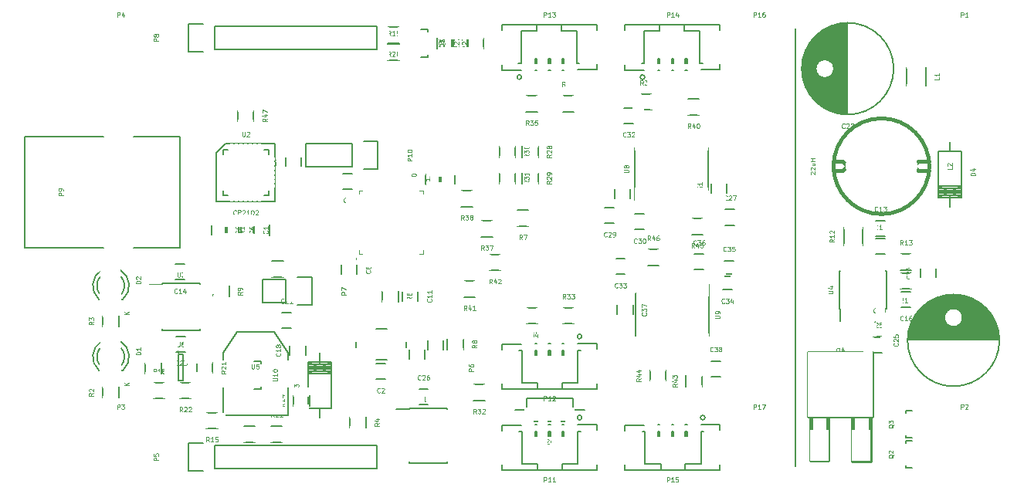
<source format=gto>
G04 #@! TF.FileFunction,Legend,Top*
%FSLAX46Y46*%
G04 Gerber Fmt 4.6, Leading zero omitted, Abs format (unit mm)*
G04 Created by KiCad (PCBNEW 4.0.0-stable) date 2/11/2016 12:20:55 PM*
%MOMM*%
G01*
G04 APERTURE LIST*
%ADD10C,0.100000*%
%ADD11C,0.200000*%
%ADD12C,0.150000*%
%ADD13C,0.381000*%
%ADD14C,0.099060*%
%ADD15C,0.127000*%
%ADD16C,0.149860*%
%ADD17C,0.200660*%
%ADD18C,0.075000*%
%ADD19C,5.400000*%
%ADD20R,1.650000X1.400000*%
%ADD21R,1.400000X1.650000*%
%ADD22R,1.700000X1.700000*%
%ADD23C,1.700000*%
%ADD24R,2.400000X2.400000*%
%ADD25C,2.400000*%
%ADD26C,2.398980*%
%ADD27R,2.398980X2.398980*%
%ADD28R,2.100000X2.400000*%
%ADD29C,2.940000*%
%ADD30C,1.901140*%
%ADD31R,2.432000X2.432000*%
%ADD32O,2.432000X2.432000*%
%ADD33R,2.127200X2.432000*%
%ADD34O,2.127200X2.432000*%
%ADD35C,1.924000*%
%ADD36C,3.100020*%
%ADD37R,2.051000X3.448000*%
%ADD38R,7.100520X7.100520*%
%ADD39R,1.700000X1.100000*%
%ADD40R,1.100000X1.700000*%
%ADD41R,0.648920X1.700000*%
%ADD42R,0.651460X1.700000*%
%ADD43R,1.700000X0.648920*%
%ADD44R,1.700000X0.651460*%
%ADD45R,2.299920X1.499820*%
%ADD46O,1.400760X0.648920*%
%ADD47O,0.648920X1.400760*%
%ADD48R,3.400000X3.400000*%
%ADD49C,3.400000*%
%ADD50R,1.950000X1.000000*%
%ADD51R,1.000000X1.950000*%
%ADD52R,1.460000X1.050000*%
%ADD53R,0.850000X2.050000*%
%ADD54R,4.720000X3.400000*%
%ADD55R,1.200100X1.200100*%
%ADD56R,2.000000X1.400000*%
%ADD57R,4.057600X2.432000*%
%ADD58R,1.416000X2.432000*%
%ADD59R,1.100000X4.400000*%
%ADD60R,1.900000X2.700000*%
G04 APERTURE END LIST*
D10*
D11*
X77500000Y-1000000D02*
X77500000Y-49000000D01*
D12*
X18150000Y-23600000D02*
X18150000Y-22600000D01*
X16450000Y-22600000D02*
X16450000Y-23600000D01*
X31500000Y-39450000D02*
X32500000Y-39450000D01*
X32500000Y-37750000D02*
X31500000Y-37750000D01*
X36800000Y-37250000D02*
X36800000Y-36250000D01*
X35100000Y-36250000D02*
X35100000Y-37250000D01*
X37200000Y-35200000D02*
X37200000Y-36200000D01*
X38900000Y-36200000D02*
X38900000Y-35200000D01*
X16650000Y-23600000D02*
X16650000Y-22600000D01*
X14950000Y-22600000D02*
X14950000Y-23600000D01*
X15150000Y-23600000D02*
X15150000Y-22600000D01*
X13450000Y-22600000D02*
X13450000Y-23600000D01*
X21550000Y-15100000D02*
X21550000Y-16100000D01*
X23250000Y-16100000D02*
X23250000Y-15100000D01*
X29400000Y-27950000D02*
X29400000Y-26950000D01*
X27700000Y-26950000D02*
X27700000Y-27950000D01*
X27850000Y-18600000D02*
X28850000Y-18600000D01*
X28850000Y-16900000D02*
X27850000Y-16900000D01*
X36900000Y-17050000D02*
X36900000Y-18050000D01*
X38600000Y-18050000D02*
X38600000Y-17050000D01*
X36100000Y-30850000D02*
X36100000Y-29850000D01*
X34400000Y-29850000D02*
X34400000Y-30850000D01*
X38400000Y-17050000D02*
X38400000Y-18050000D01*
X40100000Y-18050000D02*
X40100000Y-17050000D01*
X87300000Y-22050000D02*
X86300000Y-22050000D01*
X86300000Y-23750000D02*
X87300000Y-23750000D01*
X9500000Y-28550000D02*
X10500000Y-28550000D01*
X10500000Y-26850000D02*
X9500000Y-26850000D01*
X87300000Y-24050000D02*
X86300000Y-24050000D01*
X86300000Y-25750000D02*
X87300000Y-25750000D01*
X89100000Y-31550000D02*
X90100000Y-31550000D01*
X90100000Y-29850000D02*
X89100000Y-29850000D01*
X22050000Y-35800000D02*
X22050000Y-36800000D01*
X23750000Y-36800000D02*
X23750000Y-35800000D01*
X87150000Y-33200000D02*
X86150000Y-33200000D01*
X86150000Y-34900000D02*
X87150000Y-34900000D01*
X22200000Y-32150000D02*
X21200000Y-32150000D01*
X21200000Y-33850000D02*
X22200000Y-33850000D01*
X83125000Y-10399000D02*
X83125000Y-401000D01*
X82985000Y-10395000D02*
X82985000Y-405000D01*
X82845000Y-10387000D02*
X82845000Y-413000D01*
X82705000Y-10375000D02*
X82705000Y-425000D01*
X82565000Y-10360000D02*
X82565000Y-440000D01*
X82425000Y-10340000D02*
X82425000Y-460000D01*
X82285000Y-10316000D02*
X82285000Y-484000D01*
X82145000Y-10287000D02*
X82145000Y-513000D01*
X82005000Y-10255000D02*
X82005000Y-545000D01*
X81865000Y-10218000D02*
X81865000Y-582000D01*
X81725000Y-10177000D02*
X81725000Y-623000D01*
X81585000Y-10132000D02*
X81585000Y-5866000D01*
X81585000Y-4934000D02*
X81585000Y-668000D01*
X81445000Y-10082000D02*
X81445000Y-6067000D01*
X81445000Y-4733000D02*
X81445000Y-718000D01*
X81305000Y-10027000D02*
X81305000Y-6196000D01*
X81305000Y-4604000D02*
X81305000Y-773000D01*
X81165000Y-9967000D02*
X81165000Y-6285000D01*
X81165000Y-4515000D02*
X81165000Y-833000D01*
X81025000Y-9902000D02*
X81025000Y-6346000D01*
X81025000Y-4454000D02*
X81025000Y-898000D01*
X80885000Y-9832000D02*
X80885000Y-6383000D01*
X80885000Y-4417000D02*
X80885000Y-968000D01*
X80745000Y-9756000D02*
X80745000Y-6399000D01*
X80745000Y-4401000D02*
X80745000Y-1044000D01*
X80605000Y-9674000D02*
X80605000Y-6395000D01*
X80605000Y-4405000D02*
X80605000Y-1126000D01*
X80465000Y-9586000D02*
X80465000Y-6372000D01*
X80465000Y-4428000D02*
X80465000Y-1214000D01*
X80325000Y-9491000D02*
X80325000Y-6327000D01*
X80325000Y-4473000D02*
X80325000Y-1309000D01*
X80185000Y-9389000D02*
X80185000Y-6257000D01*
X80185000Y-4543000D02*
X80185000Y-1411000D01*
X80045000Y-9279000D02*
X80045000Y-6156000D01*
X80045000Y-4644000D02*
X80045000Y-1521000D01*
X79905000Y-9161000D02*
X79905000Y-6007000D01*
X79905000Y-4793000D02*
X79905000Y-1639000D01*
X79765000Y-9033000D02*
X79765000Y-5755000D01*
X79765000Y-5045000D02*
X79765000Y-1767000D01*
X79625000Y-8896000D02*
X79625000Y-1904000D01*
X79485000Y-8746000D02*
X79485000Y-2054000D01*
X79345000Y-8584000D02*
X79345000Y-2216000D01*
X79205000Y-8407000D02*
X79205000Y-2393000D01*
X79065000Y-8211000D02*
X79065000Y-2589000D01*
X78925000Y-7993000D02*
X78925000Y-2807000D01*
X78785000Y-7747000D02*
X78785000Y-3053000D01*
X78645000Y-7462000D02*
X78645000Y-3338000D01*
X78505000Y-7120000D02*
X78505000Y-3680000D01*
X78365000Y-6674000D02*
X78365000Y-4126000D01*
X78225000Y-5899000D02*
X78225000Y-4901000D01*
X81700000Y-5400000D02*
G75*
G03X81700000Y-5400000I-1000000J0D01*
G01*
X88237500Y-5400000D02*
G75*
G03X88237500Y-5400000I-5037500J0D01*
G01*
X9600000Y-36450000D02*
X10600000Y-36450000D01*
X10600000Y-34750000D02*
X9600000Y-34750000D01*
X91150000Y-27300000D02*
X91150000Y-28300000D01*
X92850000Y-28300000D02*
X92850000Y-27300000D01*
X89801000Y-35125000D02*
X99799000Y-35125000D01*
X89805000Y-34985000D02*
X99795000Y-34985000D01*
X89813000Y-34845000D02*
X99787000Y-34845000D01*
X89825000Y-34705000D02*
X99775000Y-34705000D01*
X89840000Y-34565000D02*
X99760000Y-34565000D01*
X89860000Y-34425000D02*
X99740000Y-34425000D01*
X89884000Y-34285000D02*
X99716000Y-34285000D01*
X89913000Y-34145000D02*
X99687000Y-34145000D01*
X89945000Y-34005000D02*
X99655000Y-34005000D01*
X89982000Y-33865000D02*
X99618000Y-33865000D01*
X90023000Y-33725000D02*
X99577000Y-33725000D01*
X90068000Y-33585000D02*
X94334000Y-33585000D01*
X95266000Y-33585000D02*
X99532000Y-33585000D01*
X90118000Y-33445000D02*
X94133000Y-33445000D01*
X95467000Y-33445000D02*
X99482000Y-33445000D01*
X90173000Y-33305000D02*
X94004000Y-33305000D01*
X95596000Y-33305000D02*
X99427000Y-33305000D01*
X90233000Y-33165000D02*
X93915000Y-33165000D01*
X95685000Y-33165000D02*
X99367000Y-33165000D01*
X90298000Y-33025000D02*
X93854000Y-33025000D01*
X95746000Y-33025000D02*
X99302000Y-33025000D01*
X90368000Y-32885000D02*
X93817000Y-32885000D01*
X95783000Y-32885000D02*
X99232000Y-32885000D01*
X90444000Y-32745000D02*
X93801000Y-32745000D01*
X95799000Y-32745000D02*
X99156000Y-32745000D01*
X90526000Y-32605000D02*
X93805000Y-32605000D01*
X95795000Y-32605000D02*
X99074000Y-32605000D01*
X90614000Y-32465000D02*
X93828000Y-32465000D01*
X95772000Y-32465000D02*
X98986000Y-32465000D01*
X90709000Y-32325000D02*
X93873000Y-32325000D01*
X95727000Y-32325000D02*
X98891000Y-32325000D01*
X90811000Y-32185000D02*
X93943000Y-32185000D01*
X95657000Y-32185000D02*
X98789000Y-32185000D01*
X90921000Y-32045000D02*
X94044000Y-32045000D01*
X95556000Y-32045000D02*
X98679000Y-32045000D01*
X91039000Y-31905000D02*
X94193000Y-31905000D01*
X95407000Y-31905000D02*
X98561000Y-31905000D01*
X91167000Y-31765000D02*
X94445000Y-31765000D01*
X95155000Y-31765000D02*
X98433000Y-31765000D01*
X91304000Y-31625000D02*
X98296000Y-31625000D01*
X91454000Y-31485000D02*
X98146000Y-31485000D01*
X91616000Y-31345000D02*
X97984000Y-31345000D01*
X91793000Y-31205000D02*
X97807000Y-31205000D01*
X91989000Y-31065000D02*
X97611000Y-31065000D01*
X92207000Y-30925000D02*
X97393000Y-30925000D01*
X92453000Y-30785000D02*
X97147000Y-30785000D01*
X92738000Y-30645000D02*
X96862000Y-30645000D01*
X93080000Y-30505000D02*
X96520000Y-30505000D01*
X93526000Y-30365000D02*
X96074000Y-30365000D01*
X94301000Y-30225000D02*
X95299000Y-30225000D01*
X95800000Y-32700000D02*
G75*
G03X95800000Y-32700000I-1000000J0D01*
G01*
X99837500Y-35200000D02*
G75*
G03X99837500Y-35200000I-5037500J0D01*
G01*
X37200000Y-40550000D02*
X36200000Y-40550000D01*
X36200000Y-42250000D02*
X37200000Y-42250000D01*
X70800000Y-20850000D02*
X69800000Y-20850000D01*
X69800000Y-22550000D02*
X70800000Y-22550000D01*
X59350000Y-19600000D02*
X59350000Y-18600000D01*
X57650000Y-18600000D02*
X57650000Y-19600000D01*
X56600000Y-22350000D02*
X57600000Y-22350000D01*
X57600000Y-20650000D02*
X56600000Y-20650000D01*
X59900000Y-23050000D02*
X60900000Y-23050000D01*
X60900000Y-21350000D02*
X59900000Y-21350000D01*
X58700000Y-11400000D02*
X59700000Y-11400000D01*
X59700000Y-9700000D02*
X58700000Y-9700000D01*
X57800000Y-27950000D02*
X58800000Y-27950000D01*
X58800000Y-26250000D02*
X57800000Y-26250000D01*
X69500000Y-29650000D02*
X70500000Y-29650000D01*
X70500000Y-27950000D02*
X69500000Y-27950000D01*
X70700000Y-26450000D02*
X69700000Y-26450000D01*
X69700000Y-28150000D02*
X70700000Y-28150000D01*
X67400000Y-25750000D02*
X66400000Y-25750000D01*
X66400000Y-27450000D02*
X67400000Y-27450000D01*
X69250000Y-37450000D02*
X68250000Y-37450000D01*
X68250000Y-39150000D02*
X69250000Y-39150000D01*
X3714000Y-38499000D02*
X3514000Y-38499000D01*
X1120000Y-38499000D02*
X1300000Y-38499000D01*
X1430357Y-35271256D02*
G75*
G03X1114000Y-38499000I1003643J-1727744D01*
G01*
X1300932Y-35946994D02*
G75*
G03X1300000Y-38050000I1133068J-1052006D01*
G01*
X3740726Y-38486220D02*
G75*
G03X3394000Y-35249000I-1306726J1497220D01*
G01*
X3513253Y-38012889D02*
G75*
G03X3494000Y-35965000I-1079253J1013889D01*
G01*
X3714000Y-30699000D02*
X3514000Y-30699000D01*
X1120000Y-30699000D02*
X1300000Y-30699000D01*
X1430357Y-27471256D02*
G75*
G03X1114000Y-30699000I1003643J-1727744D01*
G01*
X1300932Y-28146994D02*
G75*
G03X1300000Y-30250000I1133068J-1052006D01*
G01*
X3740726Y-30686220D02*
G75*
G03X3394000Y-27449000I-1306726J1497220D01*
G01*
X3513253Y-30212889D02*
G75*
G03X3494000Y-28165000I-1079253J1013889D01*
G01*
X25302540Y-42620000D02*
X25302540Y-43636000D01*
X25302540Y-37794000D02*
X25302540Y-36524000D01*
X26572540Y-38048000D02*
X24032540Y-38048000D01*
X26572540Y-38302000D02*
X24032540Y-38302000D01*
X26572540Y-38556000D02*
X24032540Y-38556000D01*
X26572540Y-37794000D02*
X24032540Y-37794000D01*
X26572540Y-38810000D02*
X24032540Y-37540000D01*
X26572540Y-37540000D02*
X24032540Y-38810000D01*
X26572540Y-38810000D02*
X24032540Y-38810000D01*
X26572540Y-38175000D02*
X24032540Y-38175000D01*
X24032540Y-37540000D02*
X26572540Y-37540000D01*
X26572540Y-37540000D02*
X26572540Y-42620000D01*
X26572540Y-42620000D02*
X24032540Y-42620000D01*
X24032540Y-42620000D02*
X24032540Y-37540000D01*
X94397460Y-14480000D02*
X94397460Y-13464000D01*
X94397460Y-19306000D02*
X94397460Y-20576000D01*
X93127460Y-19052000D02*
X95667460Y-19052000D01*
X93127460Y-18798000D02*
X95667460Y-18798000D01*
X93127460Y-18544000D02*
X95667460Y-18544000D01*
X93127460Y-19306000D02*
X95667460Y-19306000D01*
X93127460Y-18290000D02*
X95667460Y-19560000D01*
X93127460Y-19560000D02*
X95667460Y-18290000D01*
X93127460Y-18290000D02*
X95667460Y-18290000D01*
X93127460Y-18925000D02*
X95667460Y-18925000D01*
X95667460Y-19560000D02*
X93127460Y-19560000D01*
X93127460Y-19560000D02*
X93127460Y-14480000D01*
X93127460Y-14480000D02*
X95667460Y-14480000D01*
X95667460Y-14480000D02*
X95667460Y-19560000D01*
X89625000Y-7250000D02*
X89625000Y-5250000D01*
X91775000Y-5250000D02*
X91775000Y-7250000D01*
D13*
X90900500Y-15599620D02*
X92150180Y-15599620D01*
X90900500Y-16600380D02*
X92150180Y-16600380D01*
X90900500Y-16600380D02*
X90400120Y-16100000D01*
X90400120Y-16100000D02*
X90900500Y-15599620D01*
X81649820Y-16600380D02*
X82650580Y-16600380D01*
X82650580Y-16600380D02*
X83150960Y-16100000D01*
X83150960Y-16100000D02*
X82650580Y-15599620D01*
X82650580Y-15599620D02*
X81649820Y-15599620D01*
X92150180Y-16100000D02*
G75*
G03X92150180Y-16100000I-5250180J0D01*
G01*
D12*
X21630000Y-31070000D02*
X19090000Y-31070000D01*
X24450000Y-31350000D02*
X22900000Y-31350000D01*
X21630000Y-31070000D02*
X21630000Y-28530000D01*
X22900000Y-28250000D02*
X24450000Y-28250000D01*
X24450000Y-28250000D02*
X24450000Y-31350000D01*
X21630000Y-28530000D02*
X19090000Y-28530000D01*
X19090000Y-28530000D02*
X19090000Y-31070000D01*
X13770000Y-730000D02*
X31550000Y-730000D01*
X31550000Y-730000D02*
X31550000Y-3270000D01*
X31550000Y-3270000D02*
X13770000Y-3270000D01*
X10950000Y-450000D02*
X12500000Y-450000D01*
X13770000Y-730000D02*
X13770000Y-3270000D01*
X12500000Y-3550000D02*
X10950000Y-3550000D01*
X10950000Y-3550000D02*
X10950000Y-450000D01*
X1650000Y-12834000D02*
X-6986000Y-12834000D01*
X10032000Y-12834000D02*
X4952000Y-12834000D01*
X1650000Y-25026000D02*
X-6986000Y-25026000D01*
X10032000Y-25026000D02*
X4952000Y-25026000D01*
X-6986000Y-25026000D02*
X-6986000Y-12834000D01*
X10032000Y-12834000D02*
X10032000Y-25026000D01*
X28830000Y-13630000D02*
X23750000Y-13630000D01*
X23750000Y-13630000D02*
X23750000Y-16170000D01*
X23750000Y-16170000D02*
X28830000Y-16170000D01*
X31650000Y-16450000D02*
X30100000Y-16450000D01*
X28830000Y-16170000D02*
X28830000Y-13630000D01*
X30100000Y-13350000D02*
X31650000Y-13350000D01*
X31650000Y-13350000D02*
X31650000Y-16450000D01*
D13*
X83748740Y-48399260D02*
X83748740Y-43499600D01*
X83748740Y-48399260D02*
X85651200Y-48399260D01*
X85651200Y-48399260D02*
X85651200Y-43499600D01*
X79148800Y-48351000D02*
X79148800Y-43499600D01*
X79148800Y-48351000D02*
X81051260Y-48351000D01*
X81051260Y-48351000D02*
X81051260Y-43499600D01*
X78950680Y-36600960D02*
X85849320Y-36600960D01*
X85849320Y-36600960D02*
X85849320Y-43499600D01*
X85849320Y-43499600D02*
X78950680Y-43499600D01*
X78950680Y-43499600D02*
X78950680Y-36600960D01*
D12*
X19775000Y-22500000D02*
X19775000Y-23700000D01*
X18025000Y-23700000D02*
X18025000Y-22500000D01*
X3275000Y-40300000D02*
X3275000Y-41500000D01*
X1525000Y-41500000D02*
X1525000Y-40300000D01*
X3275000Y-32500000D02*
X3275000Y-33700000D01*
X1525000Y-33700000D02*
X1525000Y-32500000D01*
X28625000Y-44800000D02*
X28625000Y-43600000D01*
X30375000Y-43600000D02*
X30375000Y-44800000D01*
X20100000Y-26525000D02*
X21300000Y-26525000D01*
X21300000Y-28275000D02*
X20100000Y-28275000D01*
X32175000Y-30950000D02*
X32175000Y-29750000D01*
X33925000Y-29750000D02*
X33925000Y-30950000D01*
X47000000Y-20925000D02*
X48200000Y-20925000D01*
X48200000Y-22675000D02*
X47000000Y-22675000D01*
X39325000Y-36200000D02*
X39325000Y-35000000D01*
X41075000Y-35000000D02*
X41075000Y-36200000D01*
X13625000Y-30400000D02*
X13625000Y-29200000D01*
X15375000Y-29200000D02*
X15375000Y-30400000D01*
X17000000Y-44625000D02*
X18200000Y-44625000D01*
X18200000Y-46375000D02*
X17000000Y-46375000D01*
X21200000Y-46375000D02*
X20000000Y-46375000D01*
X20000000Y-44625000D02*
X21200000Y-44625000D01*
X90200000Y-27475000D02*
X89000000Y-27475000D01*
X89000000Y-25725000D02*
X90200000Y-25725000D01*
X24175000Y-41200000D02*
X24175000Y-42400000D01*
X22425000Y-42400000D02*
X22425000Y-41200000D01*
X12900000Y-43125000D02*
X14100000Y-43125000D01*
X14100000Y-44875000D02*
X12900000Y-44875000D01*
X89000000Y-27825000D02*
X90200000Y-27825000D01*
X90200000Y-29575000D02*
X89000000Y-29575000D01*
X6175000Y-38850000D02*
X6175000Y-37650000D01*
X7925000Y-37650000D02*
X7925000Y-38850000D01*
X8300000Y-41575000D02*
X7100000Y-41575000D01*
X7100000Y-39825000D02*
X8300000Y-39825000D01*
X34000000Y-4475000D02*
X32800000Y-4475000D01*
X32800000Y-2725000D02*
X34000000Y-2725000D01*
X32800000Y-825000D02*
X34000000Y-825000D01*
X34000000Y-2575000D02*
X32800000Y-2575000D01*
X11825000Y-38800000D02*
X11825000Y-37600000D01*
X13575000Y-37600000D02*
X13575000Y-38800000D01*
X10000000Y-39825000D02*
X11200000Y-39825000D01*
X11200000Y-41575000D02*
X10000000Y-41575000D01*
X38225000Y-3200000D02*
X38225000Y-2000000D01*
X39975000Y-2000000D02*
X39975000Y-3200000D01*
X86950000Y-36525000D02*
X85750000Y-36525000D01*
X85750000Y-34775000D02*
X86950000Y-34775000D01*
X41575000Y-2000000D02*
X41575000Y-3200000D01*
X39825000Y-3200000D02*
X39825000Y-2000000D01*
X43275000Y-2000000D02*
X43275000Y-3200000D01*
X41525000Y-3200000D02*
X41525000Y-2000000D01*
X47525000Y-15100000D02*
X47525000Y-13900000D01*
X49275000Y-13900000D02*
X49275000Y-15100000D01*
X47525000Y-18000000D02*
X47525000Y-16800000D01*
X49275000Y-16800000D02*
X49275000Y-18000000D01*
X45025000Y-15100000D02*
X45025000Y-13900000D01*
X46775000Y-13900000D02*
X46775000Y-15100000D01*
X45025000Y-18000000D02*
X45025000Y-16800000D01*
X46775000Y-16800000D02*
X46775000Y-18000000D01*
X42200000Y-40025000D02*
X43400000Y-40025000D01*
X43400000Y-41775000D02*
X42200000Y-41775000D01*
X53200000Y-33375000D02*
X52000000Y-33375000D01*
X52000000Y-31625000D02*
X53200000Y-31625000D01*
X48000000Y-31625000D02*
X49200000Y-31625000D01*
X49200000Y-33375000D02*
X48000000Y-33375000D01*
X47950000Y-8375000D02*
X49150000Y-8375000D01*
X49150000Y-10125000D02*
X47950000Y-10125000D01*
X53150000Y-10125000D02*
X51950000Y-10125000D01*
X51950000Y-8375000D02*
X53150000Y-8375000D01*
X43050000Y-22075000D02*
X44250000Y-22075000D01*
X44250000Y-23825000D02*
X43050000Y-23825000D01*
X40850000Y-18775000D02*
X42050000Y-18775000D01*
X42050000Y-20525000D02*
X40850000Y-20525000D01*
X61700000Y-9925000D02*
X60500000Y-9925000D01*
X60500000Y-8175000D02*
X61700000Y-8175000D01*
X65700000Y-8725000D02*
X66900000Y-8725000D01*
X66900000Y-10475000D02*
X65700000Y-10475000D01*
X41150000Y-28675000D02*
X42350000Y-28675000D01*
X42350000Y-30425000D02*
X41150000Y-30425000D01*
X43950000Y-25775000D02*
X45150000Y-25775000D01*
X45150000Y-27525000D02*
X43950000Y-27525000D01*
X67225000Y-39050000D02*
X67225000Y-40250000D01*
X65475000Y-40250000D02*
X65475000Y-39050000D01*
X63275000Y-38450000D02*
X63275000Y-39650000D01*
X61525000Y-39650000D02*
X61525000Y-38450000D01*
D14*
X29352700Y-26247960D02*
G75*
G03X29352700Y-26247960I-200660J0D01*
G01*
X29652420Y-25747580D02*
X36647580Y-25747580D01*
X36647580Y-25747580D02*
X36647580Y-18752420D01*
X36647580Y-18752420D02*
X29652420Y-18752420D01*
X29652420Y-18752420D02*
X29652420Y-25747580D01*
D15*
X34823680Y-35947180D02*
X34823680Y-35352820D01*
X32644360Y-33965980D02*
X31455640Y-33965980D01*
X29276320Y-35947180D02*
X29276320Y-35352820D01*
X32644360Y-37334020D02*
X31455640Y-37334020D01*
D16*
X13999600Y-20000400D02*
X20400400Y-20000400D01*
X20400400Y-20000400D02*
X20400400Y-13599600D01*
X20400400Y-13599600D02*
X15000360Y-13599600D01*
X15000360Y-13599600D02*
X13999600Y-14600360D01*
X13999600Y-14600360D02*
X13999600Y-20000400D01*
D17*
X15201020Y-14300640D02*
X14700640Y-14300640D01*
X14700640Y-14300640D02*
X14700640Y-14801020D01*
X19699360Y-14801020D02*
X19699360Y-14300640D01*
X19699360Y-14300640D02*
X19198980Y-14300640D01*
X19198980Y-19299360D02*
X19699360Y-19299360D01*
X19699360Y-19299360D02*
X19699360Y-18798980D01*
X14700640Y-18798980D02*
X14700640Y-19299360D01*
X14700640Y-19299360D02*
X15201020Y-19299360D01*
D12*
X8025000Y-28925000D02*
X8025000Y-29070000D01*
X12175000Y-28925000D02*
X12175000Y-29070000D01*
X12175000Y-34075000D02*
X12175000Y-33930000D01*
X8025000Y-34075000D02*
X8025000Y-33930000D01*
X8025000Y-28925000D02*
X12175000Y-28925000D01*
X8025000Y-34075000D02*
X12175000Y-34075000D01*
X8025000Y-29070000D02*
X6625000Y-29070000D01*
X82275000Y-31725000D02*
X82420000Y-31725000D01*
X82275000Y-27575000D02*
X82420000Y-27575000D01*
X87425000Y-27575000D02*
X87280000Y-27575000D01*
X87425000Y-31725000D02*
X87280000Y-31725000D01*
X82275000Y-31725000D02*
X82275000Y-27575000D01*
X87425000Y-31725000D02*
X87425000Y-27575000D01*
X82420000Y-31725000D02*
X82420000Y-33125000D01*
X9900000Y-36500000D02*
G75*
G03X9900000Y-36500000I-100000J0D01*
G01*
X10350000Y-36750000D02*
X9850000Y-36750000D01*
X10350000Y-39650000D02*
X10350000Y-36750000D01*
X9850000Y-39650000D02*
X10350000Y-39650000D01*
X9850000Y-36750000D02*
X9850000Y-39650000D01*
X35125000Y-42625000D02*
X35125000Y-42770000D01*
X39275000Y-42625000D02*
X39275000Y-42770000D01*
X39275000Y-48675000D02*
X39275000Y-48530000D01*
X35125000Y-48675000D02*
X35125000Y-48530000D01*
X35125000Y-42625000D02*
X39275000Y-42625000D01*
X35125000Y-48675000D02*
X39275000Y-48675000D01*
X35125000Y-42770000D02*
X33725000Y-42770000D01*
X59875000Y-18725000D02*
X59900000Y-18725000D01*
X59875000Y-14075000D02*
X59900000Y-14075000D01*
X67925000Y-14075000D02*
X67900000Y-14075000D01*
X67925000Y-18725000D02*
X67900000Y-18725000D01*
X59875000Y-18725000D02*
X59875000Y-14075000D01*
X67925000Y-18725000D02*
X67925000Y-14075000D01*
X59900000Y-18725000D02*
X59900000Y-19800000D01*
X68025000Y-30075000D02*
X68000000Y-30075000D01*
X68025000Y-34725000D02*
X68000000Y-34725000D01*
X59975000Y-34725000D02*
X60000000Y-34725000D01*
X59975000Y-30075000D02*
X60000000Y-30075000D01*
X68025000Y-30075000D02*
X68025000Y-34725000D01*
X59975000Y-30075000D02*
X59975000Y-34725000D01*
X68000000Y-30075000D02*
X68000000Y-29000000D01*
X13770000Y-46730000D02*
X31550000Y-46730000D01*
X31550000Y-46730000D02*
X31550000Y-49270000D01*
X31550000Y-49270000D02*
X13770000Y-49270000D01*
X10950000Y-46450000D02*
X12500000Y-46450000D01*
X13770000Y-46730000D02*
X13770000Y-49270000D01*
X12500000Y-49550000D02*
X10950000Y-49550000D01*
X10950000Y-49550000D02*
X10950000Y-46450000D01*
X37150240Y-3899160D02*
X37150240Y-3850900D01*
X36449200Y-1100180D02*
X37150240Y-1100180D01*
X37150240Y-1100180D02*
X37150240Y-1349100D01*
X37150240Y-3899160D02*
X37150240Y-4099820D01*
X37150240Y-4099820D02*
X36449200Y-4099820D01*
X89549760Y-46400840D02*
X89549760Y-46449100D01*
X90250800Y-49199820D02*
X89549760Y-49199820D01*
X89549760Y-49199820D02*
X89549760Y-48950900D01*
X89549760Y-46400840D02*
X89549760Y-46200180D01*
X89549760Y-46200180D02*
X90250800Y-46200180D01*
X89549760Y-43100840D02*
X89549760Y-43149100D01*
X90250800Y-45899820D02*
X89549760Y-45899820D01*
X89549760Y-45899820D02*
X89549760Y-45650900D01*
X89549760Y-43100840D02*
X89549760Y-42900180D01*
X89549760Y-42900180D02*
X90250800Y-42900180D01*
X66100000Y-21825000D02*
X67300000Y-21825000D01*
X67300000Y-23575000D02*
X66100000Y-23575000D01*
X62500000Y-26975000D02*
X61300000Y-26975000D01*
X61300000Y-25225000D02*
X62500000Y-25225000D01*
X68250000Y-18000000D02*
X68250000Y-19000000D01*
X69950000Y-19000000D02*
X69950000Y-18000000D01*
X59650000Y-32350000D02*
X59650000Y-31350000D01*
X57950000Y-31350000D02*
X57950000Y-32350000D01*
X82775000Y-22800000D02*
X82775000Y-24800000D01*
X84825000Y-24800000D02*
X84825000Y-22800000D01*
X16325000Y-11150000D02*
X16325000Y-9950000D01*
X18075000Y-9950000D02*
X18075000Y-11150000D01*
X53060000Y-44070000D02*
X47980000Y-44070000D01*
X47980000Y-44070000D02*
X47980000Y-41530000D01*
X47980000Y-41530000D02*
X53060000Y-41530000D01*
X53060000Y-41530000D02*
X53060000Y-44070000D01*
X53060000Y-42800000D02*
X54330000Y-42800000D01*
X47980000Y-42800000D02*
X46710000Y-42800000D01*
X14694000Y-40374000D02*
X14694000Y-43422000D01*
X14694000Y-43422000D02*
X21806000Y-43422000D01*
X21806000Y-43422000D02*
X21806000Y-40374000D01*
X14694000Y-37326000D02*
X14694000Y-36564000D01*
X14694000Y-36564000D02*
X16218000Y-34278000D01*
X16218000Y-34278000D02*
X20282000Y-34278000D01*
X20282000Y-34278000D02*
X21806000Y-36564000D01*
X21806000Y-36564000D02*
X21806000Y-37326000D01*
X45300000Y-49425000D02*
X55700000Y-49425000D01*
X54050000Y-43675000D02*
G75*
G03X54050000Y-43675000I-250000J0D01*
G01*
X55700000Y-48825000D02*
X55700000Y-49425000D01*
X45300000Y-49425000D02*
X45300000Y-48825000D01*
X55700000Y-45025000D02*
X55700000Y-44425000D01*
X55700000Y-44425000D02*
X53600000Y-44425000D01*
X45300000Y-45125000D02*
X45300000Y-44525000D01*
X45300000Y-44525000D02*
X47400000Y-44525000D01*
X51900000Y-49425000D02*
X51900000Y-48725000D01*
X51900000Y-48725000D02*
X53600000Y-48725000D01*
X53600000Y-48725000D02*
X53600000Y-45225000D01*
X53900000Y-45225000D02*
X53600000Y-45225000D01*
X49200000Y-49425000D02*
X49200000Y-48725000D01*
X49200000Y-48725000D02*
X47500000Y-48725000D01*
X47500000Y-48725000D02*
X47500000Y-45225000D01*
X47200000Y-45225000D02*
X47500000Y-45225000D01*
X52100000Y-44425000D02*
X51900000Y-44425000D01*
X52100000Y-45225000D02*
X51900000Y-45225000D01*
X52100000Y-45225000D02*
X52100000Y-45725000D01*
X52100000Y-45725000D02*
X51900000Y-45725000D01*
X51900000Y-45725000D02*
X51900000Y-45225000D01*
X52000000Y-45225000D02*
X52000000Y-45725000D01*
X50600000Y-44425000D02*
X50400000Y-44425000D01*
X50600000Y-45225000D02*
X50400000Y-45225000D01*
X50600000Y-45225000D02*
X50600000Y-45725000D01*
X50600000Y-45725000D02*
X50400000Y-45725000D01*
X50400000Y-45725000D02*
X50400000Y-45225000D01*
X50500000Y-45225000D02*
X50500000Y-45725000D01*
X49100000Y-44425000D02*
X48900000Y-44425000D01*
X49100000Y-45225000D02*
X48900000Y-45225000D01*
X49100000Y-45225000D02*
X49100000Y-45725000D01*
X49100000Y-45725000D02*
X48900000Y-45725000D01*
X48900000Y-45725000D02*
X48900000Y-45225000D01*
X49000000Y-45225000D02*
X49000000Y-45725000D01*
X45300000Y-40525000D02*
X55700000Y-40525000D01*
X54050000Y-34775000D02*
G75*
G03X54050000Y-34775000I-250000J0D01*
G01*
X55700000Y-39925000D02*
X55700000Y-40525000D01*
X45300000Y-40525000D02*
X45300000Y-39925000D01*
X55700000Y-36125000D02*
X55700000Y-35525000D01*
X55700000Y-35525000D02*
X53600000Y-35525000D01*
X45300000Y-36225000D02*
X45300000Y-35625000D01*
X45300000Y-35625000D02*
X47400000Y-35625000D01*
X51900000Y-40525000D02*
X51900000Y-39825000D01*
X51900000Y-39825000D02*
X53600000Y-39825000D01*
X53600000Y-39825000D02*
X53600000Y-36325000D01*
X53900000Y-36325000D02*
X53600000Y-36325000D01*
X49200000Y-40525000D02*
X49200000Y-39825000D01*
X49200000Y-39825000D02*
X47500000Y-39825000D01*
X47500000Y-39825000D02*
X47500000Y-36325000D01*
X47200000Y-36325000D02*
X47500000Y-36325000D01*
X52100000Y-35525000D02*
X51900000Y-35525000D01*
X52100000Y-36325000D02*
X51900000Y-36325000D01*
X52100000Y-36325000D02*
X52100000Y-36825000D01*
X52100000Y-36825000D02*
X51900000Y-36825000D01*
X51900000Y-36825000D02*
X51900000Y-36325000D01*
X52000000Y-36325000D02*
X52000000Y-36825000D01*
X50600000Y-35525000D02*
X50400000Y-35525000D01*
X50600000Y-36325000D02*
X50400000Y-36325000D01*
X50600000Y-36325000D02*
X50600000Y-36825000D01*
X50600000Y-36825000D02*
X50400000Y-36825000D01*
X50400000Y-36825000D02*
X50400000Y-36325000D01*
X50500000Y-36325000D02*
X50500000Y-36825000D01*
X49100000Y-35525000D02*
X48900000Y-35525000D01*
X49100000Y-36325000D02*
X48900000Y-36325000D01*
X49100000Y-36325000D02*
X49100000Y-36825000D01*
X49100000Y-36825000D02*
X48900000Y-36825000D01*
X48900000Y-36825000D02*
X48900000Y-36325000D01*
X49000000Y-36325000D02*
X49000000Y-36825000D01*
X55700000Y-575000D02*
X45300000Y-575000D01*
X47450000Y-6325000D02*
G75*
G03X47450000Y-6325000I-250000J0D01*
G01*
X45300000Y-1175000D02*
X45300000Y-575000D01*
X55700000Y-575000D02*
X55700000Y-1175000D01*
X45300000Y-4975000D02*
X45300000Y-5575000D01*
X45300000Y-5575000D02*
X47400000Y-5575000D01*
X55700000Y-4875000D02*
X55700000Y-5475000D01*
X55700000Y-5475000D02*
X53600000Y-5475000D01*
X49100000Y-575000D02*
X49100000Y-1275000D01*
X49100000Y-1275000D02*
X47400000Y-1275000D01*
X47400000Y-1275000D02*
X47400000Y-4775000D01*
X47100000Y-4775000D02*
X47400000Y-4775000D01*
X51800000Y-575000D02*
X51800000Y-1275000D01*
X51800000Y-1275000D02*
X53500000Y-1275000D01*
X53500000Y-1275000D02*
X53500000Y-4775000D01*
X53800000Y-4775000D02*
X53500000Y-4775000D01*
X48900000Y-5575000D02*
X49100000Y-5575000D01*
X48900000Y-4775000D02*
X49100000Y-4775000D01*
X48900000Y-4775000D02*
X48900000Y-4275000D01*
X48900000Y-4275000D02*
X49100000Y-4275000D01*
X49100000Y-4275000D02*
X49100000Y-4775000D01*
X49000000Y-4775000D02*
X49000000Y-4275000D01*
X50400000Y-5575000D02*
X50600000Y-5575000D01*
X50400000Y-4775000D02*
X50600000Y-4775000D01*
X50400000Y-4775000D02*
X50400000Y-4275000D01*
X50400000Y-4275000D02*
X50600000Y-4275000D01*
X50600000Y-4275000D02*
X50600000Y-4775000D01*
X50500000Y-4775000D02*
X50500000Y-4275000D01*
X51900000Y-5575000D02*
X52100000Y-5575000D01*
X51900000Y-4775000D02*
X52100000Y-4775000D01*
X51900000Y-4775000D02*
X51900000Y-4275000D01*
X51900000Y-4275000D02*
X52100000Y-4275000D01*
X52100000Y-4275000D02*
X52100000Y-4775000D01*
X52000000Y-4775000D02*
X52000000Y-4275000D01*
X69200000Y-575000D02*
X58800000Y-575000D01*
X60950000Y-6325000D02*
G75*
G03X60950000Y-6325000I-250000J0D01*
G01*
X58800000Y-1175000D02*
X58800000Y-575000D01*
X69200000Y-575000D02*
X69200000Y-1175000D01*
X58800000Y-4975000D02*
X58800000Y-5575000D01*
X58800000Y-5575000D02*
X60900000Y-5575000D01*
X69200000Y-4875000D02*
X69200000Y-5475000D01*
X69200000Y-5475000D02*
X67100000Y-5475000D01*
X62600000Y-575000D02*
X62600000Y-1275000D01*
X62600000Y-1275000D02*
X60900000Y-1275000D01*
X60900000Y-1275000D02*
X60900000Y-4775000D01*
X60600000Y-4775000D02*
X60900000Y-4775000D01*
X65300000Y-575000D02*
X65300000Y-1275000D01*
X65300000Y-1275000D02*
X67000000Y-1275000D01*
X67000000Y-1275000D02*
X67000000Y-4775000D01*
X67300000Y-4775000D02*
X67000000Y-4775000D01*
X62400000Y-5575000D02*
X62600000Y-5575000D01*
X62400000Y-4775000D02*
X62600000Y-4775000D01*
X62400000Y-4775000D02*
X62400000Y-4275000D01*
X62400000Y-4275000D02*
X62600000Y-4275000D01*
X62600000Y-4275000D02*
X62600000Y-4775000D01*
X62500000Y-4775000D02*
X62500000Y-4275000D01*
X63900000Y-5575000D02*
X64100000Y-5575000D01*
X63900000Y-4775000D02*
X64100000Y-4775000D01*
X63900000Y-4775000D02*
X63900000Y-4275000D01*
X63900000Y-4275000D02*
X64100000Y-4275000D01*
X64100000Y-4275000D02*
X64100000Y-4775000D01*
X64000000Y-4775000D02*
X64000000Y-4275000D01*
X65400000Y-5575000D02*
X65600000Y-5575000D01*
X65400000Y-4775000D02*
X65600000Y-4775000D01*
X65400000Y-4775000D02*
X65400000Y-4275000D01*
X65400000Y-4275000D02*
X65600000Y-4275000D01*
X65600000Y-4275000D02*
X65600000Y-4775000D01*
X65500000Y-4775000D02*
X65500000Y-4275000D01*
X58800000Y-49425000D02*
X69200000Y-49425000D01*
X67550000Y-43675000D02*
G75*
G03X67550000Y-43675000I-250000J0D01*
G01*
X69200000Y-48825000D02*
X69200000Y-49425000D01*
X58800000Y-49425000D02*
X58800000Y-48825000D01*
X69200000Y-45025000D02*
X69200000Y-44425000D01*
X69200000Y-44425000D02*
X67100000Y-44425000D01*
X58800000Y-45125000D02*
X58800000Y-44525000D01*
X58800000Y-44525000D02*
X60900000Y-44525000D01*
X65400000Y-49425000D02*
X65400000Y-48725000D01*
X65400000Y-48725000D02*
X67100000Y-48725000D01*
X67100000Y-48725000D02*
X67100000Y-45225000D01*
X67400000Y-45225000D02*
X67100000Y-45225000D01*
X62700000Y-49425000D02*
X62700000Y-48725000D01*
X62700000Y-48725000D02*
X61000000Y-48725000D01*
X61000000Y-48725000D02*
X61000000Y-45225000D01*
X60700000Y-45225000D02*
X61000000Y-45225000D01*
X65600000Y-44425000D02*
X65400000Y-44425000D01*
X65600000Y-45225000D02*
X65400000Y-45225000D01*
X65600000Y-45225000D02*
X65600000Y-45725000D01*
X65600000Y-45725000D02*
X65400000Y-45725000D01*
X65400000Y-45725000D02*
X65400000Y-45225000D01*
X65500000Y-45225000D02*
X65500000Y-45725000D01*
X64100000Y-44425000D02*
X63900000Y-44425000D01*
X64100000Y-45225000D02*
X63900000Y-45225000D01*
X64100000Y-45225000D02*
X64100000Y-45725000D01*
X64100000Y-45725000D02*
X63900000Y-45725000D01*
X63900000Y-45725000D02*
X63900000Y-45225000D01*
X64000000Y-45225000D02*
X64000000Y-45725000D01*
X62600000Y-44425000D02*
X62400000Y-44425000D01*
X62600000Y-45225000D02*
X62400000Y-45225000D01*
X62600000Y-45225000D02*
X62600000Y-45725000D01*
X62600000Y-45725000D02*
X62400000Y-45725000D01*
X62400000Y-45725000D02*
X62400000Y-45225000D01*
X62500000Y-45225000D02*
X62500000Y-45725000D01*
X18850240Y-40299160D02*
X18850240Y-40250900D01*
X18149200Y-37500180D02*
X18850240Y-37500180D01*
X18850240Y-37500180D02*
X18850240Y-37749100D01*
X18850240Y-40299160D02*
X18850240Y-40499820D01*
X18850240Y-40499820D02*
X18149200Y-40499820D01*
D18*
X72892858Y274310D02*
X72892858Y774310D01*
X73083334Y774310D01*
X73130953Y750500D01*
X73154762Y726690D01*
X73178572Y679071D01*
X73178572Y607643D01*
X73154762Y560024D01*
X73130953Y536214D01*
X73083334Y512405D01*
X72892858Y512405D01*
X73654762Y274310D02*
X73369048Y274310D01*
X73511905Y274310D02*
X73511905Y774310D01*
X73464286Y702881D01*
X73416667Y655262D01*
X73369048Y631452D01*
X74083333Y774310D02*
X73988095Y774310D01*
X73940476Y750500D01*
X73916667Y726690D01*
X73869048Y655262D01*
X73845238Y560024D01*
X73845238Y369548D01*
X73869048Y321929D01*
X73892857Y298119D01*
X73940476Y274310D01*
X74035714Y274310D01*
X74083333Y298119D01*
X74107143Y321929D01*
X74130952Y369548D01*
X74130952Y488595D01*
X74107143Y536214D01*
X74083333Y560024D01*
X74035714Y583833D01*
X73940476Y583833D01*
X73892857Y560024D01*
X73869048Y536214D01*
X73845238Y488595D01*
X3130953Y274310D02*
X3130953Y774310D01*
X3321429Y774310D01*
X3369048Y750500D01*
X3392857Y726690D01*
X3416667Y679071D01*
X3416667Y607643D01*
X3392857Y560024D01*
X3369048Y536214D01*
X3321429Y512405D01*
X3130953Y512405D01*
X3845238Y607643D02*
X3845238Y274310D01*
X3726191Y798119D02*
X3607143Y440976D01*
X3916667Y440976D01*
X3130953Y-42725690D02*
X3130953Y-42225690D01*
X3321429Y-42225690D01*
X3369048Y-42249500D01*
X3392857Y-42273310D01*
X3416667Y-42320929D01*
X3416667Y-42392357D01*
X3392857Y-42439976D01*
X3369048Y-42463786D01*
X3321429Y-42487595D01*
X3130953Y-42487595D01*
X3583334Y-42225690D02*
X3892857Y-42225690D01*
X3726191Y-42416167D01*
X3797619Y-42416167D01*
X3845238Y-42439976D01*
X3869048Y-42463786D01*
X3892857Y-42511405D01*
X3892857Y-42630452D01*
X3869048Y-42678071D01*
X3845238Y-42701881D01*
X3797619Y-42725690D01*
X3654762Y-42725690D01*
X3607143Y-42701881D01*
X3583334Y-42678071D01*
X72892858Y-42725690D02*
X72892858Y-42225690D01*
X73083334Y-42225690D01*
X73130953Y-42249500D01*
X73154762Y-42273310D01*
X73178572Y-42320929D01*
X73178572Y-42392357D01*
X73154762Y-42439976D01*
X73130953Y-42463786D01*
X73083334Y-42487595D01*
X72892858Y-42487595D01*
X73654762Y-42725690D02*
X73369048Y-42725690D01*
X73511905Y-42725690D02*
X73511905Y-42225690D01*
X73464286Y-42297119D01*
X73416667Y-42344738D01*
X73369048Y-42368548D01*
X73821429Y-42225690D02*
X74154762Y-42225690D01*
X73940476Y-42725690D01*
X95630953Y-42725690D02*
X95630953Y-42225690D01*
X95821429Y-42225690D01*
X95869048Y-42249500D01*
X95892857Y-42273310D01*
X95916667Y-42320929D01*
X95916667Y-42392357D01*
X95892857Y-42439976D01*
X95869048Y-42463786D01*
X95821429Y-42487595D01*
X95630953Y-42487595D01*
X96107143Y-42273310D02*
X96130953Y-42249500D01*
X96178572Y-42225690D01*
X96297619Y-42225690D01*
X96345238Y-42249500D01*
X96369048Y-42273310D01*
X96392857Y-42320929D01*
X96392857Y-42368548D01*
X96369048Y-42439976D01*
X96083334Y-42725690D01*
X96392857Y-42725690D01*
X95630953Y274310D02*
X95630953Y774310D01*
X95821429Y774310D01*
X95869048Y750500D01*
X95892857Y726690D01*
X95916667Y679071D01*
X95916667Y607643D01*
X95892857Y560024D01*
X95869048Y536214D01*
X95821429Y512405D01*
X95630953Y512405D01*
X96392857Y274310D02*
X96107143Y274310D01*
X96250000Y274310D02*
X96250000Y774310D01*
X96202381Y702881D01*
X96154762Y655262D01*
X96107143Y631452D01*
X19578571Y-23183333D02*
X19602381Y-23207143D01*
X19626190Y-23278571D01*
X19626190Y-23326190D01*
X19602381Y-23397619D01*
X19554762Y-23445238D01*
X19507143Y-23469047D01*
X19411905Y-23492857D01*
X19340476Y-23492857D01*
X19245238Y-23469047D01*
X19197619Y-23445238D01*
X19150000Y-23397619D01*
X19126190Y-23326190D01*
X19126190Y-23278571D01*
X19150000Y-23207143D01*
X19173810Y-23183333D01*
X19626190Y-22707143D02*
X19626190Y-22992857D01*
X19626190Y-22850000D02*
X19126190Y-22850000D01*
X19197619Y-22897619D01*
X19245238Y-22945238D01*
X19269048Y-22992857D01*
X31916667Y-40878571D02*
X31892857Y-40902381D01*
X31821429Y-40926190D01*
X31773810Y-40926190D01*
X31702381Y-40902381D01*
X31654762Y-40854762D01*
X31630953Y-40807143D01*
X31607143Y-40711905D01*
X31607143Y-40640476D01*
X31630953Y-40545238D01*
X31654762Y-40497619D01*
X31702381Y-40450000D01*
X31773810Y-40426190D01*
X31821429Y-40426190D01*
X31892857Y-40450000D01*
X31916667Y-40473810D01*
X32107143Y-40473810D02*
X32130953Y-40450000D01*
X32178572Y-40426190D01*
X32297619Y-40426190D01*
X32345238Y-40450000D01*
X32369048Y-40473810D01*
X32392857Y-40521429D01*
X32392857Y-40569048D01*
X32369048Y-40640476D01*
X32083334Y-40926190D01*
X32392857Y-40926190D01*
X38228571Y-36833333D02*
X38252381Y-36857143D01*
X38276190Y-36928571D01*
X38276190Y-36976190D01*
X38252381Y-37047619D01*
X38204762Y-37095238D01*
X38157143Y-37119047D01*
X38061905Y-37142857D01*
X37990476Y-37142857D01*
X37895238Y-37119047D01*
X37847619Y-37095238D01*
X37800000Y-37047619D01*
X37776190Y-36976190D01*
X37776190Y-36928571D01*
X37800000Y-36857143D01*
X37823810Y-36833333D01*
X37776190Y-36666666D02*
X37776190Y-36357143D01*
X37966667Y-36523809D01*
X37966667Y-36452381D01*
X37990476Y-36404762D01*
X38014286Y-36380952D01*
X38061905Y-36357143D01*
X38180952Y-36357143D01*
X38228571Y-36380952D01*
X38252381Y-36404762D01*
X38276190Y-36452381D01*
X38276190Y-36595238D01*
X38252381Y-36642857D01*
X38228571Y-36666666D01*
X36128571Y-35783333D02*
X36152381Y-35807143D01*
X36176190Y-35878571D01*
X36176190Y-35926190D01*
X36152381Y-35997619D01*
X36104762Y-36045238D01*
X36057143Y-36069047D01*
X35961905Y-36092857D01*
X35890476Y-36092857D01*
X35795238Y-36069047D01*
X35747619Y-36045238D01*
X35700000Y-35997619D01*
X35676190Y-35926190D01*
X35676190Y-35878571D01*
X35700000Y-35807143D01*
X35723810Y-35783333D01*
X35842857Y-35354762D02*
X36176190Y-35354762D01*
X35652381Y-35473809D02*
X36009524Y-35592857D01*
X36009524Y-35283333D01*
X18078571Y-23183333D02*
X18102381Y-23207143D01*
X18126190Y-23278571D01*
X18126190Y-23326190D01*
X18102381Y-23397619D01*
X18054762Y-23445238D01*
X18007143Y-23469047D01*
X17911905Y-23492857D01*
X17840476Y-23492857D01*
X17745238Y-23469047D01*
X17697619Y-23445238D01*
X17650000Y-23397619D01*
X17626190Y-23326190D01*
X17626190Y-23278571D01*
X17650000Y-23207143D01*
X17673810Y-23183333D01*
X17626190Y-22730952D02*
X17626190Y-22969047D01*
X17864286Y-22992857D01*
X17840476Y-22969047D01*
X17816667Y-22921428D01*
X17816667Y-22802381D01*
X17840476Y-22754762D01*
X17864286Y-22730952D01*
X17911905Y-22707143D01*
X18030952Y-22707143D01*
X18078571Y-22730952D01*
X18102381Y-22754762D01*
X18126190Y-22802381D01*
X18126190Y-22921428D01*
X18102381Y-22969047D01*
X18078571Y-22992857D01*
X16578571Y-23183333D02*
X16602381Y-23207143D01*
X16626190Y-23278571D01*
X16626190Y-23326190D01*
X16602381Y-23397619D01*
X16554762Y-23445238D01*
X16507143Y-23469047D01*
X16411905Y-23492857D01*
X16340476Y-23492857D01*
X16245238Y-23469047D01*
X16197619Y-23445238D01*
X16150000Y-23397619D01*
X16126190Y-23326190D01*
X16126190Y-23278571D01*
X16150000Y-23207143D01*
X16173810Y-23183333D01*
X16126190Y-22754762D02*
X16126190Y-22850000D01*
X16150000Y-22897619D01*
X16173810Y-22921428D01*
X16245238Y-22969047D01*
X16340476Y-22992857D01*
X16530952Y-22992857D01*
X16578571Y-22969047D01*
X16602381Y-22945238D01*
X16626190Y-22897619D01*
X16626190Y-22802381D01*
X16602381Y-22754762D01*
X16578571Y-22730952D01*
X16530952Y-22707143D01*
X16411905Y-22707143D01*
X16364286Y-22730952D01*
X16340476Y-22754762D01*
X16316667Y-22802381D01*
X16316667Y-22897619D01*
X16340476Y-22945238D01*
X16364286Y-22969047D01*
X16411905Y-22992857D01*
X20478571Y-15683333D02*
X20502381Y-15707143D01*
X20526190Y-15778571D01*
X20526190Y-15826190D01*
X20502381Y-15897619D01*
X20454762Y-15945238D01*
X20407143Y-15969047D01*
X20311905Y-15992857D01*
X20240476Y-15992857D01*
X20145238Y-15969047D01*
X20097619Y-15945238D01*
X20050000Y-15897619D01*
X20026190Y-15826190D01*
X20026190Y-15778571D01*
X20050000Y-15707143D01*
X20073810Y-15683333D01*
X20026190Y-15516666D02*
X20026190Y-15183333D01*
X20526190Y-15397619D01*
X30828571Y-27533333D02*
X30852381Y-27557143D01*
X30876190Y-27628571D01*
X30876190Y-27676190D01*
X30852381Y-27747619D01*
X30804762Y-27795238D01*
X30757143Y-27819047D01*
X30661905Y-27842857D01*
X30590476Y-27842857D01*
X30495238Y-27819047D01*
X30447619Y-27795238D01*
X30400000Y-27747619D01*
X30376190Y-27676190D01*
X30376190Y-27628571D01*
X30400000Y-27557143D01*
X30423810Y-27533333D01*
X30590476Y-27247619D02*
X30566667Y-27295238D01*
X30542857Y-27319047D01*
X30495238Y-27342857D01*
X30471429Y-27342857D01*
X30423810Y-27319047D01*
X30400000Y-27295238D01*
X30376190Y-27247619D01*
X30376190Y-27152381D01*
X30400000Y-27104762D01*
X30423810Y-27080952D01*
X30471429Y-27057143D01*
X30495238Y-27057143D01*
X30542857Y-27080952D01*
X30566667Y-27104762D01*
X30590476Y-27152381D01*
X30590476Y-27247619D01*
X30614286Y-27295238D01*
X30638095Y-27319047D01*
X30685714Y-27342857D01*
X30780952Y-27342857D01*
X30828571Y-27319047D01*
X30852381Y-27295238D01*
X30876190Y-27247619D01*
X30876190Y-27152381D01*
X30852381Y-27104762D01*
X30828571Y-27080952D01*
X30780952Y-27057143D01*
X30685714Y-27057143D01*
X30638095Y-27080952D01*
X30614286Y-27104762D01*
X30590476Y-27152381D01*
X28266667Y-20028571D02*
X28242857Y-20052381D01*
X28171429Y-20076190D01*
X28123810Y-20076190D01*
X28052381Y-20052381D01*
X28004762Y-20004762D01*
X27980953Y-19957143D01*
X27957143Y-19861905D01*
X27957143Y-19790476D01*
X27980953Y-19695238D01*
X28004762Y-19647619D01*
X28052381Y-19600000D01*
X28123810Y-19576190D01*
X28171429Y-19576190D01*
X28242857Y-19600000D01*
X28266667Y-19623810D01*
X28504762Y-20076190D02*
X28600000Y-20076190D01*
X28647619Y-20052381D01*
X28671429Y-20028571D01*
X28719048Y-19957143D01*
X28742857Y-19861905D01*
X28742857Y-19671429D01*
X28719048Y-19623810D01*
X28695238Y-19600000D01*
X28647619Y-19576190D01*
X28552381Y-19576190D01*
X28504762Y-19600000D01*
X28480953Y-19623810D01*
X28457143Y-19671429D01*
X28457143Y-19790476D01*
X28480953Y-19838095D01*
X28504762Y-19861905D01*
X28552381Y-19885714D01*
X28647619Y-19885714D01*
X28695238Y-19861905D01*
X28719048Y-19838095D01*
X28742857Y-19790476D01*
X35828571Y-17871428D02*
X35852381Y-17895238D01*
X35876190Y-17966666D01*
X35876190Y-18014285D01*
X35852381Y-18085714D01*
X35804762Y-18133333D01*
X35757143Y-18157142D01*
X35661905Y-18180952D01*
X35590476Y-18180952D01*
X35495238Y-18157142D01*
X35447619Y-18133333D01*
X35400000Y-18085714D01*
X35376190Y-18014285D01*
X35376190Y-17966666D01*
X35400000Y-17895238D01*
X35423810Y-17871428D01*
X35876190Y-17395238D02*
X35876190Y-17680952D01*
X35876190Y-17538095D02*
X35376190Y-17538095D01*
X35447619Y-17585714D01*
X35495238Y-17633333D01*
X35519048Y-17680952D01*
X35376190Y-17085714D02*
X35376190Y-17038095D01*
X35400000Y-16990476D01*
X35423810Y-16966667D01*
X35471429Y-16942857D01*
X35566667Y-16919048D01*
X35685714Y-16919048D01*
X35780952Y-16942857D01*
X35828571Y-16966667D01*
X35852381Y-16990476D01*
X35876190Y-17038095D01*
X35876190Y-17085714D01*
X35852381Y-17133333D01*
X35828571Y-17157143D01*
X35780952Y-17180952D01*
X35685714Y-17204762D01*
X35566667Y-17204762D01*
X35471429Y-17180952D01*
X35423810Y-17157143D01*
X35400000Y-17133333D01*
X35376190Y-17085714D01*
X37528571Y-30671428D02*
X37552381Y-30695238D01*
X37576190Y-30766666D01*
X37576190Y-30814285D01*
X37552381Y-30885714D01*
X37504762Y-30933333D01*
X37457143Y-30957142D01*
X37361905Y-30980952D01*
X37290476Y-30980952D01*
X37195238Y-30957142D01*
X37147619Y-30933333D01*
X37100000Y-30885714D01*
X37076190Y-30814285D01*
X37076190Y-30766666D01*
X37100000Y-30695238D01*
X37123810Y-30671428D01*
X37576190Y-30195238D02*
X37576190Y-30480952D01*
X37576190Y-30338095D02*
X37076190Y-30338095D01*
X37147619Y-30385714D01*
X37195238Y-30433333D01*
X37219048Y-30480952D01*
X37576190Y-29719048D02*
X37576190Y-30004762D01*
X37576190Y-29861905D02*
X37076190Y-29861905D01*
X37147619Y-29909524D01*
X37195238Y-29957143D01*
X37219048Y-30004762D01*
X37328571Y-17871428D02*
X37352381Y-17895238D01*
X37376190Y-17966666D01*
X37376190Y-18014285D01*
X37352381Y-18085714D01*
X37304762Y-18133333D01*
X37257143Y-18157142D01*
X37161905Y-18180952D01*
X37090476Y-18180952D01*
X36995238Y-18157142D01*
X36947619Y-18133333D01*
X36900000Y-18085714D01*
X36876190Y-18014285D01*
X36876190Y-17966666D01*
X36900000Y-17895238D01*
X36923810Y-17871428D01*
X37376190Y-17395238D02*
X37376190Y-17680952D01*
X37376190Y-17538095D02*
X36876190Y-17538095D01*
X36947619Y-17585714D01*
X36995238Y-17633333D01*
X37019048Y-17680952D01*
X36923810Y-17204762D02*
X36900000Y-17180952D01*
X36876190Y-17133333D01*
X36876190Y-17014286D01*
X36900000Y-16966667D01*
X36923810Y-16942857D01*
X36971429Y-16919048D01*
X37019048Y-16919048D01*
X37090476Y-16942857D01*
X37376190Y-17228571D01*
X37376190Y-16919048D01*
X86478572Y-20978571D02*
X86454762Y-21002381D01*
X86383334Y-21026190D01*
X86335715Y-21026190D01*
X86264286Y-21002381D01*
X86216667Y-20954762D01*
X86192858Y-20907143D01*
X86169048Y-20811905D01*
X86169048Y-20740476D01*
X86192858Y-20645238D01*
X86216667Y-20597619D01*
X86264286Y-20550000D01*
X86335715Y-20526190D01*
X86383334Y-20526190D01*
X86454762Y-20550000D01*
X86478572Y-20573810D01*
X86954762Y-21026190D02*
X86669048Y-21026190D01*
X86811905Y-21026190D02*
X86811905Y-20526190D01*
X86764286Y-20597619D01*
X86716667Y-20645238D01*
X86669048Y-20669048D01*
X87121429Y-20526190D02*
X87430952Y-20526190D01*
X87264286Y-20716667D01*
X87335714Y-20716667D01*
X87383333Y-20740476D01*
X87407143Y-20764286D01*
X87430952Y-20811905D01*
X87430952Y-20930952D01*
X87407143Y-20978571D01*
X87383333Y-21002381D01*
X87335714Y-21026190D01*
X87192857Y-21026190D01*
X87145238Y-21002381D01*
X87121429Y-20978571D01*
X9678572Y-29978571D02*
X9654762Y-30002381D01*
X9583334Y-30026190D01*
X9535715Y-30026190D01*
X9464286Y-30002381D01*
X9416667Y-29954762D01*
X9392858Y-29907143D01*
X9369048Y-29811905D01*
X9369048Y-29740476D01*
X9392858Y-29645238D01*
X9416667Y-29597619D01*
X9464286Y-29550000D01*
X9535715Y-29526190D01*
X9583334Y-29526190D01*
X9654762Y-29550000D01*
X9678572Y-29573810D01*
X10154762Y-30026190D02*
X9869048Y-30026190D01*
X10011905Y-30026190D02*
X10011905Y-29526190D01*
X9964286Y-29597619D01*
X9916667Y-29645238D01*
X9869048Y-29669048D01*
X10583333Y-29692857D02*
X10583333Y-30026190D01*
X10464286Y-29502381D02*
X10345238Y-29859524D01*
X10654762Y-29859524D01*
X86478572Y-22978571D02*
X86454762Y-23002381D01*
X86383334Y-23026190D01*
X86335715Y-23026190D01*
X86264286Y-23002381D01*
X86216667Y-22954762D01*
X86192858Y-22907143D01*
X86169048Y-22811905D01*
X86169048Y-22740476D01*
X86192858Y-22645238D01*
X86216667Y-22597619D01*
X86264286Y-22550000D01*
X86335715Y-22526190D01*
X86383334Y-22526190D01*
X86454762Y-22550000D01*
X86478572Y-22573810D01*
X86954762Y-23026190D02*
X86669048Y-23026190D01*
X86811905Y-23026190D02*
X86811905Y-22526190D01*
X86764286Y-22597619D01*
X86716667Y-22645238D01*
X86669048Y-22669048D01*
X87407143Y-22526190D02*
X87169048Y-22526190D01*
X87145238Y-22764286D01*
X87169048Y-22740476D01*
X87216667Y-22716667D01*
X87335714Y-22716667D01*
X87383333Y-22740476D01*
X87407143Y-22764286D01*
X87430952Y-22811905D01*
X87430952Y-22930952D01*
X87407143Y-22978571D01*
X87383333Y-23002381D01*
X87335714Y-23026190D01*
X87216667Y-23026190D01*
X87169048Y-23002381D01*
X87145238Y-22978571D01*
X89278572Y-32978571D02*
X89254762Y-33002381D01*
X89183334Y-33026190D01*
X89135715Y-33026190D01*
X89064286Y-33002381D01*
X89016667Y-32954762D01*
X88992858Y-32907143D01*
X88969048Y-32811905D01*
X88969048Y-32740476D01*
X88992858Y-32645238D01*
X89016667Y-32597619D01*
X89064286Y-32550000D01*
X89135715Y-32526190D01*
X89183334Y-32526190D01*
X89254762Y-32550000D01*
X89278572Y-32573810D01*
X89754762Y-33026190D02*
X89469048Y-33026190D01*
X89611905Y-33026190D02*
X89611905Y-32526190D01*
X89564286Y-32597619D01*
X89516667Y-32645238D01*
X89469048Y-32669048D01*
X90183333Y-32526190D02*
X90088095Y-32526190D01*
X90040476Y-32550000D01*
X90016667Y-32573810D01*
X89969048Y-32645238D01*
X89945238Y-32740476D01*
X89945238Y-32930952D01*
X89969048Y-32978571D01*
X89992857Y-33002381D01*
X90040476Y-33026190D01*
X90135714Y-33026190D01*
X90183333Y-33002381D01*
X90207143Y-32978571D01*
X90230952Y-32930952D01*
X90230952Y-32811905D01*
X90207143Y-32764286D01*
X90183333Y-32740476D01*
X90135714Y-32716667D01*
X90040476Y-32716667D01*
X89992857Y-32740476D01*
X89969048Y-32764286D01*
X89945238Y-32811905D01*
X20978571Y-36621428D02*
X21002381Y-36645238D01*
X21026190Y-36716666D01*
X21026190Y-36764285D01*
X21002381Y-36835714D01*
X20954762Y-36883333D01*
X20907143Y-36907142D01*
X20811905Y-36930952D01*
X20740476Y-36930952D01*
X20645238Y-36907142D01*
X20597619Y-36883333D01*
X20550000Y-36835714D01*
X20526190Y-36764285D01*
X20526190Y-36716666D01*
X20550000Y-36645238D01*
X20573810Y-36621428D01*
X21026190Y-36145238D02*
X21026190Y-36430952D01*
X21026190Y-36288095D02*
X20526190Y-36288095D01*
X20597619Y-36335714D01*
X20645238Y-36383333D01*
X20669048Y-36430952D01*
X20740476Y-35859524D02*
X20716667Y-35907143D01*
X20692857Y-35930952D01*
X20645238Y-35954762D01*
X20621429Y-35954762D01*
X20573810Y-35930952D01*
X20550000Y-35907143D01*
X20526190Y-35859524D01*
X20526190Y-35764286D01*
X20550000Y-35716667D01*
X20573810Y-35692857D01*
X20621429Y-35669048D01*
X20645238Y-35669048D01*
X20692857Y-35692857D01*
X20716667Y-35716667D01*
X20740476Y-35764286D01*
X20740476Y-35859524D01*
X20764286Y-35907143D01*
X20788095Y-35930952D01*
X20835714Y-35954762D01*
X20930952Y-35954762D01*
X20978571Y-35930952D01*
X21002381Y-35907143D01*
X21026190Y-35859524D01*
X21026190Y-35764286D01*
X21002381Y-35716667D01*
X20978571Y-35692857D01*
X20930952Y-35669048D01*
X20835714Y-35669048D01*
X20788095Y-35692857D01*
X20764286Y-35716667D01*
X20740476Y-35764286D01*
X86328572Y-32128571D02*
X86304762Y-32152381D01*
X86233334Y-32176190D01*
X86185715Y-32176190D01*
X86114286Y-32152381D01*
X86066667Y-32104762D01*
X86042858Y-32057143D01*
X86019048Y-31961905D01*
X86019048Y-31890476D01*
X86042858Y-31795238D01*
X86066667Y-31747619D01*
X86114286Y-31700000D01*
X86185715Y-31676190D01*
X86233334Y-31676190D01*
X86304762Y-31700000D01*
X86328572Y-31723810D01*
X86804762Y-32176190D02*
X86519048Y-32176190D01*
X86661905Y-32176190D02*
X86661905Y-31676190D01*
X86614286Y-31747619D01*
X86566667Y-31795238D01*
X86519048Y-31819048D01*
X87042857Y-32176190D02*
X87138095Y-32176190D01*
X87185714Y-32152381D01*
X87209524Y-32128571D01*
X87257143Y-32057143D01*
X87280952Y-31961905D01*
X87280952Y-31771429D01*
X87257143Y-31723810D01*
X87233333Y-31700000D01*
X87185714Y-31676190D01*
X87090476Y-31676190D01*
X87042857Y-31700000D01*
X87019048Y-31723810D01*
X86995238Y-31771429D01*
X86995238Y-31890476D01*
X87019048Y-31938095D01*
X87042857Y-31961905D01*
X87090476Y-31985714D01*
X87185714Y-31985714D01*
X87233333Y-31961905D01*
X87257143Y-31938095D01*
X87280952Y-31890476D01*
X21378572Y-31078571D02*
X21354762Y-31102381D01*
X21283334Y-31126190D01*
X21235715Y-31126190D01*
X21164286Y-31102381D01*
X21116667Y-31054762D01*
X21092858Y-31007143D01*
X21069048Y-30911905D01*
X21069048Y-30840476D01*
X21092858Y-30745238D01*
X21116667Y-30697619D01*
X21164286Y-30650000D01*
X21235715Y-30626190D01*
X21283334Y-30626190D01*
X21354762Y-30650000D01*
X21378572Y-30673810D01*
X21569048Y-30673810D02*
X21592858Y-30650000D01*
X21640477Y-30626190D01*
X21759524Y-30626190D01*
X21807143Y-30650000D01*
X21830953Y-30673810D01*
X21854762Y-30721429D01*
X21854762Y-30769048D01*
X21830953Y-30840476D01*
X21545239Y-31126190D01*
X21854762Y-31126190D01*
X22330952Y-31126190D02*
X22045238Y-31126190D01*
X22188095Y-31126190D02*
X22188095Y-30626190D01*
X22140476Y-30697619D01*
X22092857Y-30745238D01*
X22045238Y-30769048D01*
X82878572Y-11878571D02*
X82854762Y-11902381D01*
X82783334Y-11926190D01*
X82735715Y-11926190D01*
X82664286Y-11902381D01*
X82616667Y-11854762D01*
X82592858Y-11807143D01*
X82569048Y-11711905D01*
X82569048Y-11640476D01*
X82592858Y-11545238D01*
X82616667Y-11497619D01*
X82664286Y-11450000D01*
X82735715Y-11426190D01*
X82783334Y-11426190D01*
X82854762Y-11450000D01*
X82878572Y-11473810D01*
X83069048Y-11473810D02*
X83092858Y-11450000D01*
X83140477Y-11426190D01*
X83259524Y-11426190D01*
X83307143Y-11450000D01*
X83330953Y-11473810D01*
X83354762Y-11521429D01*
X83354762Y-11569048D01*
X83330953Y-11640476D01*
X83045239Y-11926190D01*
X83354762Y-11926190D01*
X83545238Y-11473810D02*
X83569048Y-11450000D01*
X83616667Y-11426190D01*
X83735714Y-11426190D01*
X83783333Y-11450000D01*
X83807143Y-11473810D01*
X83830952Y-11521429D01*
X83830952Y-11569048D01*
X83807143Y-11640476D01*
X83521429Y-11926190D01*
X83830952Y-11926190D01*
X9778572Y-37878571D02*
X9754762Y-37902381D01*
X9683334Y-37926190D01*
X9635715Y-37926190D01*
X9564286Y-37902381D01*
X9516667Y-37854762D01*
X9492858Y-37807143D01*
X9469048Y-37711905D01*
X9469048Y-37640476D01*
X9492858Y-37545238D01*
X9516667Y-37497619D01*
X9564286Y-37450000D01*
X9635715Y-37426190D01*
X9683334Y-37426190D01*
X9754762Y-37450000D01*
X9778572Y-37473810D01*
X9969048Y-37473810D02*
X9992858Y-37450000D01*
X10040477Y-37426190D01*
X10159524Y-37426190D01*
X10207143Y-37450000D01*
X10230953Y-37473810D01*
X10254762Y-37521429D01*
X10254762Y-37569048D01*
X10230953Y-37640476D01*
X9945239Y-37926190D01*
X10254762Y-37926190D01*
X10421429Y-37426190D02*
X10730952Y-37426190D01*
X10564286Y-37616667D01*
X10635714Y-37616667D01*
X10683333Y-37640476D01*
X10707143Y-37664286D01*
X10730952Y-37711905D01*
X10730952Y-37830952D01*
X10707143Y-37878571D01*
X10683333Y-37902381D01*
X10635714Y-37926190D01*
X10492857Y-37926190D01*
X10445238Y-37902381D01*
X10421429Y-37878571D01*
X90078571Y-28121428D02*
X90102381Y-28145238D01*
X90126190Y-28216666D01*
X90126190Y-28264285D01*
X90102381Y-28335714D01*
X90054762Y-28383333D01*
X90007143Y-28407142D01*
X89911905Y-28430952D01*
X89840476Y-28430952D01*
X89745238Y-28407142D01*
X89697619Y-28383333D01*
X89650000Y-28335714D01*
X89626190Y-28264285D01*
X89626190Y-28216666D01*
X89650000Y-28145238D01*
X89673810Y-28121428D01*
X89673810Y-27930952D02*
X89650000Y-27907142D01*
X89626190Y-27859523D01*
X89626190Y-27740476D01*
X89650000Y-27692857D01*
X89673810Y-27669047D01*
X89721429Y-27645238D01*
X89769048Y-27645238D01*
X89840476Y-27669047D01*
X90126190Y-27954761D01*
X90126190Y-27645238D01*
X89792857Y-27216667D02*
X90126190Y-27216667D01*
X89602381Y-27335714D02*
X89959524Y-27454762D01*
X89959524Y-27145238D01*
X88678571Y-35521428D02*
X88702381Y-35545238D01*
X88726190Y-35616666D01*
X88726190Y-35664285D01*
X88702381Y-35735714D01*
X88654762Y-35783333D01*
X88607143Y-35807142D01*
X88511905Y-35830952D01*
X88440476Y-35830952D01*
X88345238Y-35807142D01*
X88297619Y-35783333D01*
X88250000Y-35735714D01*
X88226190Y-35664285D01*
X88226190Y-35616666D01*
X88250000Y-35545238D01*
X88273810Y-35521428D01*
X88273810Y-35330952D02*
X88250000Y-35307142D01*
X88226190Y-35259523D01*
X88226190Y-35140476D01*
X88250000Y-35092857D01*
X88273810Y-35069047D01*
X88321429Y-35045238D01*
X88369048Y-35045238D01*
X88440476Y-35069047D01*
X88726190Y-35354761D01*
X88726190Y-35045238D01*
X88226190Y-34592857D02*
X88226190Y-34830952D01*
X88464286Y-34854762D01*
X88440476Y-34830952D01*
X88416667Y-34783333D01*
X88416667Y-34664286D01*
X88440476Y-34616667D01*
X88464286Y-34592857D01*
X88511905Y-34569048D01*
X88630952Y-34569048D01*
X88678571Y-34592857D01*
X88702381Y-34616667D01*
X88726190Y-34664286D01*
X88726190Y-34783333D01*
X88702381Y-34830952D01*
X88678571Y-34854762D01*
X36378572Y-39478571D02*
X36354762Y-39502381D01*
X36283334Y-39526190D01*
X36235715Y-39526190D01*
X36164286Y-39502381D01*
X36116667Y-39454762D01*
X36092858Y-39407143D01*
X36069048Y-39311905D01*
X36069048Y-39240476D01*
X36092858Y-39145238D01*
X36116667Y-39097619D01*
X36164286Y-39050000D01*
X36235715Y-39026190D01*
X36283334Y-39026190D01*
X36354762Y-39050000D01*
X36378572Y-39073810D01*
X36569048Y-39073810D02*
X36592858Y-39050000D01*
X36640477Y-39026190D01*
X36759524Y-39026190D01*
X36807143Y-39050000D01*
X36830953Y-39073810D01*
X36854762Y-39121429D01*
X36854762Y-39169048D01*
X36830953Y-39240476D01*
X36545239Y-39526190D01*
X36854762Y-39526190D01*
X37283333Y-39026190D02*
X37188095Y-39026190D01*
X37140476Y-39050000D01*
X37116667Y-39073810D01*
X37069048Y-39145238D01*
X37045238Y-39240476D01*
X37045238Y-39430952D01*
X37069048Y-39478571D01*
X37092857Y-39502381D01*
X37140476Y-39526190D01*
X37235714Y-39526190D01*
X37283333Y-39502381D01*
X37307143Y-39478571D01*
X37330952Y-39430952D01*
X37330952Y-39311905D01*
X37307143Y-39264286D01*
X37283333Y-39240476D01*
X37235714Y-39216667D01*
X37140476Y-39216667D01*
X37092857Y-39240476D01*
X37069048Y-39264286D01*
X37045238Y-39311905D01*
X69978572Y-19778571D02*
X69954762Y-19802381D01*
X69883334Y-19826190D01*
X69835715Y-19826190D01*
X69764286Y-19802381D01*
X69716667Y-19754762D01*
X69692858Y-19707143D01*
X69669048Y-19611905D01*
X69669048Y-19540476D01*
X69692858Y-19445238D01*
X69716667Y-19397619D01*
X69764286Y-19350000D01*
X69835715Y-19326190D01*
X69883334Y-19326190D01*
X69954762Y-19350000D01*
X69978572Y-19373810D01*
X70169048Y-19373810D02*
X70192858Y-19350000D01*
X70240477Y-19326190D01*
X70359524Y-19326190D01*
X70407143Y-19350000D01*
X70430953Y-19373810D01*
X70454762Y-19421429D01*
X70454762Y-19469048D01*
X70430953Y-19540476D01*
X70145239Y-19826190D01*
X70454762Y-19826190D01*
X70621429Y-19326190D02*
X70954762Y-19326190D01*
X70740476Y-19826190D01*
X60778571Y-19421428D02*
X60802381Y-19445238D01*
X60826190Y-19516666D01*
X60826190Y-19564285D01*
X60802381Y-19635714D01*
X60754762Y-19683333D01*
X60707143Y-19707142D01*
X60611905Y-19730952D01*
X60540476Y-19730952D01*
X60445238Y-19707142D01*
X60397619Y-19683333D01*
X60350000Y-19635714D01*
X60326190Y-19564285D01*
X60326190Y-19516666D01*
X60350000Y-19445238D01*
X60373810Y-19421428D01*
X60373810Y-19230952D02*
X60350000Y-19207142D01*
X60326190Y-19159523D01*
X60326190Y-19040476D01*
X60350000Y-18992857D01*
X60373810Y-18969047D01*
X60421429Y-18945238D01*
X60469048Y-18945238D01*
X60540476Y-18969047D01*
X60826190Y-19254761D01*
X60826190Y-18945238D01*
X60540476Y-18659524D02*
X60516667Y-18707143D01*
X60492857Y-18730952D01*
X60445238Y-18754762D01*
X60421429Y-18754762D01*
X60373810Y-18730952D01*
X60350000Y-18707143D01*
X60326190Y-18659524D01*
X60326190Y-18564286D01*
X60350000Y-18516667D01*
X60373810Y-18492857D01*
X60421429Y-18469048D01*
X60445238Y-18469048D01*
X60492857Y-18492857D01*
X60516667Y-18516667D01*
X60540476Y-18564286D01*
X60540476Y-18659524D01*
X60564286Y-18707143D01*
X60588095Y-18730952D01*
X60635714Y-18754762D01*
X60730952Y-18754762D01*
X60778571Y-18730952D01*
X60802381Y-18707143D01*
X60826190Y-18659524D01*
X60826190Y-18564286D01*
X60802381Y-18516667D01*
X60778571Y-18492857D01*
X60730952Y-18469048D01*
X60635714Y-18469048D01*
X60588095Y-18492857D01*
X60564286Y-18516667D01*
X60540476Y-18564286D01*
X56778572Y-23778571D02*
X56754762Y-23802381D01*
X56683334Y-23826190D01*
X56635715Y-23826190D01*
X56564286Y-23802381D01*
X56516667Y-23754762D01*
X56492858Y-23707143D01*
X56469048Y-23611905D01*
X56469048Y-23540476D01*
X56492858Y-23445238D01*
X56516667Y-23397619D01*
X56564286Y-23350000D01*
X56635715Y-23326190D01*
X56683334Y-23326190D01*
X56754762Y-23350000D01*
X56778572Y-23373810D01*
X56969048Y-23373810D02*
X56992858Y-23350000D01*
X57040477Y-23326190D01*
X57159524Y-23326190D01*
X57207143Y-23350000D01*
X57230953Y-23373810D01*
X57254762Y-23421429D01*
X57254762Y-23469048D01*
X57230953Y-23540476D01*
X56945239Y-23826190D01*
X57254762Y-23826190D01*
X57492857Y-23826190D02*
X57588095Y-23826190D01*
X57635714Y-23802381D01*
X57659524Y-23778571D01*
X57707143Y-23707143D01*
X57730952Y-23611905D01*
X57730952Y-23421429D01*
X57707143Y-23373810D01*
X57683333Y-23350000D01*
X57635714Y-23326190D01*
X57540476Y-23326190D01*
X57492857Y-23350000D01*
X57469048Y-23373810D01*
X57445238Y-23421429D01*
X57445238Y-23540476D01*
X57469048Y-23588095D01*
X57492857Y-23611905D01*
X57540476Y-23635714D01*
X57635714Y-23635714D01*
X57683333Y-23611905D01*
X57707143Y-23588095D01*
X57730952Y-23540476D01*
X60078572Y-24478571D02*
X60054762Y-24502381D01*
X59983334Y-24526190D01*
X59935715Y-24526190D01*
X59864286Y-24502381D01*
X59816667Y-24454762D01*
X59792858Y-24407143D01*
X59769048Y-24311905D01*
X59769048Y-24240476D01*
X59792858Y-24145238D01*
X59816667Y-24097619D01*
X59864286Y-24050000D01*
X59935715Y-24026190D01*
X59983334Y-24026190D01*
X60054762Y-24050000D01*
X60078572Y-24073810D01*
X60245239Y-24026190D02*
X60554762Y-24026190D01*
X60388096Y-24216667D01*
X60459524Y-24216667D01*
X60507143Y-24240476D01*
X60530953Y-24264286D01*
X60554762Y-24311905D01*
X60554762Y-24430952D01*
X60530953Y-24478571D01*
X60507143Y-24502381D01*
X60459524Y-24526190D01*
X60316667Y-24526190D01*
X60269048Y-24502381D01*
X60245239Y-24478571D01*
X60864286Y-24026190D02*
X60911905Y-24026190D01*
X60959524Y-24050000D01*
X60983333Y-24073810D01*
X61007143Y-24121429D01*
X61030952Y-24216667D01*
X61030952Y-24335714D01*
X61007143Y-24430952D01*
X60983333Y-24478571D01*
X60959524Y-24502381D01*
X60911905Y-24526190D01*
X60864286Y-24526190D01*
X60816667Y-24502381D01*
X60792857Y-24478571D01*
X60769048Y-24430952D01*
X60745238Y-24335714D01*
X60745238Y-24216667D01*
X60769048Y-24121429D01*
X60792857Y-24073810D01*
X60816667Y-24050000D01*
X60864286Y-24026190D01*
X58878572Y-12828571D02*
X58854762Y-12852381D01*
X58783334Y-12876190D01*
X58735715Y-12876190D01*
X58664286Y-12852381D01*
X58616667Y-12804762D01*
X58592858Y-12757143D01*
X58569048Y-12661905D01*
X58569048Y-12590476D01*
X58592858Y-12495238D01*
X58616667Y-12447619D01*
X58664286Y-12400000D01*
X58735715Y-12376190D01*
X58783334Y-12376190D01*
X58854762Y-12400000D01*
X58878572Y-12423810D01*
X59045239Y-12376190D02*
X59354762Y-12376190D01*
X59188096Y-12566667D01*
X59259524Y-12566667D01*
X59307143Y-12590476D01*
X59330953Y-12614286D01*
X59354762Y-12661905D01*
X59354762Y-12780952D01*
X59330953Y-12828571D01*
X59307143Y-12852381D01*
X59259524Y-12876190D01*
X59116667Y-12876190D01*
X59069048Y-12852381D01*
X59045239Y-12828571D01*
X59545238Y-12423810D02*
X59569048Y-12400000D01*
X59616667Y-12376190D01*
X59735714Y-12376190D01*
X59783333Y-12400000D01*
X59807143Y-12423810D01*
X59830952Y-12471429D01*
X59830952Y-12519048D01*
X59807143Y-12590476D01*
X59521429Y-12876190D01*
X59830952Y-12876190D01*
X57978572Y-29378571D02*
X57954762Y-29402381D01*
X57883334Y-29426190D01*
X57835715Y-29426190D01*
X57764286Y-29402381D01*
X57716667Y-29354762D01*
X57692858Y-29307143D01*
X57669048Y-29211905D01*
X57669048Y-29140476D01*
X57692858Y-29045238D01*
X57716667Y-28997619D01*
X57764286Y-28950000D01*
X57835715Y-28926190D01*
X57883334Y-28926190D01*
X57954762Y-28950000D01*
X57978572Y-28973810D01*
X58145239Y-28926190D02*
X58454762Y-28926190D01*
X58288096Y-29116667D01*
X58359524Y-29116667D01*
X58407143Y-29140476D01*
X58430953Y-29164286D01*
X58454762Y-29211905D01*
X58454762Y-29330952D01*
X58430953Y-29378571D01*
X58407143Y-29402381D01*
X58359524Y-29426190D01*
X58216667Y-29426190D01*
X58169048Y-29402381D01*
X58145239Y-29378571D01*
X58621429Y-28926190D02*
X58930952Y-28926190D01*
X58764286Y-29116667D01*
X58835714Y-29116667D01*
X58883333Y-29140476D01*
X58907143Y-29164286D01*
X58930952Y-29211905D01*
X58930952Y-29330952D01*
X58907143Y-29378571D01*
X58883333Y-29402381D01*
X58835714Y-29426190D01*
X58692857Y-29426190D01*
X58645238Y-29402381D01*
X58621429Y-29378571D01*
X69678572Y-31078571D02*
X69654762Y-31102381D01*
X69583334Y-31126190D01*
X69535715Y-31126190D01*
X69464286Y-31102381D01*
X69416667Y-31054762D01*
X69392858Y-31007143D01*
X69369048Y-30911905D01*
X69369048Y-30840476D01*
X69392858Y-30745238D01*
X69416667Y-30697619D01*
X69464286Y-30650000D01*
X69535715Y-30626190D01*
X69583334Y-30626190D01*
X69654762Y-30650000D01*
X69678572Y-30673810D01*
X69845239Y-30626190D02*
X70154762Y-30626190D01*
X69988096Y-30816667D01*
X70059524Y-30816667D01*
X70107143Y-30840476D01*
X70130953Y-30864286D01*
X70154762Y-30911905D01*
X70154762Y-31030952D01*
X70130953Y-31078571D01*
X70107143Y-31102381D01*
X70059524Y-31126190D01*
X69916667Y-31126190D01*
X69869048Y-31102381D01*
X69845239Y-31078571D01*
X70583333Y-30792857D02*
X70583333Y-31126190D01*
X70464286Y-30602381D02*
X70345238Y-30959524D01*
X70654762Y-30959524D01*
X69878572Y-25378571D02*
X69854762Y-25402381D01*
X69783334Y-25426190D01*
X69735715Y-25426190D01*
X69664286Y-25402381D01*
X69616667Y-25354762D01*
X69592858Y-25307143D01*
X69569048Y-25211905D01*
X69569048Y-25140476D01*
X69592858Y-25045238D01*
X69616667Y-24997619D01*
X69664286Y-24950000D01*
X69735715Y-24926190D01*
X69783334Y-24926190D01*
X69854762Y-24950000D01*
X69878572Y-24973810D01*
X70045239Y-24926190D02*
X70354762Y-24926190D01*
X70188096Y-25116667D01*
X70259524Y-25116667D01*
X70307143Y-25140476D01*
X70330953Y-25164286D01*
X70354762Y-25211905D01*
X70354762Y-25330952D01*
X70330953Y-25378571D01*
X70307143Y-25402381D01*
X70259524Y-25426190D01*
X70116667Y-25426190D01*
X70069048Y-25402381D01*
X70045239Y-25378571D01*
X70807143Y-24926190D02*
X70569048Y-24926190D01*
X70545238Y-25164286D01*
X70569048Y-25140476D01*
X70616667Y-25116667D01*
X70735714Y-25116667D01*
X70783333Y-25140476D01*
X70807143Y-25164286D01*
X70830952Y-25211905D01*
X70830952Y-25330952D01*
X70807143Y-25378571D01*
X70783333Y-25402381D01*
X70735714Y-25426190D01*
X70616667Y-25426190D01*
X70569048Y-25402381D01*
X70545238Y-25378571D01*
X66578572Y-24678571D02*
X66554762Y-24702381D01*
X66483334Y-24726190D01*
X66435715Y-24726190D01*
X66364286Y-24702381D01*
X66316667Y-24654762D01*
X66292858Y-24607143D01*
X66269048Y-24511905D01*
X66269048Y-24440476D01*
X66292858Y-24345238D01*
X66316667Y-24297619D01*
X66364286Y-24250000D01*
X66435715Y-24226190D01*
X66483334Y-24226190D01*
X66554762Y-24250000D01*
X66578572Y-24273810D01*
X66745239Y-24226190D02*
X67054762Y-24226190D01*
X66888096Y-24416667D01*
X66959524Y-24416667D01*
X67007143Y-24440476D01*
X67030953Y-24464286D01*
X67054762Y-24511905D01*
X67054762Y-24630952D01*
X67030953Y-24678571D01*
X67007143Y-24702381D01*
X66959524Y-24726190D01*
X66816667Y-24726190D01*
X66769048Y-24702381D01*
X66745239Y-24678571D01*
X67483333Y-24226190D02*
X67388095Y-24226190D01*
X67340476Y-24250000D01*
X67316667Y-24273810D01*
X67269048Y-24345238D01*
X67245238Y-24440476D01*
X67245238Y-24630952D01*
X67269048Y-24678571D01*
X67292857Y-24702381D01*
X67340476Y-24726190D01*
X67435714Y-24726190D01*
X67483333Y-24702381D01*
X67507143Y-24678571D01*
X67530952Y-24630952D01*
X67530952Y-24511905D01*
X67507143Y-24464286D01*
X67483333Y-24440476D01*
X67435714Y-24416667D01*
X67340476Y-24416667D01*
X67292857Y-24440476D01*
X67269048Y-24464286D01*
X67245238Y-24511905D01*
X68428572Y-36378571D02*
X68404762Y-36402381D01*
X68333334Y-36426190D01*
X68285715Y-36426190D01*
X68214286Y-36402381D01*
X68166667Y-36354762D01*
X68142858Y-36307143D01*
X68119048Y-36211905D01*
X68119048Y-36140476D01*
X68142858Y-36045238D01*
X68166667Y-35997619D01*
X68214286Y-35950000D01*
X68285715Y-35926190D01*
X68333334Y-35926190D01*
X68404762Y-35950000D01*
X68428572Y-35973810D01*
X68595239Y-35926190D02*
X68904762Y-35926190D01*
X68738096Y-36116667D01*
X68809524Y-36116667D01*
X68857143Y-36140476D01*
X68880953Y-36164286D01*
X68904762Y-36211905D01*
X68904762Y-36330952D01*
X68880953Y-36378571D01*
X68857143Y-36402381D01*
X68809524Y-36426190D01*
X68666667Y-36426190D01*
X68619048Y-36402381D01*
X68595239Y-36378571D01*
X69190476Y-36140476D02*
X69142857Y-36116667D01*
X69119048Y-36092857D01*
X69095238Y-36045238D01*
X69095238Y-36021429D01*
X69119048Y-35973810D01*
X69142857Y-35950000D01*
X69190476Y-35926190D01*
X69285714Y-35926190D01*
X69333333Y-35950000D01*
X69357143Y-35973810D01*
X69380952Y-36021429D01*
X69380952Y-36045238D01*
X69357143Y-36092857D01*
X69333333Y-36116667D01*
X69285714Y-36140476D01*
X69190476Y-36140476D01*
X69142857Y-36164286D01*
X69119048Y-36188095D01*
X69095238Y-36235714D01*
X69095238Y-36330952D01*
X69119048Y-36378571D01*
X69142857Y-36402381D01*
X69190476Y-36426190D01*
X69285714Y-36426190D01*
X69333333Y-36402381D01*
X69357143Y-36378571D01*
X69380952Y-36330952D01*
X69380952Y-36235714D01*
X69357143Y-36188095D01*
X69333333Y-36164286D01*
X69285714Y-36140476D01*
X5686190Y-36759047D02*
X5186190Y-36759047D01*
X5186190Y-36640000D01*
X5210000Y-36568571D01*
X5257619Y-36520952D01*
X5305238Y-36497143D01*
X5400476Y-36473333D01*
X5471905Y-36473333D01*
X5567143Y-36497143D01*
X5614762Y-36520952D01*
X5662381Y-36568571D01*
X5686190Y-36640000D01*
X5686190Y-36759047D01*
X5686190Y-35997143D02*
X5686190Y-36282857D01*
X5686190Y-36140000D02*
X5186190Y-36140000D01*
X5257619Y-36187619D01*
X5305238Y-36235238D01*
X5329048Y-36282857D01*
X4366190Y-40120952D02*
X3866190Y-40120952D01*
X4366190Y-39835238D02*
X4080476Y-40049524D01*
X3866190Y-39835238D02*
X4151905Y-40120952D01*
X5686190Y-28959047D02*
X5186190Y-28959047D01*
X5186190Y-28840000D01*
X5210000Y-28768571D01*
X5257619Y-28720952D01*
X5305238Y-28697143D01*
X5400476Y-28673333D01*
X5471905Y-28673333D01*
X5567143Y-28697143D01*
X5614762Y-28720952D01*
X5662381Y-28768571D01*
X5686190Y-28840000D01*
X5686190Y-28959047D01*
X5233810Y-28482857D02*
X5210000Y-28459047D01*
X5186190Y-28411428D01*
X5186190Y-28292381D01*
X5210000Y-28244762D01*
X5233810Y-28220952D01*
X5281429Y-28197143D01*
X5329048Y-28197143D01*
X5400476Y-28220952D01*
X5686190Y-28506666D01*
X5686190Y-28197143D01*
X4366190Y-32320952D02*
X3866190Y-32320952D01*
X4366190Y-32035238D02*
X4080476Y-32249524D01*
X3866190Y-32035238D02*
X4151905Y-32320952D01*
X22988730Y-40756387D02*
X22488730Y-40756387D01*
X22488730Y-40637340D01*
X22512540Y-40565911D01*
X22560159Y-40518292D01*
X22607778Y-40494483D01*
X22703016Y-40470673D01*
X22774445Y-40470673D01*
X22869683Y-40494483D01*
X22917302Y-40518292D01*
X22964921Y-40565911D01*
X22988730Y-40637340D01*
X22988730Y-40756387D01*
X22488730Y-40304006D02*
X22488730Y-39994483D01*
X22679207Y-40161149D01*
X22679207Y-40089721D01*
X22703016Y-40042102D01*
X22726826Y-40018292D01*
X22774445Y-39994483D01*
X22893492Y-39994483D01*
X22941111Y-40018292D01*
X22964921Y-40042102D01*
X22988730Y-40089721D01*
X22988730Y-40232578D01*
X22964921Y-40280197D01*
X22941111Y-40304006D01*
X97163650Y-17081707D02*
X96663650Y-17081707D01*
X96663650Y-16962660D01*
X96687460Y-16891231D01*
X96735079Y-16843612D01*
X96782698Y-16819803D01*
X96877936Y-16795993D01*
X96949365Y-16795993D01*
X97044603Y-16819803D01*
X97092222Y-16843612D01*
X97139841Y-16891231D01*
X97163650Y-16962660D01*
X97163650Y-17081707D01*
X96830317Y-16367422D02*
X97163650Y-16367422D01*
X96639841Y-16486469D02*
X96996984Y-16605517D01*
X96996984Y-16295993D01*
X93226190Y-6333333D02*
X93226190Y-6571428D01*
X92726190Y-6571428D01*
X93226190Y-5904762D02*
X93226190Y-6190476D01*
X93226190Y-6047619D02*
X92726190Y-6047619D01*
X92797619Y-6095238D01*
X92845238Y-6142857D01*
X92869048Y-6190476D01*
X94626810Y-16183333D02*
X94626810Y-16421428D01*
X94126810Y-16421428D01*
X94174430Y-16040476D02*
X94150620Y-16016666D01*
X94126810Y-15969047D01*
X94126810Y-15850000D01*
X94150620Y-15802381D01*
X94174430Y-15778571D01*
X94222049Y-15754762D01*
X94269668Y-15754762D01*
X94341096Y-15778571D01*
X94626810Y-16064285D01*
X94626810Y-15754762D01*
X79173190Y-16969047D02*
X79149380Y-16945237D01*
X79125570Y-16897618D01*
X79125570Y-16778571D01*
X79149380Y-16730952D01*
X79173190Y-16707142D01*
X79220809Y-16683333D01*
X79268428Y-16683333D01*
X79339856Y-16707142D01*
X79625570Y-16992856D01*
X79625570Y-16683333D01*
X79173190Y-16492857D02*
X79149380Y-16469047D01*
X79125570Y-16421428D01*
X79125570Y-16302381D01*
X79149380Y-16254762D01*
X79173190Y-16230952D01*
X79220809Y-16207143D01*
X79268428Y-16207143D01*
X79339856Y-16230952D01*
X79625570Y-16516666D01*
X79625570Y-16207143D01*
X79292237Y-15778572D02*
X79625570Y-15778572D01*
X79292237Y-15992857D02*
X79554142Y-15992857D01*
X79601761Y-15969048D01*
X79625570Y-15921429D01*
X79625570Y-15850000D01*
X79601761Y-15802381D01*
X79577951Y-15778572D01*
X79625570Y-15540476D02*
X79125570Y-15540476D01*
X79363666Y-15540476D02*
X79363666Y-15254762D01*
X79625570Y-15254762D02*
X79125570Y-15254762D01*
X42166190Y-38569047D02*
X41666190Y-38569047D01*
X41666190Y-38378571D01*
X41690000Y-38330952D01*
X41713810Y-38307143D01*
X41761429Y-38283333D01*
X41832857Y-38283333D01*
X41880476Y-38307143D01*
X41904286Y-38330952D01*
X41928095Y-38378571D01*
X41928095Y-38569047D01*
X41666190Y-37854762D02*
X41666190Y-37950000D01*
X41690000Y-37997619D01*
X41713810Y-38021428D01*
X41785238Y-38069047D01*
X41880476Y-38092857D01*
X42070952Y-38092857D01*
X42118571Y-38069047D01*
X42142381Y-38045238D01*
X42166190Y-37997619D01*
X42166190Y-37902381D01*
X42142381Y-37854762D01*
X42118571Y-37830952D01*
X42070952Y-37807143D01*
X41951905Y-37807143D01*
X41904286Y-37830952D01*
X41880476Y-37854762D01*
X41856667Y-37902381D01*
X41856667Y-37997619D01*
X41880476Y-38045238D01*
X41904286Y-38069047D01*
X41951905Y-38092857D01*
X28226190Y-30169047D02*
X27726190Y-30169047D01*
X27726190Y-29978571D01*
X27750000Y-29930952D01*
X27773810Y-29907143D01*
X27821429Y-29883333D01*
X27892857Y-29883333D01*
X27940476Y-29907143D01*
X27964286Y-29930952D01*
X27988095Y-29978571D01*
X27988095Y-30169047D01*
X27726190Y-29716666D02*
X27726190Y-29383333D01*
X28226190Y-29597619D01*
X7626190Y-2369047D02*
X7126190Y-2369047D01*
X7126190Y-2178571D01*
X7150000Y-2130952D01*
X7173810Y-2107143D01*
X7221429Y-2083333D01*
X7292857Y-2083333D01*
X7340476Y-2107143D01*
X7364286Y-2130952D01*
X7388095Y-2178571D01*
X7388095Y-2369047D01*
X7340476Y-1797619D02*
X7316667Y-1845238D01*
X7292857Y-1869047D01*
X7245238Y-1892857D01*
X7221429Y-1892857D01*
X7173810Y-1869047D01*
X7150000Y-1845238D01*
X7126190Y-1797619D01*
X7126190Y-1702381D01*
X7150000Y-1654762D01*
X7173810Y-1630952D01*
X7221429Y-1607143D01*
X7245238Y-1607143D01*
X7292857Y-1630952D01*
X7316667Y-1654762D01*
X7340476Y-1702381D01*
X7340476Y-1797619D01*
X7364286Y-1845238D01*
X7388095Y-1869047D01*
X7435714Y-1892857D01*
X7530952Y-1892857D01*
X7578571Y-1869047D01*
X7602381Y-1845238D01*
X7626190Y-1797619D01*
X7626190Y-1702381D01*
X7602381Y-1654762D01*
X7578571Y-1630952D01*
X7530952Y-1607143D01*
X7435714Y-1607143D01*
X7388095Y-1630952D01*
X7364286Y-1654762D01*
X7340476Y-1702381D01*
X-2822810Y-19299047D02*
X-3322810Y-19299047D01*
X-3322810Y-19108571D01*
X-3299000Y-19060952D01*
X-3275190Y-19037143D01*
X-3227571Y-19013333D01*
X-3156143Y-19013333D01*
X-3108524Y-19037143D01*
X-3084714Y-19060952D01*
X-3060905Y-19108571D01*
X-3060905Y-19299047D01*
X-2822810Y-18775238D02*
X-2822810Y-18680000D01*
X-2846619Y-18632381D01*
X-2870429Y-18608571D01*
X-2941857Y-18560952D01*
X-3037095Y-18537143D01*
X-3227571Y-18537143D01*
X-3275190Y-18560952D01*
X-3299000Y-18584762D01*
X-3322810Y-18632381D01*
X-3322810Y-18727619D01*
X-3299000Y-18775238D01*
X-3275190Y-18799047D01*
X-3227571Y-18822857D01*
X-3108524Y-18822857D01*
X-3060905Y-18799047D01*
X-3037095Y-18775238D01*
X-3013286Y-18727619D01*
X-3013286Y-18632381D01*
X-3037095Y-18584762D01*
X-3060905Y-18560952D01*
X-3108524Y-18537143D01*
X35426190Y-15507142D02*
X34926190Y-15507142D01*
X34926190Y-15316666D01*
X34950000Y-15269047D01*
X34973810Y-15245238D01*
X35021429Y-15221428D01*
X35092857Y-15221428D01*
X35140476Y-15245238D01*
X35164286Y-15269047D01*
X35188095Y-15316666D01*
X35188095Y-15507142D01*
X35426190Y-14745238D02*
X35426190Y-15030952D01*
X35426190Y-14888095D02*
X34926190Y-14888095D01*
X34997619Y-14935714D01*
X35045238Y-14983333D01*
X35069048Y-15030952D01*
X34926190Y-14435714D02*
X34926190Y-14388095D01*
X34950000Y-14340476D01*
X34973810Y-14316667D01*
X35021429Y-14292857D01*
X35116667Y-14269048D01*
X35235714Y-14269048D01*
X35330952Y-14292857D01*
X35378571Y-14316667D01*
X35402381Y-14340476D01*
X35426190Y-14388095D01*
X35426190Y-14435714D01*
X35402381Y-14483333D01*
X35378571Y-14507143D01*
X35330952Y-14530952D01*
X35235714Y-14554762D01*
X35116667Y-14554762D01*
X35021429Y-14530952D01*
X34973810Y-14507143D01*
X34950000Y-14483333D01*
X34926190Y-14435714D01*
X82352381Y-36559810D02*
X82304762Y-36536000D01*
X82257143Y-36488381D01*
X82185714Y-36416952D01*
X82138095Y-36393143D01*
X82090476Y-36393143D01*
X82114286Y-36512190D02*
X82066667Y-36488381D01*
X82019048Y-36440762D01*
X81995238Y-36345524D01*
X81995238Y-36178857D01*
X82019048Y-36083619D01*
X82066667Y-36036000D01*
X82114286Y-36012190D01*
X82209524Y-36012190D01*
X82257143Y-36036000D01*
X82304762Y-36083619D01*
X82328571Y-36178857D01*
X82328571Y-36345524D01*
X82304762Y-36440762D01*
X82257143Y-36488381D01*
X82209524Y-36512190D01*
X82114286Y-36512190D01*
X82757143Y-36178857D02*
X82757143Y-36512190D01*
X82638096Y-35988381D02*
X82519048Y-36345524D01*
X82828572Y-36345524D01*
X80614287Y-42193577D02*
X80614287Y-42526910D01*
X80614287Y-42241196D02*
X80638096Y-42217387D01*
X80685715Y-42193577D01*
X80757144Y-42193577D01*
X80804763Y-42217387D01*
X80828572Y-42265006D01*
X80828572Y-42526910D01*
X80995239Y-42193577D02*
X81185715Y-42193577D01*
X81066668Y-42026910D02*
X81066668Y-42455482D01*
X81090477Y-42503101D01*
X81138096Y-42526910D01*
X81185715Y-42526910D01*
X81566667Y-42526910D02*
X81566667Y-42026910D01*
X81566667Y-42503101D02*
X81519048Y-42526910D01*
X81423810Y-42526910D01*
X81376191Y-42503101D01*
X81352382Y-42479291D01*
X81328572Y-42431672D01*
X81328572Y-42288815D01*
X81352382Y-42241196D01*
X81376191Y-42217387D01*
X81423810Y-42193577D01*
X81519048Y-42193577D01*
X81566667Y-42217387D01*
X82066667Y-42526910D02*
X81780953Y-42526910D01*
X81923810Y-42526910D02*
X81923810Y-42026910D01*
X81876191Y-42098339D01*
X81828572Y-42145958D01*
X81780953Y-42169768D01*
X82352381Y-42241196D02*
X82304762Y-42217387D01*
X82280953Y-42193577D01*
X82257143Y-42145958D01*
X82257143Y-42122149D01*
X82280953Y-42074530D01*
X82304762Y-42050720D01*
X82352381Y-42026910D01*
X82447619Y-42026910D01*
X82495238Y-42050720D01*
X82519048Y-42074530D01*
X82542857Y-42122149D01*
X82542857Y-42145958D01*
X82519048Y-42193577D01*
X82495238Y-42217387D01*
X82447619Y-42241196D01*
X82352381Y-42241196D01*
X82304762Y-42265006D01*
X82280953Y-42288815D01*
X82257143Y-42336434D01*
X82257143Y-42431672D01*
X82280953Y-42479291D01*
X82304762Y-42503101D01*
X82352381Y-42526910D01*
X82447619Y-42526910D01*
X82495238Y-42503101D01*
X82519048Y-42479291D01*
X82542857Y-42431672D01*
X82542857Y-42336434D01*
X82519048Y-42288815D01*
X82495238Y-42265006D01*
X82447619Y-42241196D01*
X82757143Y-42193577D02*
X82757143Y-42526910D01*
X82757143Y-42241196D02*
X82780952Y-42217387D01*
X82828571Y-42193577D01*
X82900000Y-42193577D01*
X82947619Y-42217387D01*
X82971428Y-42265006D01*
X82971428Y-42526910D01*
X83304762Y-42026910D02*
X83352381Y-42026910D01*
X83400000Y-42050720D01*
X83423809Y-42074530D01*
X83447619Y-42122149D01*
X83471428Y-42217387D01*
X83471428Y-42336434D01*
X83447619Y-42431672D01*
X83423809Y-42479291D01*
X83400000Y-42503101D01*
X83352381Y-42526910D01*
X83304762Y-42526910D01*
X83257143Y-42503101D01*
X83233333Y-42479291D01*
X83209524Y-42431672D01*
X83185714Y-42336434D01*
X83185714Y-42217387D01*
X83209524Y-42122149D01*
X83233333Y-42074530D01*
X83257143Y-42050720D01*
X83304762Y-42026910D01*
X83899999Y-42026910D02*
X83804761Y-42026910D01*
X83757142Y-42050720D01*
X83733333Y-42074530D01*
X83685714Y-42145958D01*
X83661904Y-42241196D01*
X83661904Y-42431672D01*
X83685714Y-42479291D01*
X83709523Y-42503101D01*
X83757142Y-42526910D01*
X83852380Y-42526910D01*
X83899999Y-42503101D01*
X83923809Y-42479291D01*
X83947618Y-42431672D01*
X83947618Y-42312625D01*
X83923809Y-42265006D01*
X83899999Y-42241196D01*
X83852380Y-42217387D01*
X83757142Y-42217387D01*
X83709523Y-42241196D01*
X83685714Y-42265006D01*
X83661904Y-42312625D01*
X84233332Y-42526910D02*
X84185713Y-42503101D01*
X84161904Y-42455482D01*
X84161904Y-42026910D01*
X17026190Y-23183333D02*
X16788095Y-23350000D01*
X17026190Y-23469047D02*
X16526190Y-23469047D01*
X16526190Y-23278571D01*
X16550000Y-23230952D01*
X16573810Y-23207143D01*
X16621429Y-23183333D01*
X16692857Y-23183333D01*
X16740476Y-23207143D01*
X16764286Y-23230952D01*
X16788095Y-23278571D01*
X16788095Y-23469047D01*
X17026190Y-22707143D02*
X17026190Y-22992857D01*
X17026190Y-22850000D02*
X16526190Y-22850000D01*
X16597619Y-22897619D01*
X16645238Y-22945238D01*
X16669048Y-22992857D01*
X526190Y-40983333D02*
X288095Y-41150000D01*
X526190Y-41269047D02*
X26190Y-41269047D01*
X26190Y-41078571D01*
X50000Y-41030952D01*
X73810Y-41007143D01*
X121429Y-40983333D01*
X192857Y-40983333D01*
X240476Y-41007143D01*
X264286Y-41030952D01*
X288095Y-41078571D01*
X288095Y-41269047D01*
X73810Y-40792857D02*
X50000Y-40769047D01*
X26190Y-40721428D01*
X26190Y-40602381D01*
X50000Y-40554762D01*
X73810Y-40530952D01*
X121429Y-40507143D01*
X169048Y-40507143D01*
X240476Y-40530952D01*
X526190Y-40816666D01*
X526190Y-40507143D01*
X526190Y-33183333D02*
X288095Y-33350000D01*
X526190Y-33469047D02*
X26190Y-33469047D01*
X26190Y-33278571D01*
X50000Y-33230952D01*
X73810Y-33207143D01*
X121429Y-33183333D01*
X192857Y-33183333D01*
X240476Y-33207143D01*
X264286Y-33230952D01*
X288095Y-33278571D01*
X288095Y-33469047D01*
X26190Y-33016666D02*
X26190Y-32707143D01*
X216667Y-32873809D01*
X216667Y-32802381D01*
X240476Y-32754762D01*
X264286Y-32730952D01*
X311905Y-32707143D01*
X430952Y-32707143D01*
X478571Y-32730952D01*
X502381Y-32754762D01*
X526190Y-32802381D01*
X526190Y-32945238D01*
X502381Y-32992857D01*
X478571Y-33016666D01*
X31826190Y-44283333D02*
X31588095Y-44450000D01*
X31826190Y-44569047D02*
X31326190Y-44569047D01*
X31326190Y-44378571D01*
X31350000Y-44330952D01*
X31373810Y-44307143D01*
X31421429Y-44283333D01*
X31492857Y-44283333D01*
X31540476Y-44307143D01*
X31564286Y-44330952D01*
X31588095Y-44378571D01*
X31588095Y-44569047D01*
X31492857Y-43854762D02*
X31826190Y-43854762D01*
X31302381Y-43973809D02*
X31659524Y-44092857D01*
X31659524Y-43783333D01*
X20616667Y-29726190D02*
X20450000Y-29488095D01*
X20330953Y-29726190D02*
X20330953Y-29226190D01*
X20521429Y-29226190D01*
X20569048Y-29250000D01*
X20592857Y-29273810D01*
X20616667Y-29321429D01*
X20616667Y-29392857D01*
X20592857Y-29440476D01*
X20569048Y-29464286D01*
X20521429Y-29488095D01*
X20330953Y-29488095D01*
X21069048Y-29226190D02*
X20830953Y-29226190D01*
X20807143Y-29464286D01*
X20830953Y-29440476D01*
X20878572Y-29416667D01*
X20997619Y-29416667D01*
X21045238Y-29440476D01*
X21069048Y-29464286D01*
X21092857Y-29511905D01*
X21092857Y-29630952D01*
X21069048Y-29678571D01*
X21045238Y-29702381D01*
X20997619Y-29726190D01*
X20878572Y-29726190D01*
X20830953Y-29702381D01*
X20807143Y-29678571D01*
X35376190Y-30433333D02*
X35138095Y-30600000D01*
X35376190Y-30719047D02*
X34876190Y-30719047D01*
X34876190Y-30528571D01*
X34900000Y-30480952D01*
X34923810Y-30457143D01*
X34971429Y-30433333D01*
X35042857Y-30433333D01*
X35090476Y-30457143D01*
X35114286Y-30480952D01*
X35138095Y-30528571D01*
X35138095Y-30719047D01*
X34876190Y-30004762D02*
X34876190Y-30100000D01*
X34900000Y-30147619D01*
X34923810Y-30171428D01*
X34995238Y-30219047D01*
X35090476Y-30242857D01*
X35280952Y-30242857D01*
X35328571Y-30219047D01*
X35352381Y-30195238D01*
X35376190Y-30147619D01*
X35376190Y-30052381D01*
X35352381Y-30004762D01*
X35328571Y-29980952D01*
X35280952Y-29957143D01*
X35161905Y-29957143D01*
X35114286Y-29980952D01*
X35090476Y-30004762D01*
X35066667Y-30052381D01*
X35066667Y-30147619D01*
X35090476Y-30195238D01*
X35114286Y-30219047D01*
X35161905Y-30242857D01*
X47516667Y-24126190D02*
X47350000Y-23888095D01*
X47230953Y-24126190D02*
X47230953Y-23626190D01*
X47421429Y-23626190D01*
X47469048Y-23650000D01*
X47492857Y-23673810D01*
X47516667Y-23721429D01*
X47516667Y-23792857D01*
X47492857Y-23840476D01*
X47469048Y-23864286D01*
X47421429Y-23888095D01*
X47230953Y-23888095D01*
X47683334Y-23626190D02*
X48016667Y-23626190D01*
X47802381Y-24126190D01*
X42526190Y-35683333D02*
X42288095Y-35850000D01*
X42526190Y-35969047D02*
X42026190Y-35969047D01*
X42026190Y-35778571D01*
X42050000Y-35730952D01*
X42073810Y-35707143D01*
X42121429Y-35683333D01*
X42192857Y-35683333D01*
X42240476Y-35707143D01*
X42264286Y-35730952D01*
X42288095Y-35778571D01*
X42288095Y-35969047D01*
X42240476Y-35397619D02*
X42216667Y-35445238D01*
X42192857Y-35469047D01*
X42145238Y-35492857D01*
X42121429Y-35492857D01*
X42073810Y-35469047D01*
X42050000Y-35445238D01*
X42026190Y-35397619D01*
X42026190Y-35302381D01*
X42050000Y-35254762D01*
X42073810Y-35230952D01*
X42121429Y-35207143D01*
X42145238Y-35207143D01*
X42192857Y-35230952D01*
X42216667Y-35254762D01*
X42240476Y-35302381D01*
X42240476Y-35397619D01*
X42264286Y-35445238D01*
X42288095Y-35469047D01*
X42335714Y-35492857D01*
X42430952Y-35492857D01*
X42478571Y-35469047D01*
X42502381Y-35445238D01*
X42526190Y-35397619D01*
X42526190Y-35302381D01*
X42502381Y-35254762D01*
X42478571Y-35230952D01*
X42430952Y-35207143D01*
X42335714Y-35207143D01*
X42288095Y-35230952D01*
X42264286Y-35254762D01*
X42240476Y-35302381D01*
X16826190Y-29883333D02*
X16588095Y-30050000D01*
X16826190Y-30169047D02*
X16326190Y-30169047D01*
X16326190Y-29978571D01*
X16350000Y-29930952D01*
X16373810Y-29907143D01*
X16421429Y-29883333D01*
X16492857Y-29883333D01*
X16540476Y-29907143D01*
X16564286Y-29930952D01*
X16588095Y-29978571D01*
X16588095Y-30169047D01*
X16826190Y-29645238D02*
X16826190Y-29550000D01*
X16802381Y-29502381D01*
X16778571Y-29478571D01*
X16707143Y-29430952D01*
X16611905Y-29407143D01*
X16421429Y-29407143D01*
X16373810Y-29430952D01*
X16350000Y-29454762D01*
X16326190Y-29502381D01*
X16326190Y-29597619D01*
X16350000Y-29645238D01*
X16373810Y-29669047D01*
X16421429Y-29692857D01*
X16540476Y-29692857D01*
X16588095Y-29669047D01*
X16611905Y-29645238D01*
X16635714Y-29597619D01*
X16635714Y-29502381D01*
X16611905Y-29454762D01*
X16588095Y-29430952D01*
X16540476Y-29407143D01*
X17278572Y-47826190D02*
X17111905Y-47588095D01*
X16992858Y-47826190D02*
X16992858Y-47326190D01*
X17183334Y-47326190D01*
X17230953Y-47350000D01*
X17254762Y-47373810D01*
X17278572Y-47421429D01*
X17278572Y-47492857D01*
X17254762Y-47540476D01*
X17230953Y-47564286D01*
X17183334Y-47588095D01*
X16992858Y-47588095D01*
X17754762Y-47826190D02*
X17469048Y-47826190D01*
X17611905Y-47826190D02*
X17611905Y-47326190D01*
X17564286Y-47397619D01*
X17516667Y-47445238D01*
X17469048Y-47469048D01*
X18064286Y-47326190D02*
X18111905Y-47326190D01*
X18159524Y-47350000D01*
X18183333Y-47373810D01*
X18207143Y-47421429D01*
X18230952Y-47516667D01*
X18230952Y-47635714D01*
X18207143Y-47730952D01*
X18183333Y-47778571D01*
X18159524Y-47802381D01*
X18111905Y-47826190D01*
X18064286Y-47826190D01*
X18016667Y-47802381D01*
X17992857Y-47778571D01*
X17969048Y-47730952D01*
X17945238Y-47635714D01*
X17945238Y-47516667D01*
X17969048Y-47421429D01*
X17992857Y-47373810D01*
X18016667Y-47350000D01*
X18064286Y-47326190D01*
X20278572Y-43626190D02*
X20111905Y-43388095D01*
X19992858Y-43626190D02*
X19992858Y-43126190D01*
X20183334Y-43126190D01*
X20230953Y-43150000D01*
X20254762Y-43173810D01*
X20278572Y-43221429D01*
X20278572Y-43292857D01*
X20254762Y-43340476D01*
X20230953Y-43364286D01*
X20183334Y-43388095D01*
X19992858Y-43388095D01*
X20754762Y-43626190D02*
X20469048Y-43626190D01*
X20611905Y-43626190D02*
X20611905Y-43126190D01*
X20564286Y-43197619D01*
X20516667Y-43245238D01*
X20469048Y-43269048D01*
X21230952Y-43626190D02*
X20945238Y-43626190D01*
X21088095Y-43626190D02*
X21088095Y-43126190D01*
X21040476Y-43197619D01*
X20992857Y-43245238D01*
X20945238Y-43269048D01*
X89278572Y-24726190D02*
X89111905Y-24488095D01*
X88992858Y-24726190D02*
X88992858Y-24226190D01*
X89183334Y-24226190D01*
X89230953Y-24250000D01*
X89254762Y-24273810D01*
X89278572Y-24321429D01*
X89278572Y-24392857D01*
X89254762Y-24440476D01*
X89230953Y-24464286D01*
X89183334Y-24488095D01*
X88992858Y-24488095D01*
X89754762Y-24726190D02*
X89469048Y-24726190D01*
X89611905Y-24726190D02*
X89611905Y-24226190D01*
X89564286Y-24297619D01*
X89516667Y-24345238D01*
X89469048Y-24369048D01*
X89921429Y-24226190D02*
X90230952Y-24226190D01*
X90064286Y-24416667D01*
X90135714Y-24416667D01*
X90183333Y-24440476D01*
X90207143Y-24464286D01*
X90230952Y-24511905D01*
X90230952Y-24630952D01*
X90207143Y-24678571D01*
X90183333Y-24702381D01*
X90135714Y-24726190D01*
X89992857Y-24726190D01*
X89945238Y-24702381D01*
X89921429Y-24678571D01*
X21426190Y-42121428D02*
X21188095Y-42288095D01*
X21426190Y-42407142D02*
X20926190Y-42407142D01*
X20926190Y-42216666D01*
X20950000Y-42169047D01*
X20973810Y-42145238D01*
X21021429Y-42121428D01*
X21092857Y-42121428D01*
X21140476Y-42145238D01*
X21164286Y-42169047D01*
X21188095Y-42216666D01*
X21188095Y-42407142D01*
X21426190Y-41645238D02*
X21426190Y-41930952D01*
X21426190Y-41788095D02*
X20926190Y-41788095D01*
X20997619Y-41835714D01*
X21045238Y-41883333D01*
X21069048Y-41930952D01*
X21092857Y-41216667D02*
X21426190Y-41216667D01*
X20902381Y-41335714D02*
X21259524Y-41454762D01*
X21259524Y-41145238D01*
X13178572Y-46326190D02*
X13011905Y-46088095D01*
X12892858Y-46326190D02*
X12892858Y-45826190D01*
X13083334Y-45826190D01*
X13130953Y-45850000D01*
X13154762Y-45873810D01*
X13178572Y-45921429D01*
X13178572Y-45992857D01*
X13154762Y-46040476D01*
X13130953Y-46064286D01*
X13083334Y-46088095D01*
X12892858Y-46088095D01*
X13654762Y-46326190D02*
X13369048Y-46326190D01*
X13511905Y-46326190D02*
X13511905Y-45826190D01*
X13464286Y-45897619D01*
X13416667Y-45945238D01*
X13369048Y-45969048D01*
X14107143Y-45826190D02*
X13869048Y-45826190D01*
X13845238Y-46064286D01*
X13869048Y-46040476D01*
X13916667Y-46016667D01*
X14035714Y-46016667D01*
X14083333Y-46040476D01*
X14107143Y-46064286D01*
X14130952Y-46111905D01*
X14130952Y-46230952D01*
X14107143Y-46278571D01*
X14083333Y-46302381D01*
X14035714Y-46326190D01*
X13916667Y-46326190D01*
X13869048Y-46302381D01*
X13845238Y-46278571D01*
X89278572Y-31026190D02*
X89111905Y-30788095D01*
X88992858Y-31026190D02*
X88992858Y-30526190D01*
X89183334Y-30526190D01*
X89230953Y-30550000D01*
X89254762Y-30573810D01*
X89278572Y-30621429D01*
X89278572Y-30692857D01*
X89254762Y-30740476D01*
X89230953Y-30764286D01*
X89183334Y-30788095D01*
X88992858Y-30788095D01*
X89754762Y-31026190D02*
X89469048Y-31026190D01*
X89611905Y-31026190D02*
X89611905Y-30526190D01*
X89564286Y-30597619D01*
X89516667Y-30645238D01*
X89469048Y-30669048D01*
X90183333Y-30526190D02*
X90088095Y-30526190D01*
X90040476Y-30550000D01*
X90016667Y-30573810D01*
X89969048Y-30645238D01*
X89945238Y-30740476D01*
X89945238Y-30930952D01*
X89969048Y-30978571D01*
X89992857Y-31002381D01*
X90040476Y-31026190D01*
X90135714Y-31026190D01*
X90183333Y-31002381D01*
X90207143Y-30978571D01*
X90230952Y-30930952D01*
X90230952Y-30811905D01*
X90207143Y-30764286D01*
X90183333Y-30740476D01*
X90135714Y-30716667D01*
X90040476Y-30716667D01*
X89992857Y-30740476D01*
X89969048Y-30764286D01*
X89945238Y-30811905D01*
X9376190Y-38571428D02*
X9138095Y-38738095D01*
X9376190Y-38857142D02*
X8876190Y-38857142D01*
X8876190Y-38666666D01*
X8900000Y-38619047D01*
X8923810Y-38595238D01*
X8971429Y-38571428D01*
X9042857Y-38571428D01*
X9090476Y-38595238D01*
X9114286Y-38619047D01*
X9138095Y-38666666D01*
X9138095Y-38857142D01*
X9376190Y-38095238D02*
X9376190Y-38380952D01*
X9376190Y-38238095D02*
X8876190Y-38238095D01*
X8947619Y-38285714D01*
X8995238Y-38333333D01*
X9019048Y-38380952D01*
X8876190Y-37928571D02*
X8876190Y-37595238D01*
X9376190Y-37809524D01*
X7378572Y-38826190D02*
X7211905Y-38588095D01*
X7092858Y-38826190D02*
X7092858Y-38326190D01*
X7283334Y-38326190D01*
X7330953Y-38350000D01*
X7354762Y-38373810D01*
X7378572Y-38421429D01*
X7378572Y-38492857D01*
X7354762Y-38540476D01*
X7330953Y-38564286D01*
X7283334Y-38588095D01*
X7092858Y-38588095D01*
X7854762Y-38826190D02*
X7569048Y-38826190D01*
X7711905Y-38826190D02*
X7711905Y-38326190D01*
X7664286Y-38397619D01*
X7616667Y-38445238D01*
X7569048Y-38469048D01*
X8140476Y-38540476D02*
X8092857Y-38516667D01*
X8069048Y-38492857D01*
X8045238Y-38445238D01*
X8045238Y-38421429D01*
X8069048Y-38373810D01*
X8092857Y-38350000D01*
X8140476Y-38326190D01*
X8235714Y-38326190D01*
X8283333Y-38350000D01*
X8307143Y-38373810D01*
X8330952Y-38421429D01*
X8330952Y-38445238D01*
X8307143Y-38492857D01*
X8283333Y-38516667D01*
X8235714Y-38540476D01*
X8140476Y-38540476D01*
X8092857Y-38564286D01*
X8069048Y-38588095D01*
X8045238Y-38635714D01*
X8045238Y-38730952D01*
X8069048Y-38778571D01*
X8092857Y-38802381D01*
X8140476Y-38826190D01*
X8235714Y-38826190D01*
X8283333Y-38802381D01*
X8307143Y-38778571D01*
X8330952Y-38730952D01*
X8330952Y-38635714D01*
X8307143Y-38588095D01*
X8283333Y-38564286D01*
X8235714Y-38540476D01*
X33078572Y-1726190D02*
X32911905Y-1488095D01*
X32792858Y-1726190D02*
X32792858Y-1226190D01*
X32983334Y-1226190D01*
X33030953Y-1250000D01*
X33054762Y-1273810D01*
X33078572Y-1321429D01*
X33078572Y-1392857D01*
X33054762Y-1440476D01*
X33030953Y-1464286D01*
X32983334Y-1488095D01*
X32792858Y-1488095D01*
X33554762Y-1726190D02*
X33269048Y-1726190D01*
X33411905Y-1726190D02*
X33411905Y-1226190D01*
X33364286Y-1297619D01*
X33316667Y-1345238D01*
X33269048Y-1369048D01*
X33792857Y-1726190D02*
X33888095Y-1726190D01*
X33935714Y-1702381D01*
X33959524Y-1678571D01*
X34007143Y-1607143D01*
X34030952Y-1511905D01*
X34030952Y-1321429D01*
X34007143Y-1273810D01*
X33983333Y-1250000D01*
X33935714Y-1226190D01*
X33840476Y-1226190D01*
X33792857Y-1250000D01*
X33769048Y-1273810D01*
X33745238Y-1321429D01*
X33745238Y-1440476D01*
X33769048Y-1488095D01*
X33792857Y-1511905D01*
X33840476Y-1535714D01*
X33935714Y-1535714D01*
X33983333Y-1511905D01*
X34007143Y-1488095D01*
X34030952Y-1440476D01*
X33078572Y-4026190D02*
X32911905Y-3788095D01*
X32792858Y-4026190D02*
X32792858Y-3526190D01*
X32983334Y-3526190D01*
X33030953Y-3550000D01*
X33054762Y-3573810D01*
X33078572Y-3621429D01*
X33078572Y-3692857D01*
X33054762Y-3740476D01*
X33030953Y-3764286D01*
X32983334Y-3788095D01*
X32792858Y-3788095D01*
X33269048Y-3573810D02*
X33292858Y-3550000D01*
X33340477Y-3526190D01*
X33459524Y-3526190D01*
X33507143Y-3550000D01*
X33530953Y-3573810D01*
X33554762Y-3621429D01*
X33554762Y-3669048D01*
X33530953Y-3740476D01*
X33245239Y-4026190D01*
X33554762Y-4026190D01*
X33864286Y-3526190D02*
X33911905Y-3526190D01*
X33959524Y-3550000D01*
X33983333Y-3573810D01*
X34007143Y-3621429D01*
X34030952Y-3716667D01*
X34030952Y-3835714D01*
X34007143Y-3930952D01*
X33983333Y-3978571D01*
X33959524Y-4002381D01*
X33911905Y-4026190D01*
X33864286Y-4026190D01*
X33816667Y-4002381D01*
X33792857Y-3978571D01*
X33769048Y-3930952D01*
X33745238Y-3835714D01*
X33745238Y-3716667D01*
X33769048Y-3621429D01*
X33792857Y-3573810D01*
X33816667Y-3550000D01*
X33864286Y-3526190D01*
X15026190Y-38521428D02*
X14788095Y-38688095D01*
X15026190Y-38807142D02*
X14526190Y-38807142D01*
X14526190Y-38616666D01*
X14550000Y-38569047D01*
X14573810Y-38545238D01*
X14621429Y-38521428D01*
X14692857Y-38521428D01*
X14740476Y-38545238D01*
X14764286Y-38569047D01*
X14788095Y-38616666D01*
X14788095Y-38807142D01*
X14573810Y-38330952D02*
X14550000Y-38307142D01*
X14526190Y-38259523D01*
X14526190Y-38140476D01*
X14550000Y-38092857D01*
X14573810Y-38069047D01*
X14621429Y-38045238D01*
X14669048Y-38045238D01*
X14740476Y-38069047D01*
X15026190Y-38354761D01*
X15026190Y-38045238D01*
X15026190Y-37569048D02*
X15026190Y-37854762D01*
X15026190Y-37711905D02*
X14526190Y-37711905D01*
X14597619Y-37759524D01*
X14645238Y-37807143D01*
X14669048Y-37854762D01*
X10278572Y-43026190D02*
X10111905Y-42788095D01*
X9992858Y-43026190D02*
X9992858Y-42526190D01*
X10183334Y-42526190D01*
X10230953Y-42550000D01*
X10254762Y-42573810D01*
X10278572Y-42621429D01*
X10278572Y-42692857D01*
X10254762Y-42740476D01*
X10230953Y-42764286D01*
X10183334Y-42788095D01*
X9992858Y-42788095D01*
X10469048Y-42573810D02*
X10492858Y-42550000D01*
X10540477Y-42526190D01*
X10659524Y-42526190D01*
X10707143Y-42550000D01*
X10730953Y-42573810D01*
X10754762Y-42621429D01*
X10754762Y-42669048D01*
X10730953Y-42740476D01*
X10445239Y-43026190D01*
X10754762Y-43026190D01*
X10945238Y-42573810D02*
X10969048Y-42550000D01*
X11016667Y-42526190D01*
X11135714Y-42526190D01*
X11183333Y-42550000D01*
X11207143Y-42573810D01*
X11230952Y-42621429D01*
X11230952Y-42669048D01*
X11207143Y-42740476D01*
X10921429Y-43026190D01*
X11230952Y-43026190D01*
X41426190Y-2921428D02*
X41188095Y-3088095D01*
X41426190Y-3207142D02*
X40926190Y-3207142D01*
X40926190Y-3016666D01*
X40950000Y-2969047D01*
X40973810Y-2945238D01*
X41021429Y-2921428D01*
X41092857Y-2921428D01*
X41140476Y-2945238D01*
X41164286Y-2969047D01*
X41188095Y-3016666D01*
X41188095Y-3207142D01*
X40973810Y-2730952D02*
X40950000Y-2707142D01*
X40926190Y-2659523D01*
X40926190Y-2540476D01*
X40950000Y-2492857D01*
X40973810Y-2469047D01*
X41021429Y-2445238D01*
X41069048Y-2445238D01*
X41140476Y-2469047D01*
X41426190Y-2754761D01*
X41426190Y-2445238D01*
X40926190Y-2278571D02*
X40926190Y-1969048D01*
X41116667Y-2135714D01*
X41116667Y-2064286D01*
X41140476Y-2016667D01*
X41164286Y-1992857D01*
X41211905Y-1969048D01*
X41330952Y-1969048D01*
X41378571Y-1992857D01*
X41402381Y-2016667D01*
X41426190Y-2064286D01*
X41426190Y-2207143D01*
X41402381Y-2254762D01*
X41378571Y-2278571D01*
X86028572Y-33776190D02*
X85861905Y-33538095D01*
X85742858Y-33776190D02*
X85742858Y-33276190D01*
X85933334Y-33276190D01*
X85980953Y-33300000D01*
X86004762Y-33323810D01*
X86028572Y-33371429D01*
X86028572Y-33442857D01*
X86004762Y-33490476D01*
X85980953Y-33514286D01*
X85933334Y-33538095D01*
X85742858Y-33538095D01*
X86219048Y-33323810D02*
X86242858Y-33300000D01*
X86290477Y-33276190D01*
X86409524Y-33276190D01*
X86457143Y-33300000D01*
X86480953Y-33323810D01*
X86504762Y-33371429D01*
X86504762Y-33419048D01*
X86480953Y-33490476D01*
X86195239Y-33776190D01*
X86504762Y-33776190D01*
X86957143Y-33276190D02*
X86719048Y-33276190D01*
X86695238Y-33514286D01*
X86719048Y-33490476D01*
X86766667Y-33466667D01*
X86885714Y-33466667D01*
X86933333Y-33490476D01*
X86957143Y-33514286D01*
X86980952Y-33561905D01*
X86980952Y-33680952D01*
X86957143Y-33728571D01*
X86933333Y-33752381D01*
X86885714Y-33776190D01*
X86766667Y-33776190D01*
X86719048Y-33752381D01*
X86695238Y-33728571D01*
X38826190Y-2921428D02*
X38588095Y-3088095D01*
X38826190Y-3207142D02*
X38326190Y-3207142D01*
X38326190Y-3016666D01*
X38350000Y-2969047D01*
X38373810Y-2945238D01*
X38421429Y-2921428D01*
X38492857Y-2921428D01*
X38540476Y-2945238D01*
X38564286Y-2969047D01*
X38588095Y-3016666D01*
X38588095Y-3207142D01*
X38373810Y-2730952D02*
X38350000Y-2707142D01*
X38326190Y-2659523D01*
X38326190Y-2540476D01*
X38350000Y-2492857D01*
X38373810Y-2469047D01*
X38421429Y-2445238D01*
X38469048Y-2445238D01*
X38540476Y-2469047D01*
X38826190Y-2754761D01*
X38826190Y-2445238D01*
X38326190Y-2016667D02*
X38326190Y-2111905D01*
X38350000Y-2159524D01*
X38373810Y-2183333D01*
X38445238Y-2230952D01*
X38540476Y-2254762D01*
X38730952Y-2254762D01*
X38778571Y-2230952D01*
X38802381Y-2207143D01*
X38826190Y-2159524D01*
X38826190Y-2064286D01*
X38802381Y-2016667D01*
X38778571Y-1992857D01*
X38730952Y-1969048D01*
X38611905Y-1969048D01*
X38564286Y-1992857D01*
X38540476Y-2016667D01*
X38516667Y-2064286D01*
X38516667Y-2159524D01*
X38540476Y-2207143D01*
X38564286Y-2230952D01*
X38611905Y-2254762D01*
X40526190Y-2921428D02*
X40288095Y-3088095D01*
X40526190Y-3207142D02*
X40026190Y-3207142D01*
X40026190Y-3016666D01*
X40050000Y-2969047D01*
X40073810Y-2945238D01*
X40121429Y-2921428D01*
X40192857Y-2921428D01*
X40240476Y-2945238D01*
X40264286Y-2969047D01*
X40288095Y-3016666D01*
X40288095Y-3207142D01*
X40073810Y-2730952D02*
X40050000Y-2707142D01*
X40026190Y-2659523D01*
X40026190Y-2540476D01*
X40050000Y-2492857D01*
X40073810Y-2469047D01*
X40121429Y-2445238D01*
X40169048Y-2445238D01*
X40240476Y-2469047D01*
X40526190Y-2754761D01*
X40526190Y-2445238D01*
X40026190Y-2278571D02*
X40026190Y-1945238D01*
X40526190Y-2159524D01*
X50726190Y-14821428D02*
X50488095Y-14988095D01*
X50726190Y-15107142D02*
X50226190Y-15107142D01*
X50226190Y-14916666D01*
X50250000Y-14869047D01*
X50273810Y-14845238D01*
X50321429Y-14821428D01*
X50392857Y-14821428D01*
X50440476Y-14845238D01*
X50464286Y-14869047D01*
X50488095Y-14916666D01*
X50488095Y-15107142D01*
X50273810Y-14630952D02*
X50250000Y-14607142D01*
X50226190Y-14559523D01*
X50226190Y-14440476D01*
X50250000Y-14392857D01*
X50273810Y-14369047D01*
X50321429Y-14345238D01*
X50369048Y-14345238D01*
X50440476Y-14369047D01*
X50726190Y-14654761D01*
X50726190Y-14345238D01*
X50440476Y-14059524D02*
X50416667Y-14107143D01*
X50392857Y-14130952D01*
X50345238Y-14154762D01*
X50321429Y-14154762D01*
X50273810Y-14130952D01*
X50250000Y-14107143D01*
X50226190Y-14059524D01*
X50226190Y-13964286D01*
X50250000Y-13916667D01*
X50273810Y-13892857D01*
X50321429Y-13869048D01*
X50345238Y-13869048D01*
X50392857Y-13892857D01*
X50416667Y-13916667D01*
X50440476Y-13964286D01*
X50440476Y-14059524D01*
X50464286Y-14107143D01*
X50488095Y-14130952D01*
X50535714Y-14154762D01*
X50630952Y-14154762D01*
X50678571Y-14130952D01*
X50702381Y-14107143D01*
X50726190Y-14059524D01*
X50726190Y-13964286D01*
X50702381Y-13916667D01*
X50678571Y-13892857D01*
X50630952Y-13869048D01*
X50535714Y-13869048D01*
X50488095Y-13892857D01*
X50464286Y-13916667D01*
X50440476Y-13964286D01*
X50726190Y-17721428D02*
X50488095Y-17888095D01*
X50726190Y-18007142D02*
X50226190Y-18007142D01*
X50226190Y-17816666D01*
X50250000Y-17769047D01*
X50273810Y-17745238D01*
X50321429Y-17721428D01*
X50392857Y-17721428D01*
X50440476Y-17745238D01*
X50464286Y-17769047D01*
X50488095Y-17816666D01*
X50488095Y-18007142D01*
X50273810Y-17530952D02*
X50250000Y-17507142D01*
X50226190Y-17459523D01*
X50226190Y-17340476D01*
X50250000Y-17292857D01*
X50273810Y-17269047D01*
X50321429Y-17245238D01*
X50369048Y-17245238D01*
X50440476Y-17269047D01*
X50726190Y-17554761D01*
X50726190Y-17245238D01*
X50726190Y-17007143D02*
X50726190Y-16911905D01*
X50702381Y-16864286D01*
X50678571Y-16840476D01*
X50607143Y-16792857D01*
X50511905Y-16769048D01*
X50321429Y-16769048D01*
X50273810Y-16792857D01*
X50250000Y-16816667D01*
X50226190Y-16864286D01*
X50226190Y-16959524D01*
X50250000Y-17007143D01*
X50273810Y-17030952D01*
X50321429Y-17054762D01*
X50440476Y-17054762D01*
X50488095Y-17030952D01*
X50511905Y-17007143D01*
X50535714Y-16959524D01*
X50535714Y-16864286D01*
X50511905Y-16816667D01*
X50488095Y-16792857D01*
X50440476Y-16769048D01*
X48226190Y-14821428D02*
X47988095Y-14988095D01*
X48226190Y-15107142D02*
X47726190Y-15107142D01*
X47726190Y-14916666D01*
X47750000Y-14869047D01*
X47773810Y-14845238D01*
X47821429Y-14821428D01*
X47892857Y-14821428D01*
X47940476Y-14845238D01*
X47964286Y-14869047D01*
X47988095Y-14916666D01*
X47988095Y-15107142D01*
X47726190Y-14654761D02*
X47726190Y-14345238D01*
X47916667Y-14511904D01*
X47916667Y-14440476D01*
X47940476Y-14392857D01*
X47964286Y-14369047D01*
X48011905Y-14345238D01*
X48130952Y-14345238D01*
X48178571Y-14369047D01*
X48202381Y-14392857D01*
X48226190Y-14440476D01*
X48226190Y-14583333D01*
X48202381Y-14630952D01*
X48178571Y-14654761D01*
X47726190Y-14035714D02*
X47726190Y-13988095D01*
X47750000Y-13940476D01*
X47773810Y-13916667D01*
X47821429Y-13892857D01*
X47916667Y-13869048D01*
X48035714Y-13869048D01*
X48130952Y-13892857D01*
X48178571Y-13916667D01*
X48202381Y-13940476D01*
X48226190Y-13988095D01*
X48226190Y-14035714D01*
X48202381Y-14083333D01*
X48178571Y-14107143D01*
X48130952Y-14130952D01*
X48035714Y-14154762D01*
X47916667Y-14154762D01*
X47821429Y-14130952D01*
X47773810Y-14107143D01*
X47750000Y-14083333D01*
X47726190Y-14035714D01*
X48226190Y-17721428D02*
X47988095Y-17888095D01*
X48226190Y-18007142D02*
X47726190Y-18007142D01*
X47726190Y-17816666D01*
X47750000Y-17769047D01*
X47773810Y-17745238D01*
X47821429Y-17721428D01*
X47892857Y-17721428D01*
X47940476Y-17745238D01*
X47964286Y-17769047D01*
X47988095Y-17816666D01*
X47988095Y-18007142D01*
X47726190Y-17554761D02*
X47726190Y-17245238D01*
X47916667Y-17411904D01*
X47916667Y-17340476D01*
X47940476Y-17292857D01*
X47964286Y-17269047D01*
X48011905Y-17245238D01*
X48130952Y-17245238D01*
X48178571Y-17269047D01*
X48202381Y-17292857D01*
X48226190Y-17340476D01*
X48226190Y-17483333D01*
X48202381Y-17530952D01*
X48178571Y-17554761D01*
X48226190Y-16769048D02*
X48226190Y-17054762D01*
X48226190Y-16911905D02*
X47726190Y-16911905D01*
X47797619Y-16959524D01*
X47845238Y-17007143D01*
X47869048Y-17054762D01*
X42478572Y-43226190D02*
X42311905Y-42988095D01*
X42192858Y-43226190D02*
X42192858Y-42726190D01*
X42383334Y-42726190D01*
X42430953Y-42750000D01*
X42454762Y-42773810D01*
X42478572Y-42821429D01*
X42478572Y-42892857D01*
X42454762Y-42940476D01*
X42430953Y-42964286D01*
X42383334Y-42988095D01*
X42192858Y-42988095D01*
X42645239Y-42726190D02*
X42954762Y-42726190D01*
X42788096Y-42916667D01*
X42859524Y-42916667D01*
X42907143Y-42940476D01*
X42930953Y-42964286D01*
X42954762Y-43011905D01*
X42954762Y-43130952D01*
X42930953Y-43178571D01*
X42907143Y-43202381D01*
X42859524Y-43226190D01*
X42716667Y-43226190D01*
X42669048Y-43202381D01*
X42645239Y-43178571D01*
X43145238Y-42773810D02*
X43169048Y-42750000D01*
X43216667Y-42726190D01*
X43335714Y-42726190D01*
X43383333Y-42750000D01*
X43407143Y-42773810D01*
X43430952Y-42821429D01*
X43430952Y-42869048D01*
X43407143Y-42940476D01*
X43121429Y-43226190D01*
X43430952Y-43226190D01*
X52278572Y-30626190D02*
X52111905Y-30388095D01*
X51992858Y-30626190D02*
X51992858Y-30126190D01*
X52183334Y-30126190D01*
X52230953Y-30150000D01*
X52254762Y-30173810D01*
X52278572Y-30221429D01*
X52278572Y-30292857D01*
X52254762Y-30340476D01*
X52230953Y-30364286D01*
X52183334Y-30388095D01*
X51992858Y-30388095D01*
X52445239Y-30126190D02*
X52754762Y-30126190D01*
X52588096Y-30316667D01*
X52659524Y-30316667D01*
X52707143Y-30340476D01*
X52730953Y-30364286D01*
X52754762Y-30411905D01*
X52754762Y-30530952D01*
X52730953Y-30578571D01*
X52707143Y-30602381D01*
X52659524Y-30626190D01*
X52516667Y-30626190D01*
X52469048Y-30602381D01*
X52445239Y-30578571D01*
X52921429Y-30126190D02*
X53230952Y-30126190D01*
X53064286Y-30316667D01*
X53135714Y-30316667D01*
X53183333Y-30340476D01*
X53207143Y-30364286D01*
X53230952Y-30411905D01*
X53230952Y-30530952D01*
X53207143Y-30578571D01*
X53183333Y-30602381D01*
X53135714Y-30626190D01*
X52992857Y-30626190D01*
X52945238Y-30602381D01*
X52921429Y-30578571D01*
X48278572Y-34826190D02*
X48111905Y-34588095D01*
X47992858Y-34826190D02*
X47992858Y-34326190D01*
X48183334Y-34326190D01*
X48230953Y-34350000D01*
X48254762Y-34373810D01*
X48278572Y-34421429D01*
X48278572Y-34492857D01*
X48254762Y-34540476D01*
X48230953Y-34564286D01*
X48183334Y-34588095D01*
X47992858Y-34588095D01*
X48445239Y-34326190D02*
X48754762Y-34326190D01*
X48588096Y-34516667D01*
X48659524Y-34516667D01*
X48707143Y-34540476D01*
X48730953Y-34564286D01*
X48754762Y-34611905D01*
X48754762Y-34730952D01*
X48730953Y-34778571D01*
X48707143Y-34802381D01*
X48659524Y-34826190D01*
X48516667Y-34826190D01*
X48469048Y-34802381D01*
X48445239Y-34778571D01*
X49183333Y-34492857D02*
X49183333Y-34826190D01*
X49064286Y-34302381D02*
X48945238Y-34659524D01*
X49254762Y-34659524D01*
X48228572Y-11576190D02*
X48061905Y-11338095D01*
X47942858Y-11576190D02*
X47942858Y-11076190D01*
X48133334Y-11076190D01*
X48180953Y-11100000D01*
X48204762Y-11123810D01*
X48228572Y-11171429D01*
X48228572Y-11242857D01*
X48204762Y-11290476D01*
X48180953Y-11314286D01*
X48133334Y-11338095D01*
X47942858Y-11338095D01*
X48395239Y-11076190D02*
X48704762Y-11076190D01*
X48538096Y-11266667D01*
X48609524Y-11266667D01*
X48657143Y-11290476D01*
X48680953Y-11314286D01*
X48704762Y-11361905D01*
X48704762Y-11480952D01*
X48680953Y-11528571D01*
X48657143Y-11552381D01*
X48609524Y-11576190D01*
X48466667Y-11576190D01*
X48419048Y-11552381D01*
X48395239Y-11528571D01*
X49157143Y-11076190D02*
X48919048Y-11076190D01*
X48895238Y-11314286D01*
X48919048Y-11290476D01*
X48966667Y-11266667D01*
X49085714Y-11266667D01*
X49133333Y-11290476D01*
X49157143Y-11314286D01*
X49180952Y-11361905D01*
X49180952Y-11480952D01*
X49157143Y-11528571D01*
X49133333Y-11552381D01*
X49085714Y-11576190D01*
X48966667Y-11576190D01*
X48919048Y-11552381D01*
X48895238Y-11528571D01*
X52228572Y-7376190D02*
X52061905Y-7138095D01*
X51942858Y-7376190D02*
X51942858Y-6876190D01*
X52133334Y-6876190D01*
X52180953Y-6900000D01*
X52204762Y-6923810D01*
X52228572Y-6971429D01*
X52228572Y-7042857D01*
X52204762Y-7090476D01*
X52180953Y-7114286D01*
X52133334Y-7138095D01*
X51942858Y-7138095D01*
X52395239Y-6876190D02*
X52704762Y-6876190D01*
X52538096Y-7066667D01*
X52609524Y-7066667D01*
X52657143Y-7090476D01*
X52680953Y-7114286D01*
X52704762Y-7161905D01*
X52704762Y-7280952D01*
X52680953Y-7328571D01*
X52657143Y-7352381D01*
X52609524Y-7376190D01*
X52466667Y-7376190D01*
X52419048Y-7352381D01*
X52395239Y-7328571D01*
X53133333Y-6876190D02*
X53038095Y-6876190D01*
X52990476Y-6900000D01*
X52966667Y-6923810D01*
X52919048Y-6995238D01*
X52895238Y-7090476D01*
X52895238Y-7280952D01*
X52919048Y-7328571D01*
X52942857Y-7352381D01*
X52990476Y-7376190D01*
X53085714Y-7376190D01*
X53133333Y-7352381D01*
X53157143Y-7328571D01*
X53180952Y-7280952D01*
X53180952Y-7161905D01*
X53157143Y-7114286D01*
X53133333Y-7090476D01*
X53085714Y-7066667D01*
X52990476Y-7066667D01*
X52942857Y-7090476D01*
X52919048Y-7114286D01*
X52895238Y-7161905D01*
X43328572Y-25276190D02*
X43161905Y-25038095D01*
X43042858Y-25276190D02*
X43042858Y-24776190D01*
X43233334Y-24776190D01*
X43280953Y-24800000D01*
X43304762Y-24823810D01*
X43328572Y-24871429D01*
X43328572Y-24942857D01*
X43304762Y-24990476D01*
X43280953Y-25014286D01*
X43233334Y-25038095D01*
X43042858Y-25038095D01*
X43495239Y-24776190D02*
X43804762Y-24776190D01*
X43638096Y-24966667D01*
X43709524Y-24966667D01*
X43757143Y-24990476D01*
X43780953Y-25014286D01*
X43804762Y-25061905D01*
X43804762Y-25180952D01*
X43780953Y-25228571D01*
X43757143Y-25252381D01*
X43709524Y-25276190D01*
X43566667Y-25276190D01*
X43519048Y-25252381D01*
X43495239Y-25228571D01*
X43971429Y-24776190D02*
X44304762Y-24776190D01*
X44090476Y-25276190D01*
X41128572Y-21976190D02*
X40961905Y-21738095D01*
X40842858Y-21976190D02*
X40842858Y-21476190D01*
X41033334Y-21476190D01*
X41080953Y-21500000D01*
X41104762Y-21523810D01*
X41128572Y-21571429D01*
X41128572Y-21642857D01*
X41104762Y-21690476D01*
X41080953Y-21714286D01*
X41033334Y-21738095D01*
X40842858Y-21738095D01*
X41295239Y-21476190D02*
X41604762Y-21476190D01*
X41438096Y-21666667D01*
X41509524Y-21666667D01*
X41557143Y-21690476D01*
X41580953Y-21714286D01*
X41604762Y-21761905D01*
X41604762Y-21880952D01*
X41580953Y-21928571D01*
X41557143Y-21952381D01*
X41509524Y-21976190D01*
X41366667Y-21976190D01*
X41319048Y-21952381D01*
X41295239Y-21928571D01*
X41890476Y-21690476D02*
X41842857Y-21666667D01*
X41819048Y-21642857D01*
X41795238Y-21595238D01*
X41795238Y-21571429D01*
X41819048Y-21523810D01*
X41842857Y-21500000D01*
X41890476Y-21476190D01*
X41985714Y-21476190D01*
X42033333Y-21500000D01*
X42057143Y-21523810D01*
X42080952Y-21571429D01*
X42080952Y-21595238D01*
X42057143Y-21642857D01*
X42033333Y-21666667D01*
X41985714Y-21690476D01*
X41890476Y-21690476D01*
X41842857Y-21714286D01*
X41819048Y-21738095D01*
X41795238Y-21785714D01*
X41795238Y-21880952D01*
X41819048Y-21928571D01*
X41842857Y-21952381D01*
X41890476Y-21976190D01*
X41985714Y-21976190D01*
X42033333Y-21952381D01*
X42057143Y-21928571D01*
X42080952Y-21880952D01*
X42080952Y-21785714D01*
X42057143Y-21738095D01*
X42033333Y-21714286D01*
X41985714Y-21690476D01*
X60778572Y-7176190D02*
X60611905Y-6938095D01*
X60492858Y-7176190D02*
X60492858Y-6676190D01*
X60683334Y-6676190D01*
X60730953Y-6700000D01*
X60754762Y-6723810D01*
X60778572Y-6771429D01*
X60778572Y-6842857D01*
X60754762Y-6890476D01*
X60730953Y-6914286D01*
X60683334Y-6938095D01*
X60492858Y-6938095D01*
X60945239Y-6676190D02*
X61254762Y-6676190D01*
X61088096Y-6866667D01*
X61159524Y-6866667D01*
X61207143Y-6890476D01*
X61230953Y-6914286D01*
X61254762Y-6961905D01*
X61254762Y-7080952D01*
X61230953Y-7128571D01*
X61207143Y-7152381D01*
X61159524Y-7176190D01*
X61016667Y-7176190D01*
X60969048Y-7152381D01*
X60945239Y-7128571D01*
X61492857Y-7176190D02*
X61588095Y-7176190D01*
X61635714Y-7152381D01*
X61659524Y-7128571D01*
X61707143Y-7057143D01*
X61730952Y-6961905D01*
X61730952Y-6771429D01*
X61707143Y-6723810D01*
X61683333Y-6700000D01*
X61635714Y-6676190D01*
X61540476Y-6676190D01*
X61492857Y-6700000D01*
X61469048Y-6723810D01*
X61445238Y-6771429D01*
X61445238Y-6890476D01*
X61469048Y-6938095D01*
X61492857Y-6961905D01*
X61540476Y-6985714D01*
X61635714Y-6985714D01*
X61683333Y-6961905D01*
X61707143Y-6938095D01*
X61730952Y-6890476D01*
X65978572Y-11926190D02*
X65811905Y-11688095D01*
X65692858Y-11926190D02*
X65692858Y-11426190D01*
X65883334Y-11426190D01*
X65930953Y-11450000D01*
X65954762Y-11473810D01*
X65978572Y-11521429D01*
X65978572Y-11592857D01*
X65954762Y-11640476D01*
X65930953Y-11664286D01*
X65883334Y-11688095D01*
X65692858Y-11688095D01*
X66407143Y-11592857D02*
X66407143Y-11926190D01*
X66288096Y-11402381D02*
X66169048Y-11759524D01*
X66478572Y-11759524D01*
X66764286Y-11426190D02*
X66811905Y-11426190D01*
X66859524Y-11450000D01*
X66883333Y-11473810D01*
X66907143Y-11521429D01*
X66930952Y-11616667D01*
X66930952Y-11735714D01*
X66907143Y-11830952D01*
X66883333Y-11878571D01*
X66859524Y-11902381D01*
X66811905Y-11926190D01*
X66764286Y-11926190D01*
X66716667Y-11902381D01*
X66692857Y-11878571D01*
X66669048Y-11830952D01*
X66645238Y-11735714D01*
X66645238Y-11616667D01*
X66669048Y-11521429D01*
X66692857Y-11473810D01*
X66716667Y-11450000D01*
X66764286Y-11426190D01*
X41428572Y-31876190D02*
X41261905Y-31638095D01*
X41142858Y-31876190D02*
X41142858Y-31376190D01*
X41333334Y-31376190D01*
X41380953Y-31400000D01*
X41404762Y-31423810D01*
X41428572Y-31471429D01*
X41428572Y-31542857D01*
X41404762Y-31590476D01*
X41380953Y-31614286D01*
X41333334Y-31638095D01*
X41142858Y-31638095D01*
X41857143Y-31542857D02*
X41857143Y-31876190D01*
X41738096Y-31352381D02*
X41619048Y-31709524D01*
X41928572Y-31709524D01*
X42380952Y-31876190D02*
X42095238Y-31876190D01*
X42238095Y-31876190D02*
X42238095Y-31376190D01*
X42190476Y-31447619D01*
X42142857Y-31495238D01*
X42095238Y-31519048D01*
X44228572Y-28976190D02*
X44061905Y-28738095D01*
X43942858Y-28976190D02*
X43942858Y-28476190D01*
X44133334Y-28476190D01*
X44180953Y-28500000D01*
X44204762Y-28523810D01*
X44228572Y-28571429D01*
X44228572Y-28642857D01*
X44204762Y-28690476D01*
X44180953Y-28714286D01*
X44133334Y-28738095D01*
X43942858Y-28738095D01*
X44657143Y-28642857D02*
X44657143Y-28976190D01*
X44538096Y-28452381D02*
X44419048Y-28809524D01*
X44728572Y-28809524D01*
X44895238Y-28523810D02*
X44919048Y-28500000D01*
X44966667Y-28476190D01*
X45085714Y-28476190D01*
X45133333Y-28500000D01*
X45157143Y-28523810D01*
X45180952Y-28571429D01*
X45180952Y-28619048D01*
X45157143Y-28690476D01*
X44871429Y-28976190D01*
X45180952Y-28976190D01*
X64476190Y-39971428D02*
X64238095Y-40138095D01*
X64476190Y-40257142D02*
X63976190Y-40257142D01*
X63976190Y-40066666D01*
X64000000Y-40019047D01*
X64023810Y-39995238D01*
X64071429Y-39971428D01*
X64142857Y-39971428D01*
X64190476Y-39995238D01*
X64214286Y-40019047D01*
X64238095Y-40066666D01*
X64238095Y-40257142D01*
X64142857Y-39542857D02*
X64476190Y-39542857D01*
X63952381Y-39661904D02*
X64309524Y-39780952D01*
X64309524Y-39471428D01*
X63976190Y-39328571D02*
X63976190Y-39019048D01*
X64166667Y-39185714D01*
X64166667Y-39114286D01*
X64190476Y-39066667D01*
X64214286Y-39042857D01*
X64261905Y-39019048D01*
X64380952Y-39019048D01*
X64428571Y-39042857D01*
X64452381Y-39066667D01*
X64476190Y-39114286D01*
X64476190Y-39257143D01*
X64452381Y-39304762D01*
X64428571Y-39328571D01*
X60526190Y-39371428D02*
X60288095Y-39538095D01*
X60526190Y-39657142D02*
X60026190Y-39657142D01*
X60026190Y-39466666D01*
X60050000Y-39419047D01*
X60073810Y-39395238D01*
X60121429Y-39371428D01*
X60192857Y-39371428D01*
X60240476Y-39395238D01*
X60264286Y-39419047D01*
X60288095Y-39466666D01*
X60288095Y-39657142D01*
X60192857Y-38942857D02*
X60526190Y-38942857D01*
X60002381Y-39061904D02*
X60359524Y-39180952D01*
X60359524Y-38871428D01*
X60192857Y-38466667D02*
X60526190Y-38466667D01*
X60002381Y-38585714D02*
X60359524Y-38704762D01*
X60359524Y-38395238D01*
X16819048Y-12325030D02*
X16819048Y-12729792D01*
X16842857Y-12777411D01*
X16866667Y-12801221D01*
X16914286Y-12825030D01*
X17009524Y-12825030D01*
X17057143Y-12801221D01*
X17080952Y-12777411D01*
X17104762Y-12729792D01*
X17104762Y-12325030D01*
X17319048Y-12372650D02*
X17342858Y-12348840D01*
X17390477Y-12325030D01*
X17509524Y-12325030D01*
X17557143Y-12348840D01*
X17580953Y-12372650D01*
X17604762Y-12420269D01*
X17604762Y-12467888D01*
X17580953Y-12539316D01*
X17295239Y-12825030D01*
X17604762Y-12825030D01*
X16152382Y-21377851D02*
X16128572Y-21401661D01*
X16057144Y-21425470D01*
X16009525Y-21425470D01*
X15938096Y-21401661D01*
X15890477Y-21354042D01*
X15866668Y-21306423D01*
X15842858Y-21211185D01*
X15842858Y-21139756D01*
X15866668Y-21044518D01*
X15890477Y-20996899D01*
X15938096Y-20949280D01*
X16009525Y-20925470D01*
X16057144Y-20925470D01*
X16128572Y-20949280D01*
X16152382Y-20973090D01*
X16366668Y-21425470D02*
X16366668Y-20925470D01*
X16557144Y-20925470D01*
X16604763Y-20949280D01*
X16628572Y-20973090D01*
X16652382Y-21020709D01*
X16652382Y-21092137D01*
X16628572Y-21139756D01*
X16604763Y-21163566D01*
X16557144Y-21187375D01*
X16366668Y-21187375D01*
X16842858Y-20973090D02*
X16866668Y-20949280D01*
X16914287Y-20925470D01*
X17033334Y-20925470D01*
X17080953Y-20949280D01*
X17104763Y-20973090D01*
X17128572Y-21020709D01*
X17128572Y-21068328D01*
X17104763Y-21139756D01*
X16819049Y-21425470D01*
X17128572Y-21425470D01*
X17604762Y-21425470D02*
X17319048Y-21425470D01*
X17461905Y-21425470D02*
X17461905Y-20925470D01*
X17414286Y-20996899D01*
X17366667Y-21044518D01*
X17319048Y-21068328D01*
X17914286Y-20925470D02*
X17961905Y-20925470D01*
X18009524Y-20949280D01*
X18033333Y-20973090D01*
X18057143Y-21020709D01*
X18080952Y-21115947D01*
X18080952Y-21234994D01*
X18057143Y-21330232D01*
X18033333Y-21377851D01*
X18009524Y-21401661D01*
X17961905Y-21425470D01*
X17914286Y-21425470D01*
X17866667Y-21401661D01*
X17842857Y-21377851D01*
X17819048Y-21330232D01*
X17795238Y-21234994D01*
X17795238Y-21115947D01*
X17819048Y-21020709D01*
X17842857Y-20973090D01*
X17866667Y-20949280D01*
X17914286Y-20925470D01*
X18271428Y-20973090D02*
X18295238Y-20949280D01*
X18342857Y-20925470D01*
X18461904Y-20925470D01*
X18509523Y-20949280D01*
X18533333Y-20973090D01*
X18557142Y-21020709D01*
X18557142Y-21068328D01*
X18533333Y-21139756D01*
X18247619Y-21425470D01*
X18557142Y-21425470D01*
X9719048Y-27726190D02*
X9719048Y-28130952D01*
X9742857Y-28178571D01*
X9766667Y-28202381D01*
X9814286Y-28226190D01*
X9909524Y-28226190D01*
X9957143Y-28202381D01*
X9980952Y-28178571D01*
X10004762Y-28130952D01*
X10004762Y-27726190D01*
X10195239Y-27726190D02*
X10504762Y-27726190D01*
X10338096Y-27916667D01*
X10409524Y-27916667D01*
X10457143Y-27940476D01*
X10480953Y-27964286D01*
X10504762Y-28011905D01*
X10504762Y-28130952D01*
X10480953Y-28178571D01*
X10457143Y-28202381D01*
X10409524Y-28226190D01*
X10266667Y-28226190D01*
X10219048Y-28202381D01*
X10195239Y-28178571D01*
X81076190Y-30030952D02*
X81480952Y-30030952D01*
X81528571Y-30007143D01*
X81552381Y-29983333D01*
X81576190Y-29935714D01*
X81576190Y-29840476D01*
X81552381Y-29792857D01*
X81528571Y-29769048D01*
X81480952Y-29745238D01*
X81076190Y-29745238D01*
X81242857Y-29292857D02*
X81576190Y-29292857D01*
X81052381Y-29411904D02*
X81409524Y-29530952D01*
X81409524Y-29221428D01*
X9669048Y-35376190D02*
X9669048Y-35780952D01*
X9692857Y-35828571D01*
X9716667Y-35852381D01*
X9764286Y-35876190D01*
X9859524Y-35876190D01*
X9907143Y-35852381D01*
X9930952Y-35828571D01*
X9954762Y-35780952D01*
X9954762Y-35376190D01*
X10407143Y-35376190D02*
X10311905Y-35376190D01*
X10264286Y-35400000D01*
X10240477Y-35423810D01*
X10192858Y-35495238D01*
X10169048Y-35590476D01*
X10169048Y-35780952D01*
X10192858Y-35828571D01*
X10216667Y-35852381D01*
X10264286Y-35876190D01*
X10359524Y-35876190D01*
X10407143Y-35852381D01*
X10430953Y-35828571D01*
X10454762Y-35780952D01*
X10454762Y-35661905D01*
X10430953Y-35614286D01*
X10407143Y-35590476D01*
X10359524Y-35566667D01*
X10264286Y-35566667D01*
X10216667Y-35590476D01*
X10192858Y-35614286D01*
X10169048Y-35661905D01*
X36819048Y-41426190D02*
X36819048Y-41830952D01*
X36842857Y-41878571D01*
X36866667Y-41902381D01*
X36914286Y-41926190D01*
X37009524Y-41926190D01*
X37057143Y-41902381D01*
X37080952Y-41878571D01*
X37104762Y-41830952D01*
X37104762Y-41426190D01*
X37295239Y-41426190D02*
X37628572Y-41426190D01*
X37414286Y-41926190D01*
X58676190Y-16780952D02*
X59080952Y-16780952D01*
X59128571Y-16757143D01*
X59152381Y-16733333D01*
X59176190Y-16685714D01*
X59176190Y-16590476D01*
X59152381Y-16542857D01*
X59128571Y-16519048D01*
X59080952Y-16495238D01*
X58676190Y-16495238D01*
X58890476Y-16185714D02*
X58866667Y-16233333D01*
X58842857Y-16257142D01*
X58795238Y-16280952D01*
X58771429Y-16280952D01*
X58723810Y-16257142D01*
X58700000Y-16233333D01*
X58676190Y-16185714D01*
X58676190Y-16090476D01*
X58700000Y-16042857D01*
X58723810Y-16019047D01*
X58771429Y-15995238D01*
X58795238Y-15995238D01*
X58842857Y-16019047D01*
X58866667Y-16042857D01*
X58890476Y-16090476D01*
X58890476Y-16185714D01*
X58914286Y-16233333D01*
X58938095Y-16257142D01*
X58985714Y-16280952D01*
X59080952Y-16280952D01*
X59128571Y-16257142D01*
X59152381Y-16233333D01*
X59176190Y-16185714D01*
X59176190Y-16090476D01*
X59152381Y-16042857D01*
X59128571Y-16019047D01*
X59080952Y-15995238D01*
X58985714Y-15995238D01*
X58938095Y-16019047D01*
X58914286Y-16042857D01*
X58890476Y-16090476D01*
X68676190Y-32780952D02*
X69080952Y-32780952D01*
X69128571Y-32757143D01*
X69152381Y-32733333D01*
X69176190Y-32685714D01*
X69176190Y-32590476D01*
X69152381Y-32542857D01*
X69128571Y-32519048D01*
X69080952Y-32495238D01*
X68676190Y-32495238D01*
X69176190Y-32233333D02*
X69176190Y-32138095D01*
X69152381Y-32090476D01*
X69128571Y-32066666D01*
X69057143Y-32019047D01*
X68961905Y-31995238D01*
X68771429Y-31995238D01*
X68723810Y-32019047D01*
X68700000Y-32042857D01*
X68676190Y-32090476D01*
X68676190Y-32185714D01*
X68700000Y-32233333D01*
X68723810Y-32257142D01*
X68771429Y-32280952D01*
X68890476Y-32280952D01*
X68938095Y-32257142D01*
X68961905Y-32233333D01*
X68985714Y-32185714D01*
X68985714Y-32090476D01*
X68961905Y-32042857D01*
X68938095Y-32019047D01*
X68890476Y-31995238D01*
X7626190Y-48369047D02*
X7126190Y-48369047D01*
X7126190Y-48178571D01*
X7150000Y-48130952D01*
X7173810Y-48107143D01*
X7221429Y-48083333D01*
X7292857Y-48083333D01*
X7340476Y-48107143D01*
X7364286Y-48130952D01*
X7388095Y-48178571D01*
X7388095Y-48369047D01*
X7126190Y-47630952D02*
X7126190Y-47869047D01*
X7364286Y-47892857D01*
X7340476Y-47869047D01*
X7316667Y-47821428D01*
X7316667Y-47702381D01*
X7340476Y-47654762D01*
X7364286Y-47630952D01*
X7411905Y-47607143D01*
X7530952Y-47607143D01*
X7578571Y-47630952D01*
X7602381Y-47654762D01*
X7626190Y-47702381D01*
X7626190Y-47821428D01*
X7602381Y-47869047D01*
X7578571Y-47892857D01*
X39023810Y-2647619D02*
X39000000Y-2695238D01*
X38952381Y-2742857D01*
X38880952Y-2814286D01*
X38857143Y-2861905D01*
X38857143Y-2909524D01*
X38976190Y-2885714D02*
X38952381Y-2933333D01*
X38904762Y-2980952D01*
X38809524Y-3004762D01*
X38642857Y-3004762D01*
X38547619Y-2980952D01*
X38500000Y-2933333D01*
X38476190Y-2885714D01*
X38476190Y-2790476D01*
X38500000Y-2742857D01*
X38547619Y-2695238D01*
X38642857Y-2671429D01*
X38809524Y-2671429D01*
X38904762Y-2695238D01*
X38952381Y-2742857D01*
X38976190Y-2790476D01*
X38976190Y-2885714D01*
X38976190Y-2195238D02*
X38976190Y-2480952D01*
X38976190Y-2338095D02*
X38476190Y-2338095D01*
X38547619Y-2385714D01*
X38595238Y-2433333D01*
X38619048Y-2480952D01*
X88223810Y-47747619D02*
X88200000Y-47795238D01*
X88152381Y-47842857D01*
X88080952Y-47914286D01*
X88057143Y-47961905D01*
X88057143Y-48009524D01*
X88176190Y-47985714D02*
X88152381Y-48033333D01*
X88104762Y-48080952D01*
X88009524Y-48104762D01*
X87842857Y-48104762D01*
X87747619Y-48080952D01*
X87700000Y-48033333D01*
X87676190Y-47985714D01*
X87676190Y-47890476D01*
X87700000Y-47842857D01*
X87747619Y-47795238D01*
X87842857Y-47771429D01*
X88009524Y-47771429D01*
X88104762Y-47795238D01*
X88152381Y-47842857D01*
X88176190Y-47890476D01*
X88176190Y-47985714D01*
X87723810Y-47580952D02*
X87700000Y-47557142D01*
X87676190Y-47509523D01*
X87676190Y-47390476D01*
X87700000Y-47342857D01*
X87723810Y-47319047D01*
X87771429Y-47295238D01*
X87819048Y-47295238D01*
X87890476Y-47319047D01*
X88176190Y-47604761D01*
X88176190Y-47295238D01*
X88223810Y-44447619D02*
X88200000Y-44495238D01*
X88152381Y-44542857D01*
X88080952Y-44614286D01*
X88057143Y-44661905D01*
X88057143Y-44709524D01*
X88176190Y-44685714D02*
X88152381Y-44733333D01*
X88104762Y-44780952D01*
X88009524Y-44804762D01*
X87842857Y-44804762D01*
X87747619Y-44780952D01*
X87700000Y-44733333D01*
X87676190Y-44685714D01*
X87676190Y-44590476D01*
X87700000Y-44542857D01*
X87747619Y-44495238D01*
X87842857Y-44471429D01*
X88009524Y-44471429D01*
X88104762Y-44495238D01*
X88152381Y-44542857D01*
X88176190Y-44590476D01*
X88176190Y-44685714D01*
X87676190Y-44304761D02*
X87676190Y-43995238D01*
X87866667Y-44161904D01*
X87866667Y-44090476D01*
X87890476Y-44042857D01*
X87914286Y-44019047D01*
X87961905Y-43995238D01*
X88080952Y-43995238D01*
X88128571Y-44019047D01*
X88152381Y-44042857D01*
X88176190Y-44090476D01*
X88176190Y-44233333D01*
X88152381Y-44280952D01*
X88128571Y-44304761D01*
X66378572Y-25026190D02*
X66211905Y-24788095D01*
X66092858Y-25026190D02*
X66092858Y-24526190D01*
X66283334Y-24526190D01*
X66330953Y-24550000D01*
X66354762Y-24573810D01*
X66378572Y-24621429D01*
X66378572Y-24692857D01*
X66354762Y-24740476D01*
X66330953Y-24764286D01*
X66283334Y-24788095D01*
X66092858Y-24788095D01*
X66807143Y-24692857D02*
X66807143Y-25026190D01*
X66688096Y-24502381D02*
X66569048Y-24859524D01*
X66878572Y-24859524D01*
X67307143Y-24526190D02*
X67069048Y-24526190D01*
X67045238Y-24764286D01*
X67069048Y-24740476D01*
X67116667Y-24716667D01*
X67235714Y-24716667D01*
X67283333Y-24740476D01*
X67307143Y-24764286D01*
X67330952Y-24811905D01*
X67330952Y-24930952D01*
X67307143Y-24978571D01*
X67283333Y-25002381D01*
X67235714Y-25026190D01*
X67116667Y-25026190D01*
X67069048Y-25002381D01*
X67045238Y-24978571D01*
X61578572Y-24226190D02*
X61411905Y-23988095D01*
X61292858Y-24226190D02*
X61292858Y-23726190D01*
X61483334Y-23726190D01*
X61530953Y-23750000D01*
X61554762Y-23773810D01*
X61578572Y-23821429D01*
X61578572Y-23892857D01*
X61554762Y-23940476D01*
X61530953Y-23964286D01*
X61483334Y-23988095D01*
X61292858Y-23988095D01*
X62007143Y-23892857D02*
X62007143Y-24226190D01*
X61888096Y-23702381D02*
X61769048Y-24059524D01*
X62078572Y-24059524D01*
X62483333Y-23726190D02*
X62388095Y-23726190D01*
X62340476Y-23750000D01*
X62316667Y-23773810D01*
X62269048Y-23845238D01*
X62245238Y-23940476D01*
X62245238Y-24130952D01*
X62269048Y-24178571D01*
X62292857Y-24202381D01*
X62340476Y-24226190D01*
X62435714Y-24226190D01*
X62483333Y-24202381D01*
X62507143Y-24178571D01*
X62530952Y-24130952D01*
X62530952Y-24011905D01*
X62507143Y-23964286D01*
X62483333Y-23940476D01*
X62435714Y-23916667D01*
X62340476Y-23916667D01*
X62292857Y-23940476D01*
X62269048Y-23964286D01*
X62245238Y-24011905D01*
X67178571Y-18821428D02*
X67202381Y-18845238D01*
X67226190Y-18916666D01*
X67226190Y-18964285D01*
X67202381Y-19035714D01*
X67154762Y-19083333D01*
X67107143Y-19107142D01*
X67011905Y-19130952D01*
X66940476Y-19130952D01*
X66845238Y-19107142D01*
X66797619Y-19083333D01*
X66750000Y-19035714D01*
X66726190Y-18964285D01*
X66726190Y-18916666D01*
X66750000Y-18845238D01*
X66773810Y-18821428D01*
X66726190Y-18654761D02*
X66726190Y-18345238D01*
X66916667Y-18511904D01*
X66916667Y-18440476D01*
X66940476Y-18392857D01*
X66964286Y-18369047D01*
X67011905Y-18345238D01*
X67130952Y-18345238D01*
X67178571Y-18369047D01*
X67202381Y-18392857D01*
X67226190Y-18440476D01*
X67226190Y-18583333D01*
X67202381Y-18630952D01*
X67178571Y-18654761D01*
X67226190Y-17869048D02*
X67226190Y-18154762D01*
X67226190Y-18011905D02*
X66726190Y-18011905D01*
X66797619Y-18059524D01*
X66845238Y-18107143D01*
X66869048Y-18154762D01*
X61078571Y-32171428D02*
X61102381Y-32195238D01*
X61126190Y-32266666D01*
X61126190Y-32314285D01*
X61102381Y-32385714D01*
X61054762Y-32433333D01*
X61007143Y-32457142D01*
X60911905Y-32480952D01*
X60840476Y-32480952D01*
X60745238Y-32457142D01*
X60697619Y-32433333D01*
X60650000Y-32385714D01*
X60626190Y-32314285D01*
X60626190Y-32266666D01*
X60650000Y-32195238D01*
X60673810Y-32171428D01*
X60626190Y-32004761D02*
X60626190Y-31695238D01*
X60816667Y-31861904D01*
X60816667Y-31790476D01*
X60840476Y-31742857D01*
X60864286Y-31719047D01*
X60911905Y-31695238D01*
X61030952Y-31695238D01*
X61078571Y-31719047D01*
X61102381Y-31742857D01*
X61126190Y-31790476D01*
X61126190Y-31933333D01*
X61102381Y-31980952D01*
X61078571Y-32004761D01*
X60626190Y-31528571D02*
X60626190Y-31195238D01*
X61126190Y-31409524D01*
X81726190Y-24121428D02*
X81488095Y-24288095D01*
X81726190Y-24407142D02*
X81226190Y-24407142D01*
X81226190Y-24216666D01*
X81250000Y-24169047D01*
X81273810Y-24145238D01*
X81321429Y-24121428D01*
X81392857Y-24121428D01*
X81440476Y-24145238D01*
X81464286Y-24169047D01*
X81488095Y-24216666D01*
X81488095Y-24407142D01*
X81726190Y-23645238D02*
X81726190Y-23930952D01*
X81726190Y-23788095D02*
X81226190Y-23788095D01*
X81297619Y-23835714D01*
X81345238Y-23883333D01*
X81369048Y-23930952D01*
X81273810Y-23454762D02*
X81250000Y-23430952D01*
X81226190Y-23383333D01*
X81226190Y-23264286D01*
X81250000Y-23216667D01*
X81273810Y-23192857D01*
X81321429Y-23169048D01*
X81369048Y-23169048D01*
X81440476Y-23192857D01*
X81726190Y-23478571D01*
X81726190Y-23169048D01*
X19526190Y-10871428D02*
X19288095Y-11038095D01*
X19526190Y-11157142D02*
X19026190Y-11157142D01*
X19026190Y-10966666D01*
X19050000Y-10919047D01*
X19073810Y-10895238D01*
X19121429Y-10871428D01*
X19192857Y-10871428D01*
X19240476Y-10895238D01*
X19264286Y-10919047D01*
X19288095Y-10966666D01*
X19288095Y-11157142D01*
X19192857Y-10442857D02*
X19526190Y-10442857D01*
X19002381Y-10561904D02*
X19359524Y-10680952D01*
X19359524Y-10371428D01*
X19026190Y-10228571D02*
X19026190Y-9895238D01*
X19526190Y-10109524D01*
X49949652Y-46526310D02*
X49782985Y-46288215D01*
X49663938Y-46526310D02*
X49663938Y-46026310D01*
X49854414Y-46026310D01*
X49902033Y-46050120D01*
X49925842Y-46073930D01*
X49949652Y-46121549D01*
X49949652Y-46192977D01*
X49925842Y-46240596D01*
X49902033Y-46264406D01*
X49854414Y-46288215D01*
X49663938Y-46288215D01*
X50140128Y-46073930D02*
X50163938Y-46050120D01*
X50211557Y-46026310D01*
X50330604Y-46026310D01*
X50378223Y-46050120D01*
X50402033Y-46073930D01*
X50425842Y-46121549D01*
X50425842Y-46169168D01*
X50402033Y-46240596D01*
X50116319Y-46526310D01*
X50425842Y-46526310D01*
X50854413Y-46192977D02*
X50854413Y-46526310D01*
X50735366Y-46002501D02*
X50616318Y-46359644D01*
X50925842Y-46359644D01*
X17869048Y-37814190D02*
X17869048Y-38218952D01*
X17892857Y-38266571D01*
X17916667Y-38290381D01*
X17964286Y-38314190D01*
X18059524Y-38314190D01*
X18107143Y-38290381D01*
X18130952Y-38266571D01*
X18154762Y-38218952D01*
X18154762Y-37814190D01*
X18630953Y-37814190D02*
X18392858Y-37814190D01*
X18369048Y-38052286D01*
X18392858Y-38028476D01*
X18440477Y-38004667D01*
X18559524Y-38004667D01*
X18607143Y-38028476D01*
X18630953Y-38052286D01*
X18654762Y-38099905D01*
X18654762Y-38218952D01*
X18630953Y-38266571D01*
X18607143Y-38290381D01*
X18559524Y-38314190D01*
X18440477Y-38314190D01*
X18392858Y-38290381D01*
X18369048Y-38266571D01*
X49892858Y-50726190D02*
X49892858Y-50226190D01*
X50083334Y-50226190D01*
X50130953Y-50250000D01*
X50154762Y-50273810D01*
X50178572Y-50321429D01*
X50178572Y-50392857D01*
X50154762Y-50440476D01*
X50130953Y-50464286D01*
X50083334Y-50488095D01*
X49892858Y-50488095D01*
X50654762Y-50726190D02*
X50369048Y-50726190D01*
X50511905Y-50726190D02*
X50511905Y-50226190D01*
X50464286Y-50297619D01*
X50416667Y-50345238D01*
X50369048Y-50369048D01*
X51130952Y-50726190D02*
X50845238Y-50726190D01*
X50988095Y-50726190D02*
X50988095Y-50226190D01*
X50940476Y-50297619D01*
X50892857Y-50345238D01*
X50845238Y-50369048D01*
X49892858Y-41826190D02*
X49892858Y-41326190D01*
X50083334Y-41326190D01*
X50130953Y-41350000D01*
X50154762Y-41373810D01*
X50178572Y-41421429D01*
X50178572Y-41492857D01*
X50154762Y-41540476D01*
X50130953Y-41564286D01*
X50083334Y-41588095D01*
X49892858Y-41588095D01*
X50654762Y-41826190D02*
X50369048Y-41826190D01*
X50511905Y-41826190D02*
X50511905Y-41326190D01*
X50464286Y-41397619D01*
X50416667Y-41445238D01*
X50369048Y-41469048D01*
X50845238Y-41373810D02*
X50869048Y-41350000D01*
X50916667Y-41326190D01*
X51035714Y-41326190D01*
X51083333Y-41350000D01*
X51107143Y-41373810D01*
X51130952Y-41421429D01*
X51130952Y-41469048D01*
X51107143Y-41540476D01*
X50821429Y-41826190D01*
X51130952Y-41826190D01*
X49892858Y273810D02*
X49892858Y773810D01*
X50083334Y773810D01*
X50130953Y750000D01*
X50154762Y726190D01*
X50178572Y678571D01*
X50178572Y607143D01*
X50154762Y559524D01*
X50130953Y535714D01*
X50083334Y511905D01*
X49892858Y511905D01*
X50654762Y273810D02*
X50369048Y273810D01*
X50511905Y273810D02*
X50511905Y773810D01*
X50464286Y702381D01*
X50416667Y654762D01*
X50369048Y630952D01*
X50821429Y773810D02*
X51130952Y773810D01*
X50964286Y583333D01*
X51035714Y583333D01*
X51083333Y559524D01*
X51107143Y535714D01*
X51130952Y488095D01*
X51130952Y369048D01*
X51107143Y321429D01*
X51083333Y297619D01*
X51035714Y273810D01*
X50892857Y273810D01*
X50845238Y297619D01*
X50821429Y321429D01*
X63392858Y273810D02*
X63392858Y773810D01*
X63583334Y773810D01*
X63630953Y750000D01*
X63654762Y726190D01*
X63678572Y678571D01*
X63678572Y607143D01*
X63654762Y559524D01*
X63630953Y535714D01*
X63583334Y511905D01*
X63392858Y511905D01*
X64154762Y273810D02*
X63869048Y273810D01*
X64011905Y273810D02*
X64011905Y773810D01*
X63964286Y702381D01*
X63916667Y654762D01*
X63869048Y630952D01*
X64583333Y607143D02*
X64583333Y273810D01*
X64464286Y797619D02*
X64345238Y440476D01*
X64654762Y440476D01*
X63392858Y-50726190D02*
X63392858Y-50226190D01*
X63583334Y-50226190D01*
X63630953Y-50250000D01*
X63654762Y-50273810D01*
X63678572Y-50321429D01*
X63678572Y-50392857D01*
X63654762Y-50440476D01*
X63630953Y-50464286D01*
X63583334Y-50488095D01*
X63392858Y-50488095D01*
X64154762Y-50726190D02*
X63869048Y-50726190D01*
X64011905Y-50726190D02*
X64011905Y-50226190D01*
X63964286Y-50297619D01*
X63916667Y-50345238D01*
X63869048Y-50369048D01*
X64607143Y-50226190D02*
X64369048Y-50226190D01*
X64345238Y-50464286D01*
X64369048Y-50440476D01*
X64416667Y-50416667D01*
X64535714Y-50416667D01*
X64583333Y-50440476D01*
X64607143Y-50464286D01*
X64630952Y-50511905D01*
X64630952Y-50630952D01*
X64607143Y-50678571D01*
X64583333Y-50702381D01*
X64535714Y-50726190D01*
X64416667Y-50726190D01*
X64369048Y-50702381D01*
X64345238Y-50678571D01*
X20176190Y-39619047D02*
X20580952Y-39619047D01*
X20628571Y-39595238D01*
X20652381Y-39571428D01*
X20676190Y-39523809D01*
X20676190Y-39428571D01*
X20652381Y-39380952D01*
X20628571Y-39357143D01*
X20580952Y-39333333D01*
X20176190Y-39333333D01*
X20676190Y-38833333D02*
X20676190Y-39119047D01*
X20676190Y-38976190D02*
X20176190Y-38976190D01*
X20247619Y-39023809D01*
X20295238Y-39071428D01*
X20319048Y-39119047D01*
X20176190Y-38523809D02*
X20176190Y-38476190D01*
X20200000Y-38428571D01*
X20223810Y-38404762D01*
X20271429Y-38380952D01*
X20366667Y-38357143D01*
X20485714Y-38357143D01*
X20580952Y-38380952D01*
X20628571Y-38404762D01*
X20652381Y-38428571D01*
X20676190Y-38476190D01*
X20676190Y-38523809D01*
X20652381Y-38571428D01*
X20628571Y-38595238D01*
X20580952Y-38619047D01*
X20485714Y-38642857D01*
X20366667Y-38642857D01*
X20271429Y-38619047D01*
X20223810Y-38595238D01*
X20200000Y-38571428D01*
X20176190Y-38523809D01*
%LPC*%
D19*
X73500000Y-3500000D03*
X3500000Y-3500000D03*
X3500000Y-46500000D03*
X73500000Y-46500000D03*
X96000000Y-46500000D03*
X96000000Y-3500000D03*
D20*
X17300000Y-22100000D03*
X17300000Y-24100000D03*
D21*
X33000000Y-38600000D03*
X31000000Y-38600000D03*
D20*
X35950000Y-35750000D03*
X35950000Y-37750000D03*
X38050000Y-36700000D03*
X38050000Y-34700000D03*
X15800000Y-22100000D03*
X15800000Y-24100000D03*
X14300000Y-22100000D03*
X14300000Y-24100000D03*
X22400000Y-16600000D03*
X22400000Y-14600000D03*
X28550000Y-26450000D03*
X28550000Y-28450000D03*
D21*
X29350000Y-17750000D03*
X27350000Y-17750000D03*
D20*
X37750000Y-18550000D03*
X37750000Y-16550000D03*
X35250000Y-29350000D03*
X35250000Y-31350000D03*
X39250000Y-18550000D03*
X39250000Y-16550000D03*
D21*
X85800000Y-22900000D03*
X87800000Y-22900000D03*
X11000000Y-27700000D03*
X9000000Y-27700000D03*
X85800000Y-24900000D03*
X87800000Y-24900000D03*
X90600000Y-30700000D03*
X88600000Y-30700000D03*
D20*
X22900000Y-37300000D03*
X22900000Y-35300000D03*
D21*
X85650000Y-34050000D03*
X87650000Y-34050000D03*
X20700000Y-33000000D03*
X22700000Y-33000000D03*
D22*
X85700000Y-5400000D03*
D23*
X80700000Y-5400000D03*
D21*
X11100000Y-35600000D03*
X9100000Y-35600000D03*
D20*
X92000000Y-28800000D03*
X92000000Y-26800000D03*
D22*
X94800000Y-37700000D03*
D23*
X94800000Y-32700000D03*
D21*
X35700000Y-41400000D03*
X37700000Y-41400000D03*
X69300000Y-21700000D03*
X71300000Y-21700000D03*
D20*
X58500000Y-18100000D03*
X58500000Y-20100000D03*
D21*
X58100000Y-21500000D03*
X56100000Y-21500000D03*
X61400000Y-22200000D03*
X59400000Y-22200000D03*
X60200000Y-10550000D03*
X58200000Y-10550000D03*
X59300000Y-27100000D03*
X57300000Y-27100000D03*
X71000000Y-28800000D03*
X69000000Y-28800000D03*
X69200000Y-27300000D03*
X71200000Y-27300000D03*
X65900000Y-26600000D03*
X67900000Y-26600000D03*
X67750000Y-38300000D03*
X69750000Y-38300000D03*
D24*
X2400000Y-38300000D03*
D25*
X2400000Y-35760000D03*
D24*
X2400000Y-30500000D03*
D25*
X2400000Y-27960000D03*
D26*
X25302540Y-45160000D03*
D27*
X25302540Y-35000000D03*
D26*
X94397460Y-11940000D03*
D27*
X94397460Y-22100000D03*
D28*
X90700000Y-4250000D03*
X90700000Y-8250000D03*
D29*
X84400640Y-16100000D03*
X89399360Y-16100000D03*
D30*
X39400000Y-38200000D03*
D31*
X22900000Y-29800000D03*
D32*
X20360000Y-29800000D03*
D33*
X12500000Y-2000000D03*
D34*
X15040000Y-2000000D03*
X17580000Y-2000000D03*
X20120000Y-2000000D03*
X22660000Y-2000000D03*
X25200000Y-2000000D03*
X27740000Y-2000000D03*
X30280000Y-2000000D03*
D35*
X8000000Y-17660000D03*
X8000000Y-20200000D03*
X6001020Y-20200000D03*
X6001020Y-17660000D03*
D36*
X3301000Y-12930520D03*
X3301000Y-24929480D03*
D33*
X30100000Y-14900000D03*
D34*
X27560000Y-14900000D03*
X25020000Y-14900000D03*
D37*
X80098760Y-46700000D03*
D38*
X82400000Y-40050280D03*
D37*
X84701240Y-46700000D03*
D39*
X18900000Y-24050000D03*
X18900000Y-22150000D03*
X2400000Y-41850000D03*
X2400000Y-39950000D03*
X2400000Y-34050000D03*
X2400000Y-32150000D03*
X29500000Y-43250000D03*
X29500000Y-45150000D03*
D40*
X21650000Y-27400000D03*
X19750000Y-27400000D03*
D39*
X33050000Y-29400000D03*
X33050000Y-31300000D03*
D40*
X48550000Y-21800000D03*
X46650000Y-21800000D03*
D39*
X40200000Y-34650000D03*
X40200000Y-36550000D03*
X14500000Y-28850000D03*
X14500000Y-30750000D03*
D40*
X18550000Y-45500000D03*
X16650000Y-45500000D03*
X19650000Y-45500000D03*
X21550000Y-45500000D03*
X88650000Y-26600000D03*
X90550000Y-26600000D03*
D39*
X23300000Y-42750000D03*
X23300000Y-40850000D03*
D40*
X14450000Y-44000000D03*
X12550000Y-44000000D03*
X90550000Y-28700000D03*
X88650000Y-28700000D03*
D39*
X7050000Y-37300000D03*
X7050000Y-39200000D03*
D40*
X6750000Y-40700000D03*
X8650000Y-40700000D03*
X32450000Y-3600000D03*
X34350000Y-3600000D03*
X34350000Y-1700000D03*
X32450000Y-1700000D03*
D39*
X12700000Y-37250000D03*
X12700000Y-39150000D03*
D40*
X11550000Y-40700000D03*
X9650000Y-40700000D03*
D39*
X39100000Y-1650000D03*
X39100000Y-3550000D03*
D40*
X85400000Y-35650000D03*
X87300000Y-35650000D03*
D39*
X40700000Y-3550000D03*
X40700000Y-1650000D03*
X42400000Y-3550000D03*
X42400000Y-1650000D03*
X48400000Y-13550000D03*
X48400000Y-15450000D03*
X48400000Y-16450000D03*
X48400000Y-18350000D03*
X45900000Y-13550000D03*
X45900000Y-15450000D03*
X45900000Y-16450000D03*
X45900000Y-18350000D03*
D40*
X43750000Y-40900000D03*
X41850000Y-40900000D03*
X51650000Y-32500000D03*
X53550000Y-32500000D03*
X49550000Y-32500000D03*
X47650000Y-32500000D03*
X49500000Y-9250000D03*
X47600000Y-9250000D03*
X51600000Y-9250000D03*
X53500000Y-9250000D03*
X44600000Y-22950000D03*
X42700000Y-22950000D03*
X42400000Y-19650000D03*
X40500000Y-19650000D03*
X60150000Y-9050000D03*
X62050000Y-9050000D03*
X67250000Y-9600000D03*
X65350000Y-9600000D03*
X42700000Y-29550000D03*
X40800000Y-29550000D03*
X45500000Y-26650000D03*
X43600000Y-26650000D03*
D39*
X66350000Y-40600000D03*
X66350000Y-38700000D03*
X62400000Y-40000000D03*
X62400000Y-38100000D03*
D41*
X35898280Y-26347020D03*
D42*
X35397900Y-26347020D03*
X34897520Y-26347020D03*
X34397140Y-26347020D03*
D41*
X33899300Y-26347020D03*
X33398920Y-26347020D03*
X32901080Y-26347020D03*
X32400700Y-26347020D03*
D42*
X31902860Y-26347020D03*
X31402480Y-26347020D03*
X30902100Y-26347020D03*
D41*
X30401720Y-26347020D03*
D43*
X29052980Y-24998280D03*
D44*
X29052980Y-24497900D03*
X29052980Y-23997520D03*
X29052980Y-23497140D03*
D43*
X29052980Y-22999300D03*
X29052980Y-22498920D03*
X29052980Y-22001080D03*
X29052980Y-21500700D03*
D44*
X29052980Y-21002860D03*
X29052980Y-20502480D03*
X29052980Y-20002100D03*
D43*
X29052980Y-19501720D03*
D41*
X35898280Y-18152980D03*
D42*
X35397900Y-18152980D03*
X34897520Y-18152980D03*
X34397140Y-18152980D03*
D41*
X33899300Y-18152980D03*
X33398920Y-18152980D03*
X32901080Y-18152980D03*
X32400700Y-18152980D03*
D42*
X31902860Y-18152980D03*
X31402480Y-18152980D03*
X30902100Y-18152980D03*
D41*
X30401720Y-18152980D03*
D43*
X37247020Y-24998280D03*
D44*
X37247020Y-24497900D03*
X37247020Y-23997520D03*
X37247020Y-23497140D03*
D43*
X37247020Y-22999300D03*
X37247020Y-22498920D03*
X37247020Y-22001080D03*
X37247020Y-21500700D03*
D44*
X37247020Y-21002860D03*
X37247020Y-20502480D03*
X37247020Y-20002100D03*
D43*
X37247020Y-19501720D03*
D45*
X33899120Y-34499380D03*
X30200880Y-34499380D03*
X30200880Y-36800620D03*
X33899120Y-36800620D03*
D46*
X14700640Y-15298860D03*
X14700640Y-15799240D03*
X14700640Y-16299620D03*
X14700640Y-16800000D03*
X14700640Y-17300380D03*
X14700640Y-17800760D03*
X14700640Y-18301140D03*
D47*
X15698860Y-19299360D03*
X16199240Y-19299360D03*
X16699620Y-19299360D03*
X17200000Y-19299360D03*
X17700380Y-19299360D03*
X18200760Y-19299360D03*
X18701140Y-19299360D03*
D46*
X19699360Y-18301140D03*
X19699360Y-17800760D03*
X19699360Y-17300380D03*
X19699360Y-16800000D03*
X19699360Y-16299620D03*
X19699360Y-15799240D03*
X19699360Y-15298860D03*
D47*
X18701140Y-14300640D03*
X18200760Y-14300640D03*
X17700380Y-14300640D03*
X17200000Y-14300640D03*
X16699620Y-14300640D03*
X16199240Y-14300640D03*
X15698860Y-14300640D03*
D48*
X17200000Y-16800000D03*
D49*
X17200000Y-16800000D03*
D50*
X7400000Y-29595000D03*
X7400000Y-30865000D03*
X7400000Y-32135000D03*
X7400000Y-33405000D03*
X12800000Y-33405000D03*
X12800000Y-32135000D03*
X12800000Y-30865000D03*
X12800000Y-29595000D03*
D51*
X82945000Y-32350000D03*
X84215000Y-32350000D03*
X85485000Y-32350000D03*
X86755000Y-32350000D03*
X86755000Y-26950000D03*
X85485000Y-26950000D03*
X84215000Y-26950000D03*
X82945000Y-26950000D03*
D52*
X9000000Y-37250000D03*
X9000000Y-38200000D03*
X9000000Y-39150000D03*
X11200000Y-39150000D03*
X11200000Y-37250000D03*
D50*
X34620000Y-43700000D03*
X34620000Y-44700000D03*
X34620000Y-45700000D03*
X34620000Y-46700000D03*
X39780000Y-46700000D03*
X39780000Y-45700000D03*
X39780000Y-44700000D03*
X39780000Y-43700000D03*
X34620000Y-47700000D03*
X39780000Y-47700000D03*
D53*
X60325000Y-19450000D03*
X60975000Y-19450000D03*
X61625000Y-19450000D03*
X62275000Y-19450000D03*
X62925000Y-19450000D03*
X63575000Y-19450000D03*
X64225000Y-19450000D03*
X64875000Y-19450000D03*
X65525000Y-19450000D03*
X66175000Y-19450000D03*
X66825000Y-19450000D03*
X67475000Y-19450000D03*
X67475000Y-13350000D03*
X66825000Y-13350000D03*
X66175000Y-13350000D03*
X65525000Y-13350000D03*
X64875000Y-13350000D03*
X64225000Y-13350000D03*
X63575000Y-13350000D03*
X62925000Y-13350000D03*
X62275000Y-13350000D03*
X61625000Y-13350000D03*
X60975000Y-13350000D03*
X60325000Y-13350000D03*
D54*
X63900000Y-16400000D03*
D49*
X63900000Y-16400000D03*
D53*
X67575000Y-29350000D03*
X66925000Y-29350000D03*
X66275000Y-29350000D03*
X65625000Y-29350000D03*
X64975000Y-29350000D03*
X64325000Y-29350000D03*
X63675000Y-29350000D03*
X63025000Y-29350000D03*
X62375000Y-29350000D03*
X61725000Y-29350000D03*
X61075000Y-29350000D03*
X60425000Y-29350000D03*
X60425000Y-35450000D03*
X61075000Y-35450000D03*
X61725000Y-35450000D03*
X62375000Y-35450000D03*
X63025000Y-35450000D03*
X63675000Y-35450000D03*
X64325000Y-35450000D03*
X64975000Y-35450000D03*
X65625000Y-35450000D03*
X66275000Y-35450000D03*
X66925000Y-35450000D03*
X67575000Y-35450000D03*
D54*
X64000000Y-32400000D03*
D49*
X64000000Y-32400000D03*
D33*
X12500000Y-48000000D03*
D34*
X15040000Y-48000000D03*
X17580000Y-48000000D03*
X20120000Y-48000000D03*
X22660000Y-48000000D03*
X25200000Y-48000000D03*
X27740000Y-48000000D03*
X30280000Y-48000000D03*
D55*
X35499240Y-1650000D03*
X35499240Y-3550000D03*
X37498220Y-2600000D03*
X91200760Y-48650000D03*
X91200760Y-46750000D03*
X89201780Y-47700000D03*
X91200760Y-45350000D03*
X91200760Y-43450000D03*
X89201780Y-44400000D03*
D40*
X67650000Y-22700000D03*
X65750000Y-22700000D03*
X60950000Y-26100000D03*
X62850000Y-26100000D03*
D20*
X69100000Y-19500000D03*
X69100000Y-17500000D03*
X58800000Y-30850000D03*
X58800000Y-32850000D03*
D56*
X83800000Y-25300000D03*
X83800000Y-22300000D03*
D39*
X17200000Y-9600000D03*
X17200000Y-11500000D03*
D26*
X55600000Y-42800000D03*
X45440000Y-42800000D03*
D57*
X18250000Y-35548000D03*
D58*
X18250000Y-42152000D03*
X20536000Y-42152000D03*
X15964000Y-42152000D03*
D59*
X52750000Y-44750000D03*
X51250000Y-44750000D03*
X49750000Y-44750000D03*
X48250000Y-44750000D03*
D60*
X54800000Y-47000000D03*
X46200000Y-47000000D03*
D59*
X52750000Y-35850000D03*
X51250000Y-35850000D03*
X49750000Y-35850000D03*
X48250000Y-35850000D03*
D60*
X54800000Y-38100000D03*
X46200000Y-38100000D03*
D59*
X48250000Y-5250000D03*
X49750000Y-5250000D03*
X51250000Y-5250000D03*
X52750000Y-5250000D03*
D60*
X46200000Y-3000000D03*
X54800000Y-3000000D03*
D59*
X61750000Y-5250000D03*
X63250000Y-5250000D03*
X64750000Y-5250000D03*
X66250000Y-5250000D03*
D60*
X59700000Y-3000000D03*
X68300000Y-3000000D03*
D59*
X66250000Y-44750000D03*
X64750000Y-44750000D03*
X63250000Y-44750000D03*
X61750000Y-44750000D03*
D60*
X68300000Y-47000000D03*
X59700000Y-47000000D03*
D55*
X17199240Y-38050000D03*
X17199240Y-39950000D03*
X19198220Y-39000000D03*
M02*

</source>
